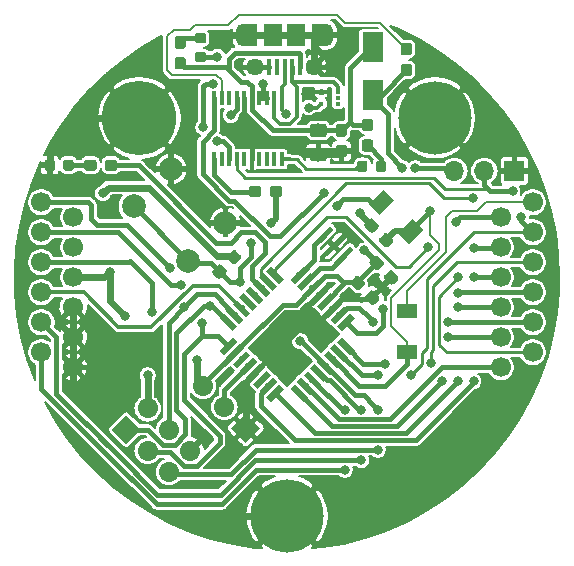
<source format=gtl>
G04 #@! TF.GenerationSoftware,KiCad,Pcbnew,(5.0.0)*
G04 #@! TF.CreationDate,2019-01-09T16:44:38-03:00*
G04 #@! TF.ProjectId,PCB_D,5043425F442E6B696361645F70636200,rev?*
G04 #@! TF.SameCoordinates,Original*
G04 #@! TF.FileFunction,Copper,L1,Top,Signal*
G04 #@! TF.FilePolarity,Positive*
%FSLAX46Y46*%
G04 Gerber Fmt 4.6, Leading zero omitted, Abs format (unit mm)*
G04 Created by KiCad (PCBNEW (5.0.0)) date 01/09/19 16:44:38*
%MOMM*%
%LPD*%
G01*
G04 APERTURE LIST*
G04 #@! TA.AperFunction,Conductor*
%ADD10C,0.100000*%
G04 #@! TD*
G04 #@! TA.AperFunction,SMDPad,CuDef*
%ADD11C,0.950000*%
G04 #@! TD*
G04 #@! TA.AperFunction,SMDPad,CuDef*
%ADD12R,1.700000X1.300000*%
G04 #@! TD*
G04 #@! TA.AperFunction,SMDPad,CuDef*
%ADD13C,1.300000*%
G04 #@! TD*
G04 #@! TA.AperFunction,SMDPad,CuDef*
%ADD14R,0.400000X1.200000*%
G04 #@! TD*
G04 #@! TA.AperFunction,SMDPad,CuDef*
%ADD15R,1.800000X2.500000*%
G04 #@! TD*
G04 #@! TA.AperFunction,SMDPad,CuDef*
%ADD16R,0.450000X0.300000*%
G04 #@! TD*
G04 #@! TA.AperFunction,ComponentPad*
%ADD17C,2.000000*%
G04 #@! TD*
G04 #@! TA.AperFunction,ComponentPad*
%ADD18C,1.700000*%
G04 #@! TD*
G04 #@! TA.AperFunction,Conductor*
%ADD19C,1.700000*%
G04 #@! TD*
G04 #@! TA.AperFunction,SMDPad,CuDef*
%ADD20C,1.150000*%
G04 #@! TD*
G04 #@! TA.AperFunction,SMDPad,CuDef*
%ADD21C,0.875000*%
G04 #@! TD*
G04 #@! TA.AperFunction,SMDPad,CuDef*
%ADD22R,1.200000X1.900000*%
G04 #@! TD*
G04 #@! TA.AperFunction,ComponentPad*
%ADD23O,1.200000X1.900000*%
G04 #@! TD*
G04 #@! TA.AperFunction,SMDPad,CuDef*
%ADD24R,1.500000X1.900000*%
G04 #@! TD*
G04 #@! TA.AperFunction,ComponentPad*
%ADD25C,1.450000*%
G04 #@! TD*
G04 #@! TA.AperFunction,SMDPad,CuDef*
%ADD26R,0.400000X1.350000*%
G04 #@! TD*
G04 #@! TA.AperFunction,SMDPad,CuDef*
%ADD27C,0.550000*%
G04 #@! TD*
G04 #@! TA.AperFunction,SMDPad,CuDef*
%ADD28C,0.400000*%
G04 #@! TD*
G04 #@! TA.AperFunction,ComponentPad*
%ADD29C,6.200000*%
G04 #@! TD*
G04 #@! TA.AperFunction,ComponentPad*
%ADD30C,6.300000*%
G04 #@! TD*
G04 #@! TA.AperFunction,ComponentPad*
%ADD31R,1.700000X1.700000*%
G04 #@! TD*
G04 #@! TA.AperFunction,ComponentPad*
%ADD32O,1.700000X1.700000*%
G04 #@! TD*
G04 #@! TA.AperFunction,ViaPad*
%ADD33C,0.800000*%
G04 #@! TD*
G04 #@! TA.AperFunction,Conductor*
%ADD34C,0.400000*%
G04 #@! TD*
G04 #@! TA.AperFunction,Conductor*
%ADD35C,0.600000*%
G04 #@! TD*
G04 #@! TA.AperFunction,Conductor*
%ADD36C,0.500000*%
G04 #@! TD*
G04 #@! TA.AperFunction,Conductor*
%ADD37C,0.300000*%
G04 #@! TD*
G04 #@! TA.AperFunction,Conductor*
%ADD38C,0.250000*%
G04 #@! TD*
G04 #@! TA.AperFunction,Conductor*
%ADD39C,0.200000*%
G04 #@! TD*
G04 APERTURE END LIST*
D10*
G04 #@! TO.N,VBUS*
G04 #@! TO.C,R3*
G36*
X10369979Y18089256D02*
X10393034Y18085837D01*
X10415643Y18080173D01*
X10437587Y18072321D01*
X10458657Y18062356D01*
X10478648Y18050374D01*
X10497368Y18036490D01*
X10514638Y18020838D01*
X10530290Y18003568D01*
X10544174Y17984848D01*
X10556156Y17964857D01*
X10566121Y17943787D01*
X10573973Y17921843D01*
X10579637Y17899234D01*
X10583056Y17876179D01*
X10584200Y17852900D01*
X10584200Y17277900D01*
X10583056Y17254621D01*
X10579637Y17231566D01*
X10573973Y17208957D01*
X10566121Y17187013D01*
X10556156Y17165943D01*
X10544174Y17145952D01*
X10530290Y17127232D01*
X10514638Y17109962D01*
X10497368Y17094310D01*
X10478648Y17080426D01*
X10458657Y17068444D01*
X10437587Y17058479D01*
X10415643Y17050627D01*
X10393034Y17044963D01*
X10369979Y17041544D01*
X10346700Y17040400D01*
X9871700Y17040400D01*
X9848421Y17041544D01*
X9825366Y17044963D01*
X9802757Y17050627D01*
X9780813Y17058479D01*
X9759743Y17068444D01*
X9739752Y17080426D01*
X9721032Y17094310D01*
X9703762Y17109962D01*
X9688110Y17127232D01*
X9674226Y17145952D01*
X9662244Y17165943D01*
X9652279Y17187013D01*
X9644427Y17208957D01*
X9638763Y17231566D01*
X9635344Y17254621D01*
X9634200Y17277900D01*
X9634200Y17852900D01*
X9635344Y17876179D01*
X9638763Y17899234D01*
X9644427Y17921843D01*
X9652279Y17943787D01*
X9662244Y17964857D01*
X9674226Y17984848D01*
X9688110Y18003568D01*
X9703762Y18020838D01*
X9721032Y18036490D01*
X9739752Y18050374D01*
X9759743Y18062356D01*
X9780813Y18072321D01*
X9802757Y18080173D01*
X9825366Y18085837D01*
X9848421Y18089256D01*
X9871700Y18090400D01*
X10346700Y18090400D01*
X10369979Y18089256D01*
X10369979Y18089256D01*
G37*
D11*
G04 #@! TD*
G04 #@! TO.P,R3,1*
G04 #@! TO.N,VBUS*
X10109200Y17565400D03*
D10*
G04 #@! TO.N,Net-(R3-Pad2)*
G04 #@! TO.C,R3*
G36*
X10369979Y19839256D02*
X10393034Y19835837D01*
X10415643Y19830173D01*
X10437587Y19822321D01*
X10458657Y19812356D01*
X10478648Y19800374D01*
X10497368Y19786490D01*
X10514638Y19770838D01*
X10530290Y19753568D01*
X10544174Y19734848D01*
X10556156Y19714857D01*
X10566121Y19693787D01*
X10573973Y19671843D01*
X10579637Y19649234D01*
X10583056Y19626179D01*
X10584200Y19602900D01*
X10584200Y19027900D01*
X10583056Y19004621D01*
X10579637Y18981566D01*
X10573973Y18958957D01*
X10566121Y18937013D01*
X10556156Y18915943D01*
X10544174Y18895952D01*
X10530290Y18877232D01*
X10514638Y18859962D01*
X10497368Y18844310D01*
X10478648Y18830426D01*
X10458657Y18818444D01*
X10437587Y18808479D01*
X10415643Y18800627D01*
X10393034Y18794963D01*
X10369979Y18791544D01*
X10346700Y18790400D01*
X9871700Y18790400D01*
X9848421Y18791544D01*
X9825366Y18794963D01*
X9802757Y18800627D01*
X9780813Y18808479D01*
X9759743Y18818444D01*
X9739752Y18830426D01*
X9721032Y18844310D01*
X9703762Y18859962D01*
X9688110Y18877232D01*
X9674226Y18895952D01*
X9662244Y18915943D01*
X9652279Y18937013D01*
X9644427Y18958957D01*
X9638763Y18981566D01*
X9635344Y19004621D01*
X9634200Y19027900D01*
X9634200Y19602900D01*
X9635344Y19626179D01*
X9638763Y19649234D01*
X9644427Y19671843D01*
X9652279Y19693787D01*
X9662244Y19714857D01*
X9674226Y19734848D01*
X9688110Y19753568D01*
X9703762Y19770838D01*
X9721032Y19786490D01*
X9739752Y19800374D01*
X9759743Y19812356D01*
X9780813Y19822321D01*
X9802757Y19830173D01*
X9825366Y19835837D01*
X9848421Y19839256D01*
X9871700Y19840400D01*
X10346700Y19840400D01*
X10369979Y19839256D01*
X10369979Y19839256D01*
G37*
D11*
G04 #@! TD*
G04 #@! TO.P,R3,2*
G04 #@! TO.N,Net-(R3-Pad2)*
X10109200Y19315400D03*
D12*
G04 #@! TO.P,D6,2*
G04 #@! TO.N,/TX_ESP32*
X10160000Y-2822000D03*
G04 #@! TO.P,D6,1*
G04 #@! TO.N,/RXD*
X10160000Y-6322000D03*
G04 #@! TD*
D13*
G04 #@! TO.P,D5,1*
G04 #@! TO.N,/RXD*
X10483037Y3893363D03*
D10*
G04 #@! TD*
G04 #@! TO.N,/RXD*
G04 #@! TO.C,D5*
G36*
X11543697Y4034784D02*
X10341616Y2832703D01*
X9422377Y3751942D01*
X10624458Y4954023D01*
X11543697Y4034784D01*
X11543697Y4034784D01*
G37*
D13*
G04 #@! TO.P,D5,2*
G04 #@! TO.N,/TX_USB*
X8008163Y6368237D03*
D10*
G04 #@! TD*
G04 #@! TO.N,/TX_USB*
G04 #@! TO.C,D5*
G36*
X9068823Y6509658D02*
X7866742Y5307577D01*
X6947503Y6226816D01*
X8149584Y7428897D01*
X9068823Y6509658D01*
X9068823Y6509658D01*
G37*
D14*
G04 #@! TO.P,U3,20*
G04 #@! TO.N,/TX_USB*
X-6157500Y15200000D03*
G04 #@! TO.P,U3,19*
G04 #@! TO.N,Net-(R3-Pad2)*
X-5522500Y15200000D03*
G04 #@! TO.P,U3,18*
G04 #@! TO.N,Net-(U3-Pad18)*
X-4887500Y15200000D03*
G04 #@! TO.P,U3,17*
G04 #@! TO.N,/TX_LED*
X-4252500Y15200000D03*
G04 #@! TO.P,U3,16*
G04 #@! TO.N,GND*
X-3617500Y15200000D03*
G04 #@! TO.P,U3,15*
G04 #@! TO.N,Net-(C4-Pad1)*
X-2982500Y15200000D03*
G04 #@! TO.P,U3,14*
G04 #@! TO.N,Net-(U3-Pad13)*
X-2347500Y15200000D03*
G04 #@! TO.P,U3,13*
X-1712500Y15200000D03*
G04 #@! TO.P,U3,12*
G04 #@! TO.N,/D-*
X-1077500Y15200000D03*
G04 #@! TO.P,U3,11*
G04 #@! TO.N,/D+*
X-442500Y15200000D03*
G04 #@! TO.P,U3,10*
G04 #@! TO.N,/RX_LED*
X-442500Y10000000D03*
G04 #@! TO.P,U3,9*
G04 #@! TO.N,Net-(U3-Pad9)*
X-1077500Y10000000D03*
G04 #@! TO.P,U3,8*
G04 #@! TO.N,Net-(U3-Pad8)*
X-1712500Y10000000D03*
G04 #@! TO.P,U3,7*
G04 #@! TO.N,Net-(U3-Pad7)*
X-2347500Y10000000D03*
G04 #@! TO.P,U3,6*
G04 #@! TO.N,GND*
X-2982500Y10000000D03*
G04 #@! TO.P,U3,5*
G04 #@! TO.N,Net-(U3-Pad5)*
X-3617500Y10000000D03*
G04 #@! TO.P,U3,4*
G04 #@! TO.N,/TXD*
X-4252500Y10000000D03*
G04 #@! TO.P,U3,3*
G04 #@! TO.N,Net-(U3-Pad13)*
X-4887500Y10000000D03*
G04 #@! TO.P,U3,2*
G04 #@! TO.N,Net-(U3-Pad2)*
X-5522500Y10000000D03*
G04 #@! TO.P,U3,1*
G04 #@! TO.N,/DTR*
X-6157500Y10000000D03*
G04 #@! TD*
D15*
G04 #@! TO.P,D4,1*
G04 #@! TO.N,VBUS*
X7264400Y15475200D03*
G04 #@! TO.P,D4,2*
G04 #@! TO.N,Net-(C4-Pad1)*
X7264400Y19475200D03*
G04 #@! TD*
D16*
G04 #@! TO.P,U4,4*
G04 #@! TO.N,GND*
X2900000Y15700000D03*
G04 #@! TO.P,U4,2*
G04 #@! TO.N,Net-(U4-Pad2)*
X4300000Y15200000D03*
G04 #@! TO.P,U4,5*
G04 #@! TO.N,/D+*
X2900000Y14700000D03*
G04 #@! TO.P,U4,3*
G04 #@! TO.N,/D-*
X4300000Y15700000D03*
G04 #@! TO.P,U4,1*
G04 #@! TO.N,Net-(U4-Pad1)*
X4300000Y14700000D03*
G04 #@! TD*
D17*
G04 #@! TO.P,SW1,2*
G04 #@! TO.N,GND*
X-5218019Y4581981D03*
G04 #@! TO.P,SW1,1*
G04 #@! TO.N,/RST*
X-8400000Y1400000D03*
G04 #@! TO.P,SW1,2*
G04 #@! TO.N,GND*
X-9814214Y9178175D03*
G04 #@! TO.P,SW1,1*
G04 #@! TO.N,/RST*
X-12996194Y5996194D03*
G04 #@! TD*
D10*
G04 #@! TO.N,+5V*
G04 #@! TO.C,R1*
G36*
X7141606Y4985505D02*
X7164661Y4982086D01*
X7187270Y4976422D01*
X7209214Y4968570D01*
X7230284Y4958605D01*
X7250275Y4946623D01*
X7268995Y4932739D01*
X7286265Y4917087D01*
X7692851Y4510501D01*
X7708503Y4493231D01*
X7722387Y4474511D01*
X7734369Y4454520D01*
X7744334Y4433450D01*
X7752186Y4411506D01*
X7757850Y4388897D01*
X7761269Y4365842D01*
X7762413Y4342563D01*
X7761269Y4319284D01*
X7757850Y4296229D01*
X7752186Y4273620D01*
X7744334Y4251676D01*
X7734369Y4230606D01*
X7722387Y4210615D01*
X7708503Y4191895D01*
X7692851Y4174625D01*
X7356975Y3838749D01*
X7339705Y3823097D01*
X7320985Y3809213D01*
X7300994Y3797231D01*
X7279924Y3787266D01*
X7257980Y3779414D01*
X7235371Y3773750D01*
X7212316Y3770331D01*
X7189037Y3769187D01*
X7165758Y3770331D01*
X7142703Y3773750D01*
X7120094Y3779414D01*
X7098150Y3787266D01*
X7077080Y3797231D01*
X7057089Y3809213D01*
X7038369Y3823097D01*
X7021099Y3838749D01*
X6614513Y4245335D01*
X6598861Y4262605D01*
X6584977Y4281325D01*
X6572995Y4301316D01*
X6563030Y4322386D01*
X6555178Y4344330D01*
X6549514Y4366939D01*
X6546095Y4389994D01*
X6544951Y4413273D01*
X6546095Y4436552D01*
X6549514Y4459607D01*
X6555178Y4482216D01*
X6563030Y4504160D01*
X6572995Y4525230D01*
X6584977Y4545221D01*
X6598861Y4563941D01*
X6614513Y4581211D01*
X6950389Y4917087D01*
X6967659Y4932739D01*
X6986379Y4946623D01*
X7006370Y4958605D01*
X7027440Y4968570D01*
X7049384Y4976422D01*
X7071993Y4982086D01*
X7095048Y4985505D01*
X7118327Y4986649D01*
X7141606Y4985505D01*
X7141606Y4985505D01*
G37*
D11*
G04 #@! TD*
G04 #@! TO.P,R1,2*
G04 #@! TO.N,+5V*
X7153682Y4377918D03*
D10*
G04 #@! TO.N,/RXD*
G04 #@! TO.C,R1*
G36*
X8379042Y3748069D02*
X8402097Y3744650D01*
X8424706Y3738986D01*
X8446650Y3731134D01*
X8467720Y3721169D01*
X8487711Y3709187D01*
X8506431Y3695303D01*
X8523701Y3679651D01*
X8930287Y3273065D01*
X8945939Y3255795D01*
X8959823Y3237075D01*
X8971805Y3217084D01*
X8981770Y3196014D01*
X8989622Y3174070D01*
X8995286Y3151461D01*
X8998705Y3128406D01*
X8999849Y3105127D01*
X8998705Y3081848D01*
X8995286Y3058793D01*
X8989622Y3036184D01*
X8981770Y3014240D01*
X8971805Y2993170D01*
X8959823Y2973179D01*
X8945939Y2954459D01*
X8930287Y2937189D01*
X8594411Y2601313D01*
X8577141Y2585661D01*
X8558421Y2571777D01*
X8538430Y2559795D01*
X8517360Y2549830D01*
X8495416Y2541978D01*
X8472807Y2536314D01*
X8449752Y2532895D01*
X8426473Y2531751D01*
X8403194Y2532895D01*
X8380139Y2536314D01*
X8357530Y2541978D01*
X8335586Y2549830D01*
X8314516Y2559795D01*
X8294525Y2571777D01*
X8275805Y2585661D01*
X8258535Y2601313D01*
X7851949Y3007899D01*
X7836297Y3025169D01*
X7822413Y3043889D01*
X7810431Y3063880D01*
X7800466Y3084950D01*
X7792614Y3106894D01*
X7786950Y3129503D01*
X7783531Y3152558D01*
X7782387Y3175837D01*
X7783531Y3199116D01*
X7786950Y3222171D01*
X7792614Y3244780D01*
X7800466Y3266724D01*
X7810431Y3287794D01*
X7822413Y3307785D01*
X7836297Y3326505D01*
X7851949Y3343775D01*
X8187825Y3679651D01*
X8205095Y3695303D01*
X8223815Y3709187D01*
X8243806Y3721169D01*
X8264876Y3731134D01*
X8286820Y3738986D01*
X8309429Y3744650D01*
X8332484Y3748069D01*
X8355763Y3749213D01*
X8379042Y3748069D01*
X8379042Y3748069D01*
G37*
D11*
G04 #@! TD*
G04 #@! TO.P,R1,1*
G04 #@! TO.N,/RXD*
X8391118Y3140482D03*
D10*
G04 #@! TO.N,+5V*
G04 #@! TO.C,R2*
G36*
X-4422648Y2326305D02*
X-4399593Y2322886D01*
X-4376984Y2317222D01*
X-4355040Y2309370D01*
X-4333970Y2299405D01*
X-4313979Y2287423D01*
X-4295259Y2273539D01*
X-4277989Y2257887D01*
X-3942113Y1922011D01*
X-3926461Y1904741D01*
X-3912577Y1886021D01*
X-3900595Y1866030D01*
X-3890630Y1844960D01*
X-3882778Y1823016D01*
X-3877114Y1800407D01*
X-3873695Y1777352D01*
X-3872551Y1754073D01*
X-3873695Y1730794D01*
X-3877114Y1707739D01*
X-3882778Y1685130D01*
X-3890630Y1663186D01*
X-3900595Y1642116D01*
X-3912577Y1622125D01*
X-3926461Y1603405D01*
X-3942113Y1586135D01*
X-4348699Y1179549D01*
X-4365969Y1163897D01*
X-4384689Y1150013D01*
X-4404680Y1138031D01*
X-4425750Y1128066D01*
X-4447694Y1120214D01*
X-4470303Y1114550D01*
X-4493358Y1111131D01*
X-4516637Y1109987D01*
X-4539916Y1111131D01*
X-4562971Y1114550D01*
X-4585580Y1120214D01*
X-4607524Y1128066D01*
X-4628594Y1138031D01*
X-4648585Y1150013D01*
X-4667305Y1163897D01*
X-4684575Y1179549D01*
X-5020451Y1515425D01*
X-5036103Y1532695D01*
X-5049987Y1551415D01*
X-5061969Y1571406D01*
X-5071934Y1592476D01*
X-5079786Y1614420D01*
X-5085450Y1637029D01*
X-5088869Y1660084D01*
X-5090013Y1683363D01*
X-5088869Y1706642D01*
X-5085450Y1729697D01*
X-5079786Y1752306D01*
X-5071934Y1774250D01*
X-5061969Y1795320D01*
X-5049987Y1815311D01*
X-5036103Y1834031D01*
X-5020451Y1851301D01*
X-4613865Y2257887D01*
X-4596595Y2273539D01*
X-4577875Y2287423D01*
X-4557884Y2299405D01*
X-4536814Y2309370D01*
X-4514870Y2317222D01*
X-4492261Y2322886D01*
X-4469206Y2326305D01*
X-4445927Y2327449D01*
X-4422648Y2326305D01*
X-4422648Y2326305D01*
G37*
D11*
G04 #@! TD*
G04 #@! TO.P,R2,2*
G04 #@! TO.N,+5V*
X-4481282Y1718718D03*
D10*
G04 #@! TO.N,/RST*
G04 #@! TO.C,R2*
G36*
X-5660084Y1088869D02*
X-5637029Y1085450D01*
X-5614420Y1079786D01*
X-5592476Y1071934D01*
X-5571406Y1061969D01*
X-5551415Y1049987D01*
X-5532695Y1036103D01*
X-5515425Y1020451D01*
X-5179549Y684575D01*
X-5163897Y667305D01*
X-5150013Y648585D01*
X-5138031Y628594D01*
X-5128066Y607524D01*
X-5120214Y585580D01*
X-5114550Y562971D01*
X-5111131Y539916D01*
X-5109987Y516637D01*
X-5111131Y493358D01*
X-5114550Y470303D01*
X-5120214Y447694D01*
X-5128066Y425750D01*
X-5138031Y404680D01*
X-5150013Y384689D01*
X-5163897Y365969D01*
X-5179549Y348699D01*
X-5586135Y-57887D01*
X-5603405Y-73539D01*
X-5622125Y-87423D01*
X-5642116Y-99405D01*
X-5663186Y-109370D01*
X-5685130Y-117222D01*
X-5707739Y-122886D01*
X-5730794Y-126305D01*
X-5754073Y-127449D01*
X-5777352Y-126305D01*
X-5800407Y-122886D01*
X-5823016Y-117222D01*
X-5844960Y-109370D01*
X-5866030Y-99405D01*
X-5886021Y-87423D01*
X-5904741Y-73539D01*
X-5922011Y-57887D01*
X-6257887Y277989D01*
X-6273539Y295259D01*
X-6287423Y313979D01*
X-6299405Y333970D01*
X-6309370Y355040D01*
X-6317222Y376984D01*
X-6322886Y399593D01*
X-6326305Y422648D01*
X-6327449Y445927D01*
X-6326305Y469206D01*
X-6322886Y492261D01*
X-6317222Y514870D01*
X-6309370Y536814D01*
X-6299405Y557884D01*
X-6287423Y577875D01*
X-6273539Y596595D01*
X-6257887Y613865D01*
X-5851301Y1020451D01*
X-5834031Y1036103D01*
X-5815311Y1049987D01*
X-5795320Y1061969D01*
X-5774250Y1071934D01*
X-5752306Y1079786D01*
X-5729697Y1085450D01*
X-5706642Y1088869D01*
X-5683363Y1090013D01*
X-5660084Y1088869D01*
X-5660084Y1088869D01*
G37*
D11*
G04 #@! TD*
G04 #@! TO.P,R2,1*
G04 #@! TO.N,/RST*
X-5718718Y481282D03*
D10*
G04 #@! TO.N,/RST*
G04 #@! TO.C,C3*
G36*
X-643022Y7738256D02*
X-619967Y7734837D01*
X-597358Y7729173D01*
X-575414Y7721321D01*
X-554344Y7711356D01*
X-534353Y7699374D01*
X-515633Y7685490D01*
X-498363Y7669838D01*
X-482711Y7652568D01*
X-468827Y7633848D01*
X-456845Y7613857D01*
X-446880Y7592787D01*
X-439028Y7570843D01*
X-433364Y7548234D01*
X-429945Y7525179D01*
X-428801Y7501900D01*
X-428801Y7026900D01*
X-429945Y7003621D01*
X-433364Y6980566D01*
X-439028Y6957957D01*
X-446880Y6936013D01*
X-456845Y6914943D01*
X-468827Y6894952D01*
X-482711Y6876232D01*
X-498363Y6858962D01*
X-515633Y6843310D01*
X-534353Y6829426D01*
X-554344Y6817444D01*
X-575414Y6807479D01*
X-597358Y6799627D01*
X-619967Y6793963D01*
X-643022Y6790544D01*
X-666301Y6789400D01*
X-1241301Y6789400D01*
X-1264580Y6790544D01*
X-1287635Y6793963D01*
X-1310244Y6799627D01*
X-1332188Y6807479D01*
X-1353258Y6817444D01*
X-1373249Y6829426D01*
X-1391969Y6843310D01*
X-1409239Y6858962D01*
X-1424891Y6876232D01*
X-1438775Y6894952D01*
X-1450757Y6914943D01*
X-1460722Y6936013D01*
X-1468574Y6957957D01*
X-1474238Y6980566D01*
X-1477657Y7003621D01*
X-1478801Y7026900D01*
X-1478801Y7501900D01*
X-1477657Y7525179D01*
X-1474238Y7548234D01*
X-1468574Y7570843D01*
X-1460722Y7592787D01*
X-1450757Y7613857D01*
X-1438775Y7633848D01*
X-1424891Y7652568D01*
X-1409239Y7669838D01*
X-1391969Y7685490D01*
X-1373249Y7699374D01*
X-1353258Y7711356D01*
X-1332188Y7721321D01*
X-1310244Y7729173D01*
X-1287635Y7734837D01*
X-1264580Y7738256D01*
X-1241301Y7739400D01*
X-666301Y7739400D01*
X-643022Y7738256D01*
X-643022Y7738256D01*
G37*
D11*
G04 #@! TD*
G04 #@! TO.P,C3,1*
G04 #@! TO.N,/RST*
X-953801Y7264400D03*
D10*
G04 #@! TO.N,/DTR*
G04 #@! TO.C,C3*
G36*
X-2393020Y7738256D02*
X-2369965Y7734837D01*
X-2347356Y7729173D01*
X-2325412Y7721321D01*
X-2304342Y7711356D01*
X-2284351Y7699374D01*
X-2265631Y7685490D01*
X-2248361Y7669838D01*
X-2232709Y7652568D01*
X-2218825Y7633848D01*
X-2206843Y7613857D01*
X-2196878Y7592787D01*
X-2189026Y7570843D01*
X-2183362Y7548234D01*
X-2179943Y7525179D01*
X-2178799Y7501900D01*
X-2178799Y7026900D01*
X-2179943Y7003621D01*
X-2183362Y6980566D01*
X-2189026Y6957957D01*
X-2196878Y6936013D01*
X-2206843Y6914943D01*
X-2218825Y6894952D01*
X-2232709Y6876232D01*
X-2248361Y6858962D01*
X-2265631Y6843310D01*
X-2284351Y6829426D01*
X-2304342Y6817444D01*
X-2325412Y6807479D01*
X-2347356Y6799627D01*
X-2369965Y6793963D01*
X-2393020Y6790544D01*
X-2416299Y6789400D01*
X-2991299Y6789400D01*
X-3014578Y6790544D01*
X-3037633Y6793963D01*
X-3060242Y6799627D01*
X-3082186Y6807479D01*
X-3103256Y6817444D01*
X-3123247Y6829426D01*
X-3141967Y6843310D01*
X-3159237Y6858962D01*
X-3174889Y6876232D01*
X-3188773Y6894952D01*
X-3200755Y6914943D01*
X-3210720Y6936013D01*
X-3218572Y6957957D01*
X-3224236Y6980566D01*
X-3227655Y7003621D01*
X-3228799Y7026900D01*
X-3228799Y7501900D01*
X-3227655Y7525179D01*
X-3224236Y7548234D01*
X-3218572Y7570843D01*
X-3210720Y7592787D01*
X-3200755Y7613857D01*
X-3188773Y7633848D01*
X-3174889Y7652568D01*
X-3159237Y7669838D01*
X-3141967Y7685490D01*
X-3123247Y7699374D01*
X-3103256Y7711356D01*
X-3082186Y7721321D01*
X-3060242Y7729173D01*
X-3037633Y7734837D01*
X-3014578Y7738256D01*
X-2991299Y7739400D01*
X-2416299Y7739400D01*
X-2393020Y7738256D01*
X-2393020Y7738256D01*
G37*
D11*
G04 #@! TD*
G04 #@! TO.P,C3,2*
G04 #@! TO.N,/DTR*
X-2703799Y7264400D03*
D10*
G04 #@! TO.N,Net-(C4-Pad1)*
G04 #@! TO.C,R6*
G36*
X-8781621Y18648056D02*
X-8758566Y18644637D01*
X-8735957Y18638973D01*
X-8714013Y18631121D01*
X-8692943Y18621156D01*
X-8672952Y18609174D01*
X-8654232Y18595290D01*
X-8636962Y18579638D01*
X-8621310Y18562368D01*
X-8607426Y18543648D01*
X-8595444Y18523657D01*
X-8585479Y18502587D01*
X-8577627Y18480643D01*
X-8571963Y18458034D01*
X-8568544Y18434979D01*
X-8567400Y18411700D01*
X-8567400Y17836700D01*
X-8568544Y17813421D01*
X-8571963Y17790366D01*
X-8577627Y17767757D01*
X-8585479Y17745813D01*
X-8595444Y17724743D01*
X-8607426Y17704752D01*
X-8621310Y17686032D01*
X-8636962Y17668762D01*
X-8654232Y17653110D01*
X-8672952Y17639226D01*
X-8692943Y17627244D01*
X-8714013Y17617279D01*
X-8735957Y17609427D01*
X-8758566Y17603763D01*
X-8781621Y17600344D01*
X-8804900Y17599200D01*
X-9279900Y17599200D01*
X-9303179Y17600344D01*
X-9326234Y17603763D01*
X-9348843Y17609427D01*
X-9370787Y17617279D01*
X-9391857Y17627244D01*
X-9411848Y17639226D01*
X-9430568Y17653110D01*
X-9447838Y17668762D01*
X-9463490Y17686032D01*
X-9477374Y17704752D01*
X-9489356Y17724743D01*
X-9499321Y17745813D01*
X-9507173Y17767757D01*
X-9512837Y17790366D01*
X-9516256Y17813421D01*
X-9517400Y17836700D01*
X-9517400Y18411700D01*
X-9516256Y18434979D01*
X-9512837Y18458034D01*
X-9507173Y18480643D01*
X-9499321Y18502587D01*
X-9489356Y18523657D01*
X-9477374Y18543648D01*
X-9463490Y18562368D01*
X-9447838Y18579638D01*
X-9430568Y18595290D01*
X-9411848Y18609174D01*
X-9391857Y18621156D01*
X-9370787Y18631121D01*
X-9348843Y18638973D01*
X-9326234Y18644637D01*
X-9303179Y18648056D01*
X-9279900Y18649200D01*
X-8804900Y18649200D01*
X-8781621Y18648056D01*
X-8781621Y18648056D01*
G37*
D11*
G04 #@! TD*
G04 #@! TO.P,R6,1*
G04 #@! TO.N,Net-(C4-Pad1)*
X-9042400Y18124200D03*
D10*
G04 #@! TO.N,Net-(D3-Pad2)*
G04 #@! TO.C,R6*
G36*
X-8781621Y20398056D02*
X-8758566Y20394637D01*
X-8735957Y20388973D01*
X-8714013Y20381121D01*
X-8692943Y20371156D01*
X-8672952Y20359174D01*
X-8654232Y20345290D01*
X-8636962Y20329638D01*
X-8621310Y20312368D01*
X-8607426Y20293648D01*
X-8595444Y20273657D01*
X-8585479Y20252587D01*
X-8577627Y20230643D01*
X-8571963Y20208034D01*
X-8568544Y20184979D01*
X-8567400Y20161700D01*
X-8567400Y19586700D01*
X-8568544Y19563421D01*
X-8571963Y19540366D01*
X-8577627Y19517757D01*
X-8585479Y19495813D01*
X-8595444Y19474743D01*
X-8607426Y19454752D01*
X-8621310Y19436032D01*
X-8636962Y19418762D01*
X-8654232Y19403110D01*
X-8672952Y19389226D01*
X-8692943Y19377244D01*
X-8714013Y19367279D01*
X-8735957Y19359427D01*
X-8758566Y19353763D01*
X-8781621Y19350344D01*
X-8804900Y19349200D01*
X-9279900Y19349200D01*
X-9303179Y19350344D01*
X-9326234Y19353763D01*
X-9348843Y19359427D01*
X-9370787Y19367279D01*
X-9391857Y19377244D01*
X-9411848Y19389226D01*
X-9430568Y19403110D01*
X-9447838Y19418762D01*
X-9463490Y19436032D01*
X-9477374Y19454752D01*
X-9489356Y19474743D01*
X-9499321Y19495813D01*
X-9507173Y19517757D01*
X-9512837Y19540366D01*
X-9516256Y19563421D01*
X-9517400Y19586700D01*
X-9517400Y20161700D01*
X-9516256Y20184979D01*
X-9512837Y20208034D01*
X-9507173Y20230643D01*
X-9499321Y20252587D01*
X-9489356Y20273657D01*
X-9477374Y20293648D01*
X-9463490Y20312368D01*
X-9447838Y20329638D01*
X-9430568Y20345290D01*
X-9411848Y20359174D01*
X-9391857Y20371156D01*
X-9370787Y20381121D01*
X-9348843Y20388973D01*
X-9326234Y20394637D01*
X-9303179Y20398056D01*
X-9279900Y20399200D01*
X-8804900Y20399200D01*
X-8781621Y20398056D01*
X-8781621Y20398056D01*
G37*
D11*
G04 #@! TD*
G04 #@! TO.P,R6,2*
G04 #@! TO.N,Net-(D3-Pad2)*
X-9042400Y19874200D03*
D10*
G04 #@! TO.N,Net-(D2-Pad2)*
G04 #@! TO.C,R5*
G36*
X7067979Y11688456D02*
X7091034Y11685037D01*
X7113643Y11679373D01*
X7135587Y11671521D01*
X7156657Y11661556D01*
X7176648Y11649574D01*
X7195368Y11635690D01*
X7212638Y11620038D01*
X7228290Y11602768D01*
X7242174Y11584048D01*
X7254156Y11564057D01*
X7264121Y11542987D01*
X7271973Y11521043D01*
X7277637Y11498434D01*
X7281056Y11475379D01*
X7282200Y11452100D01*
X7282200Y10877100D01*
X7281056Y10853821D01*
X7277637Y10830766D01*
X7271973Y10808157D01*
X7264121Y10786213D01*
X7254156Y10765143D01*
X7242174Y10745152D01*
X7228290Y10726432D01*
X7212638Y10709162D01*
X7195368Y10693510D01*
X7176648Y10679626D01*
X7156657Y10667644D01*
X7135587Y10657679D01*
X7113643Y10649827D01*
X7091034Y10644163D01*
X7067979Y10640744D01*
X7044700Y10639600D01*
X6569700Y10639600D01*
X6546421Y10640744D01*
X6523366Y10644163D01*
X6500757Y10649827D01*
X6478813Y10657679D01*
X6457743Y10667644D01*
X6437752Y10679626D01*
X6419032Y10693510D01*
X6401762Y10709162D01*
X6386110Y10726432D01*
X6372226Y10745152D01*
X6360244Y10765143D01*
X6350279Y10786213D01*
X6342427Y10808157D01*
X6336763Y10830766D01*
X6333344Y10853821D01*
X6332200Y10877100D01*
X6332200Y11452100D01*
X6333344Y11475379D01*
X6336763Y11498434D01*
X6342427Y11521043D01*
X6350279Y11542987D01*
X6360244Y11564057D01*
X6372226Y11584048D01*
X6386110Y11602768D01*
X6401762Y11620038D01*
X6419032Y11635690D01*
X6437752Y11649574D01*
X6457743Y11661556D01*
X6478813Y11671521D01*
X6500757Y11679373D01*
X6523366Y11685037D01*
X6546421Y11688456D01*
X6569700Y11689600D01*
X7044700Y11689600D01*
X7067979Y11688456D01*
X7067979Y11688456D01*
G37*
D11*
G04 #@! TD*
G04 #@! TO.P,R5,2*
G04 #@! TO.N,Net-(D2-Pad2)*
X6807200Y11164600D03*
D10*
G04 #@! TO.N,Net-(C4-Pad1)*
G04 #@! TO.C,R5*
G36*
X7067979Y13438456D02*
X7091034Y13435037D01*
X7113643Y13429373D01*
X7135587Y13421521D01*
X7156657Y13411556D01*
X7176648Y13399574D01*
X7195368Y13385690D01*
X7212638Y13370038D01*
X7228290Y13352768D01*
X7242174Y13334048D01*
X7254156Y13314057D01*
X7264121Y13292987D01*
X7271973Y13271043D01*
X7277637Y13248434D01*
X7281056Y13225379D01*
X7282200Y13202100D01*
X7282200Y12627100D01*
X7281056Y12603821D01*
X7277637Y12580766D01*
X7271973Y12558157D01*
X7264121Y12536213D01*
X7254156Y12515143D01*
X7242174Y12495152D01*
X7228290Y12476432D01*
X7212638Y12459162D01*
X7195368Y12443510D01*
X7176648Y12429626D01*
X7156657Y12417644D01*
X7135587Y12407679D01*
X7113643Y12399827D01*
X7091034Y12394163D01*
X7067979Y12390744D01*
X7044700Y12389600D01*
X6569700Y12389600D01*
X6546421Y12390744D01*
X6523366Y12394163D01*
X6500757Y12399827D01*
X6478813Y12407679D01*
X6457743Y12417644D01*
X6437752Y12429626D01*
X6419032Y12443510D01*
X6401762Y12459162D01*
X6386110Y12476432D01*
X6372226Y12495152D01*
X6360244Y12515143D01*
X6350279Y12536213D01*
X6342427Y12558157D01*
X6336763Y12580766D01*
X6333344Y12603821D01*
X6332200Y12627100D01*
X6332200Y13202100D01*
X6333344Y13225379D01*
X6336763Y13248434D01*
X6342427Y13271043D01*
X6350279Y13292987D01*
X6360244Y13314057D01*
X6372226Y13334048D01*
X6386110Y13352768D01*
X6401762Y13370038D01*
X6419032Y13385690D01*
X6437752Y13399574D01*
X6457743Y13411556D01*
X6478813Y13421521D01*
X6500757Y13429373D01*
X6523366Y13435037D01*
X6546421Y13438456D01*
X6569700Y13439600D01*
X7044700Y13439600D01*
X7067979Y13438456D01*
X7067979Y13438456D01*
G37*
D11*
G04 #@! TD*
G04 #@! TO.P,R5,1*
G04 #@! TO.N,Net-(C4-Pad1)*
X6807200Y12914600D03*
D10*
G04 #@! TO.N,/D7*
G04 #@! TO.C,R4*
G36*
X-14589221Y9973856D02*
X-14566166Y9970437D01*
X-14543557Y9964773D01*
X-14521613Y9956921D01*
X-14500543Y9946956D01*
X-14480552Y9934974D01*
X-14461832Y9921090D01*
X-14444562Y9905438D01*
X-14428910Y9888168D01*
X-14415026Y9869448D01*
X-14403044Y9849457D01*
X-14393079Y9828387D01*
X-14385227Y9806443D01*
X-14379563Y9783834D01*
X-14376144Y9760779D01*
X-14375000Y9737500D01*
X-14375000Y9262500D01*
X-14376144Y9239221D01*
X-14379563Y9216166D01*
X-14385227Y9193557D01*
X-14393079Y9171613D01*
X-14403044Y9150543D01*
X-14415026Y9130552D01*
X-14428910Y9111832D01*
X-14444562Y9094562D01*
X-14461832Y9078910D01*
X-14480552Y9065026D01*
X-14500543Y9053044D01*
X-14521613Y9043079D01*
X-14543557Y9035227D01*
X-14566166Y9029563D01*
X-14589221Y9026144D01*
X-14612500Y9025000D01*
X-15187500Y9025000D01*
X-15210779Y9026144D01*
X-15233834Y9029563D01*
X-15256443Y9035227D01*
X-15278387Y9043079D01*
X-15299457Y9053044D01*
X-15319448Y9065026D01*
X-15338168Y9078910D01*
X-15355438Y9094562D01*
X-15371090Y9111832D01*
X-15384974Y9130552D01*
X-15396956Y9150543D01*
X-15406921Y9171613D01*
X-15414773Y9193557D01*
X-15420437Y9216166D01*
X-15423856Y9239221D01*
X-15425000Y9262500D01*
X-15425000Y9737500D01*
X-15423856Y9760779D01*
X-15420437Y9783834D01*
X-15414773Y9806443D01*
X-15406921Y9828387D01*
X-15396956Y9849457D01*
X-15384974Y9869448D01*
X-15371090Y9888168D01*
X-15355438Y9905438D01*
X-15338168Y9921090D01*
X-15319448Y9934974D01*
X-15299457Y9946956D01*
X-15278387Y9956921D01*
X-15256443Y9964773D01*
X-15233834Y9970437D01*
X-15210779Y9973856D01*
X-15187500Y9975000D01*
X-14612500Y9975000D01*
X-14589221Y9973856D01*
X-14589221Y9973856D01*
G37*
D11*
G04 #@! TD*
G04 #@! TO.P,R4,1*
G04 #@! TO.N,/D7*
X-14900000Y9500000D03*
D10*
G04 #@! TO.N,Net-(D1-Pad2)*
G04 #@! TO.C,R4*
G36*
X-16339221Y9973856D02*
X-16316166Y9970437D01*
X-16293557Y9964773D01*
X-16271613Y9956921D01*
X-16250543Y9946956D01*
X-16230552Y9934974D01*
X-16211832Y9921090D01*
X-16194562Y9905438D01*
X-16178910Y9888168D01*
X-16165026Y9869448D01*
X-16153044Y9849457D01*
X-16143079Y9828387D01*
X-16135227Y9806443D01*
X-16129563Y9783834D01*
X-16126144Y9760779D01*
X-16125000Y9737500D01*
X-16125000Y9262500D01*
X-16126144Y9239221D01*
X-16129563Y9216166D01*
X-16135227Y9193557D01*
X-16143079Y9171613D01*
X-16153044Y9150543D01*
X-16165026Y9130552D01*
X-16178910Y9111832D01*
X-16194562Y9094562D01*
X-16211832Y9078910D01*
X-16230552Y9065026D01*
X-16250543Y9053044D01*
X-16271613Y9043079D01*
X-16293557Y9035227D01*
X-16316166Y9029563D01*
X-16339221Y9026144D01*
X-16362500Y9025000D01*
X-16937500Y9025000D01*
X-16960779Y9026144D01*
X-16983834Y9029563D01*
X-17006443Y9035227D01*
X-17028387Y9043079D01*
X-17049457Y9053044D01*
X-17069448Y9065026D01*
X-17088168Y9078910D01*
X-17105438Y9094562D01*
X-17121090Y9111832D01*
X-17134974Y9130552D01*
X-17146956Y9150543D01*
X-17156921Y9171613D01*
X-17164773Y9193557D01*
X-17170437Y9216166D01*
X-17173856Y9239221D01*
X-17175000Y9262500D01*
X-17175000Y9737500D01*
X-17173856Y9760779D01*
X-17170437Y9783834D01*
X-17164773Y9806443D01*
X-17156921Y9828387D01*
X-17146956Y9849457D01*
X-17134974Y9869448D01*
X-17121090Y9888168D01*
X-17105438Y9905438D01*
X-17088168Y9921090D01*
X-17069448Y9934974D01*
X-17049457Y9946956D01*
X-17028387Y9956921D01*
X-17006443Y9964773D01*
X-16983834Y9970437D01*
X-16960779Y9973856D01*
X-16937500Y9975000D01*
X-16362500Y9975000D01*
X-16339221Y9973856D01*
X-16339221Y9973856D01*
G37*
D11*
G04 #@! TD*
G04 #@! TO.P,R4,2*
G04 #@! TO.N,Net-(D1-Pad2)*
X-16650000Y9500000D03*
D10*
G04 #@! TO.N,+5V*
G04 #@! TO.C,C2*
G36*
X7569206Y1835905D02*
X7592261Y1832486D01*
X7614870Y1826822D01*
X7636814Y1818970D01*
X7657884Y1809005D01*
X7677875Y1797023D01*
X7696595Y1783139D01*
X7713865Y1767487D01*
X8120451Y1360901D01*
X8136103Y1343631D01*
X8149987Y1324911D01*
X8161969Y1304920D01*
X8171934Y1283850D01*
X8179786Y1261906D01*
X8185450Y1239297D01*
X8188869Y1216242D01*
X8190013Y1192963D01*
X8188869Y1169684D01*
X8185450Y1146629D01*
X8179786Y1124020D01*
X8171934Y1102076D01*
X8161969Y1081006D01*
X8149987Y1061015D01*
X8136103Y1042295D01*
X8120451Y1025025D01*
X7784575Y689149D01*
X7767305Y673497D01*
X7748585Y659613D01*
X7728594Y647631D01*
X7707524Y637666D01*
X7685580Y629814D01*
X7662971Y624150D01*
X7639916Y620731D01*
X7616637Y619587D01*
X7593358Y620731D01*
X7570303Y624150D01*
X7547694Y629814D01*
X7525750Y637666D01*
X7504680Y647631D01*
X7484689Y659613D01*
X7465969Y673497D01*
X7448699Y689149D01*
X7042113Y1095735D01*
X7026461Y1113005D01*
X7012577Y1131725D01*
X7000595Y1151716D01*
X6990630Y1172786D01*
X6982778Y1194730D01*
X6977114Y1217339D01*
X6973695Y1240394D01*
X6972551Y1263673D01*
X6973695Y1286952D01*
X6977114Y1310007D01*
X6982778Y1332616D01*
X6990630Y1354560D01*
X7000595Y1375630D01*
X7012577Y1395621D01*
X7026461Y1414341D01*
X7042113Y1431611D01*
X7377989Y1767487D01*
X7395259Y1783139D01*
X7413979Y1797023D01*
X7433970Y1809005D01*
X7455040Y1818970D01*
X7476984Y1826822D01*
X7499593Y1832486D01*
X7522648Y1835905D01*
X7545927Y1837049D01*
X7569206Y1835905D01*
X7569206Y1835905D01*
G37*
D11*
G04 #@! TD*
G04 #@! TO.P,C2,2*
G04 #@! TO.N,+5V*
X7581282Y1228318D03*
D10*
G04 #@! TO.N,GND*
G04 #@! TO.C,C2*
G36*
X8806642Y598469D02*
X8829697Y595050D01*
X8852306Y589386D01*
X8874250Y581534D01*
X8895320Y571569D01*
X8915311Y559587D01*
X8934031Y545703D01*
X8951301Y530051D01*
X9357887Y123465D01*
X9373539Y106195D01*
X9387423Y87475D01*
X9399405Y67484D01*
X9409370Y46414D01*
X9417222Y24470D01*
X9422886Y1861D01*
X9426305Y-21194D01*
X9427449Y-44473D01*
X9426305Y-67752D01*
X9422886Y-90807D01*
X9417222Y-113416D01*
X9409370Y-135360D01*
X9399405Y-156430D01*
X9387423Y-176421D01*
X9373539Y-195141D01*
X9357887Y-212411D01*
X9022011Y-548287D01*
X9004741Y-563939D01*
X8986021Y-577823D01*
X8966030Y-589805D01*
X8944960Y-599770D01*
X8923016Y-607622D01*
X8900407Y-613286D01*
X8877352Y-616705D01*
X8854073Y-617849D01*
X8830794Y-616705D01*
X8807739Y-613286D01*
X8785130Y-607622D01*
X8763186Y-599770D01*
X8742116Y-589805D01*
X8722125Y-577823D01*
X8703405Y-563939D01*
X8686135Y-548287D01*
X8279549Y-141701D01*
X8263897Y-124431D01*
X8250013Y-105711D01*
X8238031Y-85720D01*
X8228066Y-64650D01*
X8220214Y-42706D01*
X8214550Y-20097D01*
X8211131Y2958D01*
X8209987Y26237D01*
X8211131Y49516D01*
X8214550Y72571D01*
X8220214Y95180D01*
X8228066Y117124D01*
X8238031Y138194D01*
X8250013Y158185D01*
X8263897Y176905D01*
X8279549Y194175D01*
X8615425Y530051D01*
X8632695Y545703D01*
X8651415Y559587D01*
X8671406Y571569D01*
X8692476Y581534D01*
X8714420Y589386D01*
X8737029Y595050D01*
X8760084Y598469D01*
X8783363Y599613D01*
X8806642Y598469D01*
X8806642Y598469D01*
G37*
D11*
G04 #@! TD*
G04 #@! TO.P,C2,1*
G04 #@! TO.N,GND*
X8818718Y-9118D03*
D10*
G04 #@! TO.N,GND*
G04 #@! TO.C,C1*
G36*
X7206642Y-1111131D02*
X7229697Y-1114550D01*
X7252306Y-1120214D01*
X7274250Y-1128066D01*
X7295320Y-1138031D01*
X7315311Y-1150013D01*
X7334031Y-1163897D01*
X7351301Y-1179549D01*
X7757887Y-1586135D01*
X7773539Y-1603405D01*
X7787423Y-1622125D01*
X7799405Y-1642116D01*
X7809370Y-1663186D01*
X7817222Y-1685130D01*
X7822886Y-1707739D01*
X7826305Y-1730794D01*
X7827449Y-1754073D01*
X7826305Y-1777352D01*
X7822886Y-1800407D01*
X7817222Y-1823016D01*
X7809370Y-1844960D01*
X7799405Y-1866030D01*
X7787423Y-1886021D01*
X7773539Y-1904741D01*
X7757887Y-1922011D01*
X7422011Y-2257887D01*
X7404741Y-2273539D01*
X7386021Y-2287423D01*
X7366030Y-2299405D01*
X7344960Y-2309370D01*
X7323016Y-2317222D01*
X7300407Y-2322886D01*
X7277352Y-2326305D01*
X7254073Y-2327449D01*
X7230794Y-2326305D01*
X7207739Y-2322886D01*
X7185130Y-2317222D01*
X7163186Y-2309370D01*
X7142116Y-2299405D01*
X7122125Y-2287423D01*
X7103405Y-2273539D01*
X7086135Y-2257887D01*
X6679549Y-1851301D01*
X6663897Y-1834031D01*
X6650013Y-1815311D01*
X6638031Y-1795320D01*
X6628066Y-1774250D01*
X6620214Y-1752306D01*
X6614550Y-1729697D01*
X6611131Y-1706642D01*
X6609987Y-1683363D01*
X6611131Y-1660084D01*
X6614550Y-1637029D01*
X6620214Y-1614420D01*
X6628066Y-1592476D01*
X6638031Y-1571406D01*
X6650013Y-1551415D01*
X6663897Y-1532695D01*
X6679549Y-1515425D01*
X7015425Y-1179549D01*
X7032695Y-1163897D01*
X7051415Y-1150013D01*
X7071406Y-1138031D01*
X7092476Y-1128066D01*
X7114420Y-1120214D01*
X7137029Y-1114550D01*
X7160084Y-1111131D01*
X7183363Y-1109987D01*
X7206642Y-1111131D01*
X7206642Y-1111131D01*
G37*
D11*
G04 #@! TD*
G04 #@! TO.P,C1,2*
G04 #@! TO.N,GND*
X7218718Y-1718718D03*
D10*
G04 #@! TO.N,+5V*
G04 #@! TO.C,C1*
G36*
X5969206Y126305D02*
X5992261Y122886D01*
X6014870Y117222D01*
X6036814Y109370D01*
X6057884Y99405D01*
X6077875Y87423D01*
X6096595Y73539D01*
X6113865Y57887D01*
X6520451Y-348699D01*
X6536103Y-365969D01*
X6549987Y-384689D01*
X6561969Y-404680D01*
X6571934Y-425750D01*
X6579786Y-447694D01*
X6585450Y-470303D01*
X6588869Y-493358D01*
X6590013Y-516637D01*
X6588869Y-539916D01*
X6585450Y-562971D01*
X6579786Y-585580D01*
X6571934Y-607524D01*
X6561969Y-628594D01*
X6549987Y-648585D01*
X6536103Y-667305D01*
X6520451Y-684575D01*
X6184575Y-1020451D01*
X6167305Y-1036103D01*
X6148585Y-1049987D01*
X6128594Y-1061969D01*
X6107524Y-1071934D01*
X6085580Y-1079786D01*
X6062971Y-1085450D01*
X6039916Y-1088869D01*
X6016637Y-1090013D01*
X5993358Y-1088869D01*
X5970303Y-1085450D01*
X5947694Y-1079786D01*
X5925750Y-1071934D01*
X5904680Y-1061969D01*
X5884689Y-1049987D01*
X5865969Y-1036103D01*
X5848699Y-1020451D01*
X5442113Y-613865D01*
X5426461Y-596595D01*
X5412577Y-577875D01*
X5400595Y-557884D01*
X5390630Y-536814D01*
X5382778Y-514870D01*
X5377114Y-492261D01*
X5373695Y-469206D01*
X5372551Y-445927D01*
X5373695Y-422648D01*
X5377114Y-399593D01*
X5382778Y-376984D01*
X5390630Y-355040D01*
X5400595Y-333970D01*
X5412577Y-313979D01*
X5426461Y-295259D01*
X5442113Y-277989D01*
X5777989Y57887D01*
X5795259Y73539D01*
X5813979Y87423D01*
X5833970Y99405D01*
X5855040Y109370D01*
X5876984Y117222D01*
X5899593Y122886D01*
X5922648Y126305D01*
X5945927Y127449D01*
X5969206Y126305D01*
X5969206Y126305D01*
G37*
D11*
G04 #@! TD*
G04 #@! TO.P,C1,1*
G04 #@! TO.N,+5V*
X5981282Y-481282D03*
D10*
G04 #@! TO.N,GND*
G04 #@! TO.C,C4*
G36*
X4860779Y11208856D02*
X4883834Y11205437D01*
X4906443Y11199773D01*
X4928387Y11191921D01*
X4949457Y11181956D01*
X4969448Y11169974D01*
X4988168Y11156090D01*
X5005438Y11140438D01*
X5021090Y11123168D01*
X5034974Y11104448D01*
X5046956Y11084457D01*
X5056921Y11063387D01*
X5064773Y11041443D01*
X5070437Y11018834D01*
X5073856Y10995779D01*
X5075000Y10972500D01*
X5075000Y10397500D01*
X5073856Y10374221D01*
X5070437Y10351166D01*
X5064773Y10328557D01*
X5056921Y10306613D01*
X5046956Y10285543D01*
X5034974Y10265552D01*
X5021090Y10246832D01*
X5005438Y10229562D01*
X4988168Y10213910D01*
X4969448Y10200026D01*
X4949457Y10188044D01*
X4928387Y10178079D01*
X4906443Y10170227D01*
X4883834Y10164563D01*
X4860779Y10161144D01*
X4837500Y10160000D01*
X4362500Y10160000D01*
X4339221Y10161144D01*
X4316166Y10164563D01*
X4293557Y10170227D01*
X4271613Y10178079D01*
X4250543Y10188044D01*
X4230552Y10200026D01*
X4211832Y10213910D01*
X4194562Y10229562D01*
X4178910Y10246832D01*
X4165026Y10265552D01*
X4153044Y10285543D01*
X4143079Y10306613D01*
X4135227Y10328557D01*
X4129563Y10351166D01*
X4126144Y10374221D01*
X4125000Y10397500D01*
X4125000Y10972500D01*
X4126144Y10995779D01*
X4129563Y11018834D01*
X4135227Y11041443D01*
X4143079Y11063387D01*
X4153044Y11084457D01*
X4165026Y11104448D01*
X4178910Y11123168D01*
X4194562Y11140438D01*
X4211832Y11156090D01*
X4230552Y11169974D01*
X4250543Y11181956D01*
X4271613Y11191921D01*
X4293557Y11199773D01*
X4316166Y11205437D01*
X4339221Y11208856D01*
X4362500Y11210000D01*
X4837500Y11210000D01*
X4860779Y11208856D01*
X4860779Y11208856D01*
G37*
D11*
G04 #@! TD*
G04 #@! TO.P,C4,2*
G04 #@! TO.N,GND*
X4600000Y10685000D03*
D10*
G04 #@! TO.N,Net-(C4-Pad1)*
G04 #@! TO.C,C4*
G36*
X4860779Y12958856D02*
X4883834Y12955437D01*
X4906443Y12949773D01*
X4928387Y12941921D01*
X4949457Y12931956D01*
X4969448Y12919974D01*
X4988168Y12906090D01*
X5005438Y12890438D01*
X5021090Y12873168D01*
X5034974Y12854448D01*
X5046956Y12834457D01*
X5056921Y12813387D01*
X5064773Y12791443D01*
X5070437Y12768834D01*
X5073856Y12745779D01*
X5075000Y12722500D01*
X5075000Y12147500D01*
X5073856Y12124221D01*
X5070437Y12101166D01*
X5064773Y12078557D01*
X5056921Y12056613D01*
X5046956Y12035543D01*
X5034974Y12015552D01*
X5021090Y11996832D01*
X5005438Y11979562D01*
X4988168Y11963910D01*
X4969448Y11950026D01*
X4949457Y11938044D01*
X4928387Y11928079D01*
X4906443Y11920227D01*
X4883834Y11914563D01*
X4860779Y11911144D01*
X4837500Y11910000D01*
X4362500Y11910000D01*
X4339221Y11911144D01*
X4316166Y11914563D01*
X4293557Y11920227D01*
X4271613Y11928079D01*
X4250543Y11938044D01*
X4230552Y11950026D01*
X4211832Y11963910D01*
X4194562Y11979562D01*
X4178910Y11996832D01*
X4165026Y12015552D01*
X4153044Y12035543D01*
X4143079Y12056613D01*
X4135227Y12078557D01*
X4129563Y12101166D01*
X4126144Y12124221D01*
X4125000Y12147500D01*
X4125000Y12722500D01*
X4126144Y12745779D01*
X4129563Y12768834D01*
X4135227Y12791443D01*
X4143079Y12813387D01*
X4153044Y12834457D01*
X4165026Y12854448D01*
X4178910Y12873168D01*
X4194562Y12890438D01*
X4211832Y12906090D01*
X4230552Y12919974D01*
X4250543Y12931956D01*
X4271613Y12941921D01*
X4293557Y12949773D01*
X4316166Y12955437D01*
X4339221Y12958856D01*
X4362500Y12960000D01*
X4837500Y12960000D01*
X4860779Y12958856D01*
X4860779Y12958856D01*
G37*
D11*
G04 #@! TD*
G04 #@! TO.P,C4,1*
G04 #@! TO.N,Net-(C4-Pad1)*
X4600000Y12435000D03*
D18*
G04 #@! TO.P,J1,3*
G04 #@! TO.N,+5V*
X-7096051Y-9203949D03*
D19*
G04 #@! TD*
G04 #@! TO.N,+5V*
G04 #@! TO.C,J1*
X-7096051Y-9203949D02*
X-7096051Y-9203949D01*
D18*
G04 #@! TO.P,J1,2*
G04 #@! TO.N,Net-(J1-Pad2)*
X-5300000Y-11000000D03*
D19*
G04 #@! TD*
G04 #@! TO.N,Net-(J1-Pad2)*
G04 #@! TO.C,J1*
X-5300000Y-11000000D02*
X-5300000Y-11000000D01*
D18*
G04 #@! TO.P,J1,1*
G04 #@! TO.N,GND*
X-3503949Y-12796051D03*
D10*
G04 #@! TD*
G04 #@! TO.N,GND*
G04 #@! TO.C,J1*
G36*
X-3503949Y-11593969D02*
X-2301867Y-12796051D01*
X-3503949Y-13998133D01*
X-4706031Y-12796051D01*
X-3503949Y-11593969D01*
X-3503949Y-11593969D01*
G37*
G04 #@! TO.N,GND*
G04 #@! TO.C,C5*
G36*
X3124505Y10958796D02*
X3148773Y10955196D01*
X3172572Y10949235D01*
X3195671Y10940970D01*
X3217850Y10930480D01*
X3238893Y10917868D01*
X3258599Y10903253D01*
X3276777Y10886777D01*
X3293253Y10868599D01*
X3307868Y10848893D01*
X3320480Y10827850D01*
X3330970Y10805671D01*
X3339235Y10782572D01*
X3345196Y10758773D01*
X3348796Y10734505D01*
X3350000Y10710001D01*
X3350000Y10059999D01*
X3348796Y10035495D01*
X3345196Y10011227D01*
X3339235Y9987428D01*
X3330970Y9964329D01*
X3320480Y9942150D01*
X3307868Y9921107D01*
X3293253Y9901401D01*
X3276777Y9883223D01*
X3258599Y9866747D01*
X3238893Y9852132D01*
X3217850Y9839520D01*
X3195671Y9829030D01*
X3172572Y9820765D01*
X3148773Y9814804D01*
X3124505Y9811204D01*
X3100001Y9810000D01*
X2199999Y9810000D01*
X2175495Y9811204D01*
X2151227Y9814804D01*
X2127428Y9820765D01*
X2104329Y9829030D01*
X2082150Y9839520D01*
X2061107Y9852132D01*
X2041401Y9866747D01*
X2023223Y9883223D01*
X2006747Y9901401D01*
X1992132Y9921107D01*
X1979520Y9942150D01*
X1969030Y9964329D01*
X1960765Y9987428D01*
X1954804Y10011227D01*
X1951204Y10035495D01*
X1950000Y10059999D01*
X1950000Y10710001D01*
X1951204Y10734505D01*
X1954804Y10758773D01*
X1960765Y10782572D01*
X1969030Y10805671D01*
X1979520Y10827850D01*
X1992132Y10848893D01*
X2006747Y10868599D01*
X2023223Y10886777D01*
X2041401Y10903253D01*
X2061107Y10917868D01*
X2082150Y10930480D01*
X2104329Y10940970D01*
X2127428Y10949235D01*
X2151227Y10955196D01*
X2175495Y10958796D01*
X2199999Y10960000D01*
X3100001Y10960000D01*
X3124505Y10958796D01*
X3124505Y10958796D01*
G37*
D20*
G04 #@! TD*
G04 #@! TO.P,C5,2*
G04 #@! TO.N,GND*
X2650000Y10385000D03*
D10*
G04 #@! TO.N,Net-(C4-Pad1)*
G04 #@! TO.C,C5*
G36*
X3124505Y13008796D02*
X3148773Y13005196D01*
X3172572Y12999235D01*
X3195671Y12990970D01*
X3217850Y12980480D01*
X3238893Y12967868D01*
X3258599Y12953253D01*
X3276777Y12936777D01*
X3293253Y12918599D01*
X3307868Y12898893D01*
X3320480Y12877850D01*
X3330970Y12855671D01*
X3339235Y12832572D01*
X3345196Y12808773D01*
X3348796Y12784505D01*
X3350000Y12760001D01*
X3350000Y12109999D01*
X3348796Y12085495D01*
X3345196Y12061227D01*
X3339235Y12037428D01*
X3330970Y12014329D01*
X3320480Y11992150D01*
X3307868Y11971107D01*
X3293253Y11951401D01*
X3276777Y11933223D01*
X3258599Y11916747D01*
X3238893Y11902132D01*
X3217850Y11889520D01*
X3195671Y11879030D01*
X3172572Y11870765D01*
X3148773Y11864804D01*
X3124505Y11861204D01*
X3100001Y11860000D01*
X2199999Y11860000D01*
X2175495Y11861204D01*
X2151227Y11864804D01*
X2127428Y11870765D01*
X2104329Y11879030D01*
X2082150Y11889520D01*
X2061107Y11902132D01*
X2041401Y11916747D01*
X2023223Y11933223D01*
X2006747Y11951401D01*
X1992132Y11971107D01*
X1979520Y11992150D01*
X1969030Y12014329D01*
X1960765Y12037428D01*
X1954804Y12061227D01*
X1951204Y12085495D01*
X1950000Y12109999D01*
X1950000Y12760001D01*
X1951204Y12784505D01*
X1954804Y12808773D01*
X1960765Y12832572D01*
X1969030Y12855671D01*
X1979520Y12877850D01*
X1992132Y12898893D01*
X2006747Y12918599D01*
X2023223Y12936777D01*
X2041401Y12953253D01*
X2061107Y12967868D01*
X2082150Y12980480D01*
X2104329Y12990970D01*
X2127428Y12999235D01*
X2151227Y13005196D01*
X2175495Y13008796D01*
X2199999Y13010000D01*
X3100001Y13010000D01*
X3124505Y13008796D01*
X3124505Y13008796D01*
G37*
D20*
G04 #@! TD*
G04 #@! TO.P,C5,1*
G04 #@! TO.N,Net-(C4-Pad1)*
X2650000Y12435000D03*
D10*
G04 #@! TO.N,Net-(D1-Pad2)*
G04 #@! TO.C,D1*
G36*
X-18272309Y9973947D02*
X-18251074Y9970797D01*
X-18230250Y9965581D01*
X-18210038Y9958349D01*
X-18190632Y9949170D01*
X-18172219Y9938134D01*
X-18154976Y9925346D01*
X-18139070Y9910930D01*
X-18124654Y9895024D01*
X-18111866Y9877781D01*
X-18100830Y9859368D01*
X-18091651Y9839962D01*
X-18084419Y9819750D01*
X-18079203Y9798926D01*
X-18076053Y9777691D01*
X-18075000Y9756250D01*
X-18075000Y9243750D01*
X-18076053Y9222309D01*
X-18079203Y9201074D01*
X-18084419Y9180250D01*
X-18091651Y9160038D01*
X-18100830Y9140632D01*
X-18111866Y9122219D01*
X-18124654Y9104976D01*
X-18139070Y9089070D01*
X-18154976Y9074654D01*
X-18172219Y9061866D01*
X-18190632Y9050830D01*
X-18210038Y9041651D01*
X-18230250Y9034419D01*
X-18251074Y9029203D01*
X-18272309Y9026053D01*
X-18293750Y9025000D01*
X-18731250Y9025000D01*
X-18752691Y9026053D01*
X-18773926Y9029203D01*
X-18794750Y9034419D01*
X-18814962Y9041651D01*
X-18834368Y9050830D01*
X-18852781Y9061866D01*
X-18870024Y9074654D01*
X-18885930Y9089070D01*
X-18900346Y9104976D01*
X-18913134Y9122219D01*
X-18924170Y9140632D01*
X-18933349Y9160038D01*
X-18940581Y9180250D01*
X-18945797Y9201074D01*
X-18948947Y9222309D01*
X-18950000Y9243750D01*
X-18950000Y9756250D01*
X-18948947Y9777691D01*
X-18945797Y9798926D01*
X-18940581Y9819750D01*
X-18933349Y9839962D01*
X-18924170Y9859368D01*
X-18913134Y9877781D01*
X-18900346Y9895024D01*
X-18885930Y9910930D01*
X-18870024Y9925346D01*
X-18852781Y9938134D01*
X-18834368Y9949170D01*
X-18814962Y9958349D01*
X-18794750Y9965581D01*
X-18773926Y9970797D01*
X-18752691Y9973947D01*
X-18731250Y9975000D01*
X-18293750Y9975000D01*
X-18272309Y9973947D01*
X-18272309Y9973947D01*
G37*
D21*
G04 #@! TD*
G04 #@! TO.P,D1,2*
G04 #@! TO.N,Net-(D1-Pad2)*
X-18512500Y9500000D03*
D10*
G04 #@! TO.N,GND*
G04 #@! TO.C,D1*
G36*
X-19847309Y9973947D02*
X-19826074Y9970797D01*
X-19805250Y9965581D01*
X-19785038Y9958349D01*
X-19765632Y9949170D01*
X-19747219Y9938134D01*
X-19729976Y9925346D01*
X-19714070Y9910930D01*
X-19699654Y9895024D01*
X-19686866Y9877781D01*
X-19675830Y9859368D01*
X-19666651Y9839962D01*
X-19659419Y9819750D01*
X-19654203Y9798926D01*
X-19651053Y9777691D01*
X-19650000Y9756250D01*
X-19650000Y9243750D01*
X-19651053Y9222309D01*
X-19654203Y9201074D01*
X-19659419Y9180250D01*
X-19666651Y9160038D01*
X-19675830Y9140632D01*
X-19686866Y9122219D01*
X-19699654Y9104976D01*
X-19714070Y9089070D01*
X-19729976Y9074654D01*
X-19747219Y9061866D01*
X-19765632Y9050830D01*
X-19785038Y9041651D01*
X-19805250Y9034419D01*
X-19826074Y9029203D01*
X-19847309Y9026053D01*
X-19868750Y9025000D01*
X-20306250Y9025000D01*
X-20327691Y9026053D01*
X-20348926Y9029203D01*
X-20369750Y9034419D01*
X-20389962Y9041651D01*
X-20409368Y9050830D01*
X-20427781Y9061866D01*
X-20445024Y9074654D01*
X-20460930Y9089070D01*
X-20475346Y9104976D01*
X-20488134Y9122219D01*
X-20499170Y9140632D01*
X-20508349Y9160038D01*
X-20515581Y9180250D01*
X-20520797Y9201074D01*
X-20523947Y9222309D01*
X-20525000Y9243750D01*
X-20525000Y9756250D01*
X-20523947Y9777691D01*
X-20520797Y9798926D01*
X-20515581Y9819750D01*
X-20508349Y9839962D01*
X-20499170Y9859368D01*
X-20488134Y9877781D01*
X-20475346Y9895024D01*
X-20460930Y9910930D01*
X-20445024Y9925346D01*
X-20427781Y9938134D01*
X-20409368Y9949170D01*
X-20389962Y9958349D01*
X-20369750Y9965581D01*
X-20348926Y9970797D01*
X-20327691Y9973947D01*
X-20306250Y9975000D01*
X-19868750Y9975000D01*
X-19847309Y9973947D01*
X-19847309Y9973947D01*
G37*
D21*
G04 #@! TD*
G04 #@! TO.P,D1,1*
G04 #@! TO.N,GND*
X-20087500Y9500000D03*
D10*
G04 #@! TO.N,Net-(D2-Pad2)*
G04 #@! TO.C,D2*
G36*
X8190491Y9871947D02*
X8211726Y9868797D01*
X8232550Y9863581D01*
X8252762Y9856349D01*
X8272168Y9847170D01*
X8290581Y9836134D01*
X8307824Y9823346D01*
X8323730Y9808930D01*
X8338146Y9793024D01*
X8350934Y9775781D01*
X8361970Y9757368D01*
X8371149Y9737962D01*
X8378381Y9717750D01*
X8383597Y9696926D01*
X8386747Y9675691D01*
X8387800Y9654250D01*
X8387800Y9141750D01*
X8386747Y9120309D01*
X8383597Y9099074D01*
X8378381Y9078250D01*
X8371149Y9058038D01*
X8361970Y9038632D01*
X8350934Y9020219D01*
X8338146Y9002976D01*
X8323730Y8987070D01*
X8307824Y8972654D01*
X8290581Y8959866D01*
X8272168Y8948830D01*
X8252762Y8939651D01*
X8232550Y8932419D01*
X8211726Y8927203D01*
X8190491Y8924053D01*
X8169050Y8923000D01*
X7731550Y8923000D01*
X7710109Y8924053D01*
X7688874Y8927203D01*
X7668050Y8932419D01*
X7647838Y8939651D01*
X7628432Y8948830D01*
X7610019Y8959866D01*
X7592776Y8972654D01*
X7576870Y8987070D01*
X7562454Y9002976D01*
X7549666Y9020219D01*
X7538630Y9038632D01*
X7529451Y9058038D01*
X7522219Y9078250D01*
X7517003Y9099074D01*
X7513853Y9120309D01*
X7512800Y9141750D01*
X7512800Y9654250D01*
X7513853Y9675691D01*
X7517003Y9696926D01*
X7522219Y9717750D01*
X7529451Y9737962D01*
X7538630Y9757368D01*
X7549666Y9775781D01*
X7562454Y9793024D01*
X7576870Y9808930D01*
X7592776Y9823346D01*
X7610019Y9836134D01*
X7628432Y9847170D01*
X7647838Y9856349D01*
X7668050Y9863581D01*
X7688874Y9868797D01*
X7710109Y9871947D01*
X7731550Y9873000D01*
X8169050Y9873000D01*
X8190491Y9871947D01*
X8190491Y9871947D01*
G37*
D21*
G04 #@! TD*
G04 #@! TO.P,D2,2*
G04 #@! TO.N,Net-(D2-Pad2)*
X7950300Y9398000D03*
D10*
G04 #@! TO.N,/RX_LED*
G04 #@! TO.C,D2*
G36*
X6615491Y9871947D02*
X6636726Y9868797D01*
X6657550Y9863581D01*
X6677762Y9856349D01*
X6697168Y9847170D01*
X6715581Y9836134D01*
X6732824Y9823346D01*
X6748730Y9808930D01*
X6763146Y9793024D01*
X6775934Y9775781D01*
X6786970Y9757368D01*
X6796149Y9737962D01*
X6803381Y9717750D01*
X6808597Y9696926D01*
X6811747Y9675691D01*
X6812800Y9654250D01*
X6812800Y9141750D01*
X6811747Y9120309D01*
X6808597Y9099074D01*
X6803381Y9078250D01*
X6796149Y9058038D01*
X6786970Y9038632D01*
X6775934Y9020219D01*
X6763146Y9002976D01*
X6748730Y8987070D01*
X6732824Y8972654D01*
X6715581Y8959866D01*
X6697168Y8948830D01*
X6677762Y8939651D01*
X6657550Y8932419D01*
X6636726Y8927203D01*
X6615491Y8924053D01*
X6594050Y8923000D01*
X6156550Y8923000D01*
X6135109Y8924053D01*
X6113874Y8927203D01*
X6093050Y8932419D01*
X6072838Y8939651D01*
X6053432Y8948830D01*
X6035019Y8959866D01*
X6017776Y8972654D01*
X6001870Y8987070D01*
X5987454Y9002976D01*
X5974666Y9020219D01*
X5963630Y9038632D01*
X5954451Y9058038D01*
X5947219Y9078250D01*
X5942003Y9099074D01*
X5938853Y9120309D01*
X5937800Y9141750D01*
X5937800Y9654250D01*
X5938853Y9675691D01*
X5942003Y9696926D01*
X5947219Y9717750D01*
X5954451Y9737962D01*
X5963630Y9757368D01*
X5974666Y9775781D01*
X5987454Y9793024D01*
X6001870Y9808930D01*
X6017776Y9823346D01*
X6035019Y9836134D01*
X6053432Y9847170D01*
X6072838Y9856349D01*
X6093050Y9863581D01*
X6113874Y9868797D01*
X6135109Y9871947D01*
X6156550Y9873000D01*
X6594050Y9873000D01*
X6615491Y9871947D01*
X6615491Y9871947D01*
G37*
D21*
G04 #@! TD*
G04 #@! TO.P,D2,1*
G04 #@! TO.N,/RX_LED*
X6375300Y9398000D03*
D10*
G04 #@! TO.N,Net-(D3-Pad2)*
G04 #@! TO.C,D3*
G36*
X-7037509Y20680347D02*
X-7016274Y20677197D01*
X-6995450Y20671981D01*
X-6975238Y20664749D01*
X-6955832Y20655570D01*
X-6937419Y20644534D01*
X-6920176Y20631746D01*
X-6904270Y20617330D01*
X-6889854Y20601424D01*
X-6877066Y20584181D01*
X-6866030Y20565768D01*
X-6856851Y20546362D01*
X-6849619Y20526150D01*
X-6844403Y20505326D01*
X-6841253Y20484091D01*
X-6840200Y20462650D01*
X-6840200Y20025150D01*
X-6841253Y20003709D01*
X-6844403Y19982474D01*
X-6849619Y19961650D01*
X-6856851Y19941438D01*
X-6866030Y19922032D01*
X-6877066Y19903619D01*
X-6889854Y19886376D01*
X-6904270Y19870470D01*
X-6920176Y19856054D01*
X-6937419Y19843266D01*
X-6955832Y19832230D01*
X-6975238Y19823051D01*
X-6995450Y19815819D01*
X-7016274Y19810603D01*
X-7037509Y19807453D01*
X-7058950Y19806400D01*
X-7571450Y19806400D01*
X-7592891Y19807453D01*
X-7614126Y19810603D01*
X-7634950Y19815819D01*
X-7655162Y19823051D01*
X-7674568Y19832230D01*
X-7692981Y19843266D01*
X-7710224Y19856054D01*
X-7726130Y19870470D01*
X-7740546Y19886376D01*
X-7753334Y19903619D01*
X-7764370Y19922032D01*
X-7773549Y19941438D01*
X-7780781Y19961650D01*
X-7785997Y19982474D01*
X-7789147Y20003709D01*
X-7790200Y20025150D01*
X-7790200Y20462650D01*
X-7789147Y20484091D01*
X-7785997Y20505326D01*
X-7780781Y20526150D01*
X-7773549Y20546362D01*
X-7764370Y20565768D01*
X-7753334Y20584181D01*
X-7740546Y20601424D01*
X-7726130Y20617330D01*
X-7710224Y20631746D01*
X-7692981Y20644534D01*
X-7674568Y20655570D01*
X-7655162Y20664749D01*
X-7634950Y20671981D01*
X-7614126Y20677197D01*
X-7592891Y20680347D01*
X-7571450Y20681400D01*
X-7058950Y20681400D01*
X-7037509Y20680347D01*
X-7037509Y20680347D01*
G37*
D21*
G04 #@! TD*
G04 #@! TO.P,D3,2*
G04 #@! TO.N,Net-(D3-Pad2)*
X-7315200Y20243900D03*
D10*
G04 #@! TO.N,/TX_LED*
G04 #@! TO.C,D3*
G36*
X-7037509Y19105347D02*
X-7016274Y19102197D01*
X-6995450Y19096981D01*
X-6975238Y19089749D01*
X-6955832Y19080570D01*
X-6937419Y19069534D01*
X-6920176Y19056746D01*
X-6904270Y19042330D01*
X-6889854Y19026424D01*
X-6877066Y19009181D01*
X-6866030Y18990768D01*
X-6856851Y18971362D01*
X-6849619Y18951150D01*
X-6844403Y18930326D01*
X-6841253Y18909091D01*
X-6840200Y18887650D01*
X-6840200Y18450150D01*
X-6841253Y18428709D01*
X-6844403Y18407474D01*
X-6849619Y18386650D01*
X-6856851Y18366438D01*
X-6866030Y18347032D01*
X-6877066Y18328619D01*
X-6889854Y18311376D01*
X-6904270Y18295470D01*
X-6920176Y18281054D01*
X-6937419Y18268266D01*
X-6955832Y18257230D01*
X-6975238Y18248051D01*
X-6995450Y18240819D01*
X-7016274Y18235603D01*
X-7037509Y18232453D01*
X-7058950Y18231400D01*
X-7571450Y18231400D01*
X-7592891Y18232453D01*
X-7614126Y18235603D01*
X-7634950Y18240819D01*
X-7655162Y18248051D01*
X-7674568Y18257230D01*
X-7692981Y18268266D01*
X-7710224Y18281054D01*
X-7726130Y18295470D01*
X-7740546Y18311376D01*
X-7753334Y18328619D01*
X-7764370Y18347032D01*
X-7773549Y18366438D01*
X-7780781Y18386650D01*
X-7785997Y18407474D01*
X-7789147Y18428709D01*
X-7790200Y18450150D01*
X-7790200Y18887650D01*
X-7789147Y18909091D01*
X-7785997Y18930326D01*
X-7780781Y18951150D01*
X-7773549Y18971362D01*
X-7764370Y18990768D01*
X-7753334Y19009181D01*
X-7740546Y19026424D01*
X-7726130Y19042330D01*
X-7710224Y19056746D01*
X-7692981Y19069534D01*
X-7674568Y19080570D01*
X-7655162Y19089749D01*
X-7634950Y19096981D01*
X-7614126Y19102197D01*
X-7592891Y19105347D01*
X-7571450Y19106400D01*
X-7058950Y19106400D01*
X-7037509Y19105347D01*
X-7037509Y19105347D01*
G37*
D21*
G04 #@! TD*
G04 #@! TO.P,D3,1*
G04 #@! TO.N,/TX_LED*
X-7315200Y18668900D03*
D18*
G04 #@! TO.P,J3,6*
G04 #@! TO.N,GND*
X-8211846Y-14696051D03*
D19*
G04 #@! TD*
G04 #@! TO.N,GND*
G04 #@! TO.C,J3*
X-8211846Y-14696051D02*
X-8211846Y-14696051D01*
D18*
G04 #@! TO.P,J3,5*
G04 #@! TO.N,/RST*
X-10007898Y-16492102D03*
D19*
G04 #@! TD*
G04 #@! TO.N,/RST*
G04 #@! TO.C,J3*
X-10007898Y-16492102D02*
X-10007898Y-16492102D01*
D18*
G04 #@! TO.P,J3,4*
G04 #@! TO.N,/MOSI*
X-10007898Y-12900000D03*
D19*
G04 #@! TD*
G04 #@! TO.N,/MOSI*
G04 #@! TO.C,J3*
X-10007898Y-12900000D02*
X-10007898Y-12900000D01*
D18*
G04 #@! TO.P,J3,3*
G04 #@! TO.N,/SCK*
X-11803949Y-14696051D03*
D19*
G04 #@! TD*
G04 #@! TO.N,/SCK*
G04 #@! TO.C,J3*
X-11803949Y-14696051D02*
X-11803949Y-14696051D01*
D18*
G04 #@! TO.P,J3,2*
G04 #@! TO.N,+5V*
X-11803949Y-11103949D03*
D19*
G04 #@! TD*
G04 #@! TO.N,+5V*
G04 #@! TO.C,J3*
X-11803949Y-11103949D02*
X-11803949Y-11103949D01*
D18*
G04 #@! TO.P,J3,1*
G04 #@! TO.N,/MISO*
X-13600000Y-12900000D03*
D10*
G04 #@! TD*
G04 #@! TO.N,/MISO*
G04 #@! TO.C,J3*
G36*
X-13600000Y-14102082D02*
X-14802082Y-12900000D01*
X-13600000Y-11697918D01*
X-12397918Y-12900000D01*
X-13600000Y-14102082D01*
X-13600000Y-14102082D01*
G37*
D22*
G04 #@! TO.P,J4,6*
G04 #@! TO.N,GND*
X2700000Y20537500D03*
X-3100000Y20537500D03*
D23*
X-3700000Y20537500D03*
X3300000Y20537500D03*
D24*
X800000Y20537500D03*
D25*
X-2700000Y17837500D03*
D26*
G04 #@! TO.P,J4,3*
G04 #@! TO.N,/D+*
X-200000Y17837500D03*
G04 #@! TO.P,J4,4*
G04 #@! TO.N,Net-(J4-Pad4)*
X-850000Y17837500D03*
G04 #@! TO.P,J4,5*
G04 #@! TO.N,GND*
X-1500000Y17837500D03*
G04 #@! TO.P,J4,1*
G04 #@! TO.N,Net-(C4-Pad1)*
X1100000Y17837500D03*
G04 #@! TO.P,J4,2*
G04 #@! TO.N,/D-*
X450000Y17837500D03*
D25*
G04 #@! TO.P,J4,6*
G04 #@! TO.N,GND*
X2300000Y17837500D03*
D24*
X-1200000Y20537500D03*
G04 #@! TD*
D27*
G04 #@! TO.P,U1,32*
G04 #@! TO.N,/D2*
X4985103Y-5825305D03*
D10*
G04 #@! TD*
G04 #@! TO.N,/D2*
G04 #@! TO.C,U1*
G36*
X4224963Y-5454074D02*
X4613872Y-5065165D01*
X5745243Y-6196536D01*
X5356334Y-6585445D01*
X4224963Y-5454074D01*
X4224963Y-5454074D01*
G37*
D27*
G04 #@! TO.P,U1,31*
G04 #@! TO.N,/TXD*
X4419417Y-6390990D03*
D10*
G04 #@! TD*
G04 #@! TO.N,/TXD*
G04 #@! TO.C,U1*
G36*
X3659277Y-6019759D02*
X4048186Y-5630850D01*
X5179557Y-6762221D01*
X4790648Y-7151130D01*
X3659277Y-6019759D01*
X3659277Y-6019759D01*
G37*
D27*
G04 #@! TO.P,U1,30*
G04 #@! TO.N,/RXD*
X3853732Y-6956676D03*
D10*
G04 #@! TD*
G04 #@! TO.N,/RXD*
G04 #@! TO.C,U1*
G36*
X3093592Y-6585445D02*
X3482501Y-6196536D01*
X4613872Y-7327907D01*
X4224963Y-7716816D01*
X3093592Y-6585445D01*
X3093592Y-6585445D01*
G37*
D27*
G04 #@! TO.P,U1,29*
G04 #@! TO.N,/RST*
X3288047Y-7522361D03*
D10*
G04 #@! TD*
G04 #@! TO.N,/RST*
G04 #@! TO.C,U1*
G36*
X2527907Y-7151130D02*
X2916816Y-6762221D01*
X4048187Y-7893592D01*
X3659278Y-8282501D01*
X2527907Y-7151130D01*
X2527907Y-7151130D01*
G37*
D27*
G04 #@! TO.P,U1,28*
G04 #@! TO.N,/SCL*
X2722361Y-8088047D03*
D10*
G04 #@! TD*
G04 #@! TO.N,/SCL*
G04 #@! TO.C,U1*
G36*
X1962221Y-7716816D02*
X2351130Y-7327907D01*
X3482501Y-8459278D01*
X3093592Y-8848187D01*
X1962221Y-7716816D01*
X1962221Y-7716816D01*
G37*
D27*
G04 #@! TO.P,U1,27*
G04 #@! TO.N,/SDA*
X2156676Y-8653732D03*
D10*
G04 #@! TD*
G04 #@! TO.N,/SDA*
G04 #@! TO.C,U1*
G36*
X1396536Y-8282501D02*
X1785445Y-7893592D01*
X2916816Y-9024963D01*
X2527907Y-9413872D01*
X1396536Y-8282501D01*
X1396536Y-8282501D01*
G37*
D27*
G04 #@! TO.P,U1,26*
G04 #@! TO.N,/A3*
X1590990Y-9219417D03*
D10*
G04 #@! TD*
G04 #@! TO.N,/A3*
G04 #@! TO.C,U1*
G36*
X830850Y-8848186D02*
X1219759Y-8459277D01*
X2351130Y-9590648D01*
X1962221Y-9979557D01*
X830850Y-8848186D01*
X830850Y-8848186D01*
G37*
D27*
G04 #@! TO.P,U1,25*
G04 #@! TO.N,/A2*
X1025305Y-9785103D03*
D10*
G04 #@! TD*
G04 #@! TO.N,/A2*
G04 #@! TO.C,U1*
G36*
X265165Y-9413872D02*
X654074Y-9024963D01*
X1785445Y-10156334D01*
X1396536Y-10545243D01*
X265165Y-9413872D01*
X265165Y-9413872D01*
G37*
D27*
G04 #@! TO.P,U1,24*
G04 #@! TO.N,/A1*
X-1025305Y-9785103D03*
D10*
G04 #@! TD*
G04 #@! TO.N,/A1*
G04 #@! TO.C,U1*
G36*
X-654074Y-9024963D02*
X-265165Y-9413872D01*
X-1396536Y-10545243D01*
X-1785445Y-10156334D01*
X-654074Y-9024963D01*
X-654074Y-9024963D01*
G37*
D27*
G04 #@! TO.P,U1,23*
G04 #@! TO.N,/A0*
X-1590990Y-9219417D03*
D10*
G04 #@! TD*
G04 #@! TO.N,/A0*
G04 #@! TO.C,U1*
G36*
X-1219759Y-8459277D02*
X-830850Y-8848186D01*
X-1962221Y-9979557D01*
X-2351130Y-9590648D01*
X-1219759Y-8459277D01*
X-1219759Y-8459277D01*
G37*
D27*
G04 #@! TO.P,U1,22*
G04 #@! TO.N,Net-(U1-Pad22)*
X-2156676Y-8653732D03*
D10*
G04 #@! TD*
G04 #@! TO.N,Net-(U1-Pad22)*
G04 #@! TO.C,U1*
G36*
X-1785445Y-7893592D02*
X-1396536Y-8282501D01*
X-2527907Y-9413872D01*
X-2916816Y-9024963D01*
X-1785445Y-7893592D01*
X-1785445Y-7893592D01*
G37*
D27*
G04 #@! TO.P,U1,21*
G04 #@! TO.N,GND*
X-2722361Y-8088047D03*
D10*
G04 #@! TD*
G04 #@! TO.N,GND*
G04 #@! TO.C,U1*
G36*
X-2351130Y-7327907D02*
X-1962221Y-7716816D01*
X-3093592Y-8848187D01*
X-3482501Y-8459278D01*
X-2351130Y-7327907D01*
X-2351130Y-7327907D01*
G37*
D27*
G04 #@! TO.P,U1,20*
G04 #@! TO.N,Net-(J1-Pad2)*
X-3288047Y-7522361D03*
D10*
G04 #@! TD*
G04 #@! TO.N,Net-(J1-Pad2)*
G04 #@! TO.C,U1*
G36*
X-2916816Y-6762221D02*
X-2527907Y-7151130D01*
X-3659278Y-8282501D01*
X-4048187Y-7893592D01*
X-2916816Y-6762221D01*
X-2916816Y-6762221D01*
G37*
D27*
G04 #@! TO.P,U1,19*
G04 #@! TO.N,Net-(U1-Pad19)*
X-3853732Y-6956676D03*
D10*
G04 #@! TD*
G04 #@! TO.N,Net-(U1-Pad19)*
G04 #@! TO.C,U1*
G36*
X-3482501Y-6196536D02*
X-3093592Y-6585445D01*
X-4224963Y-7716816D01*
X-4613872Y-7327907D01*
X-3482501Y-6196536D01*
X-3482501Y-6196536D01*
G37*
D27*
G04 #@! TO.P,U1,18*
G04 #@! TO.N,+5V*
X-4419417Y-6390990D03*
D10*
G04 #@! TD*
G04 #@! TO.N,+5V*
G04 #@! TO.C,U1*
G36*
X-4048186Y-5630850D02*
X-3659277Y-6019759D01*
X-4790648Y-7151130D01*
X-5179557Y-6762221D01*
X-4048186Y-5630850D01*
X-4048186Y-5630850D01*
G37*
D27*
G04 #@! TO.P,U1,17*
G04 #@! TO.N,/SCK*
X-4985103Y-5825305D03*
D10*
G04 #@! TD*
G04 #@! TO.N,/SCK*
G04 #@! TO.C,U1*
G36*
X-4613872Y-5065165D02*
X-4224963Y-5454074D01*
X-5356334Y-6585445D01*
X-5745243Y-6196536D01*
X-4613872Y-5065165D01*
X-4613872Y-5065165D01*
G37*
D27*
G04 #@! TO.P,U1,16*
G04 #@! TO.N,/MISO*
X-4985103Y-3774695D03*
D10*
G04 #@! TD*
G04 #@! TO.N,/MISO*
G04 #@! TO.C,U1*
G36*
X-5745243Y-3403464D02*
X-5356334Y-3014555D01*
X-4224963Y-4145926D01*
X-4613872Y-4534835D01*
X-5745243Y-3403464D01*
X-5745243Y-3403464D01*
G37*
D27*
G04 #@! TO.P,U1,15*
G04 #@! TO.N,/MOSI*
X-4419417Y-3209010D03*
D10*
G04 #@! TD*
G04 #@! TO.N,/MOSI*
G04 #@! TO.C,U1*
G36*
X-5179557Y-2837779D02*
X-4790648Y-2448870D01*
X-3659277Y-3580241D01*
X-4048186Y-3969150D01*
X-5179557Y-2837779D01*
X-5179557Y-2837779D01*
G37*
D27*
G04 #@! TO.P,U1,14*
G04 #@! TO.N,/SS*
X-3853732Y-2643324D03*
D10*
G04 #@! TD*
G04 #@! TO.N,/SS*
G04 #@! TO.C,U1*
G36*
X-4613872Y-2272093D02*
X-4224963Y-1883184D01*
X-3093592Y-3014555D01*
X-3482501Y-3403464D01*
X-4613872Y-2272093D01*
X-4613872Y-2272093D01*
G37*
D27*
G04 #@! TO.P,U1,13*
G04 #@! TO.N,/D9*
X-3288047Y-2077639D03*
D10*
G04 #@! TD*
G04 #@! TO.N,/D9*
G04 #@! TO.C,U1*
G36*
X-4048187Y-1706408D02*
X-3659278Y-1317499D01*
X-2527907Y-2448870D01*
X-2916816Y-2837779D01*
X-4048187Y-1706408D01*
X-4048187Y-1706408D01*
G37*
D27*
G04 #@! TO.P,U1,12*
G04 #@! TO.N,/D8*
X-2722361Y-1511953D03*
D10*
G04 #@! TD*
G04 #@! TO.N,/D8*
G04 #@! TO.C,U1*
G36*
X-3482501Y-1140722D02*
X-3093592Y-751813D01*
X-1962221Y-1883184D01*
X-2351130Y-2272093D01*
X-3482501Y-1140722D01*
X-3482501Y-1140722D01*
G37*
D27*
G04 #@! TO.P,U1,11*
G04 #@! TO.N,/D7*
X-2156676Y-946268D03*
D10*
G04 #@! TD*
G04 #@! TO.N,/D7*
G04 #@! TO.C,U1*
G36*
X-2916816Y-575037D02*
X-2527907Y-186128D01*
X-1396536Y-1317499D01*
X-1785445Y-1706408D01*
X-2916816Y-575037D01*
X-2916816Y-575037D01*
G37*
D27*
G04 #@! TO.P,U1,10*
G04 #@! TO.N,/D6*
X-1590990Y-380583D03*
D10*
G04 #@! TD*
G04 #@! TO.N,/D6*
G04 #@! TO.C,U1*
G36*
X-2351130Y-9352D02*
X-1962221Y379557D01*
X-830850Y-751814D01*
X-1219759Y-1140723D01*
X-2351130Y-9352D01*
X-2351130Y-9352D01*
G37*
D27*
G04 #@! TO.P,U1,9*
G04 #@! TO.N,/D5*
X-1025305Y185103D03*
D10*
G04 #@! TD*
G04 #@! TO.N,/D5*
G04 #@! TO.C,U1*
G36*
X-1785445Y556334D02*
X-1396536Y945243D01*
X-265165Y-186128D01*
X-654074Y-575037D01*
X-1785445Y556334D01*
X-1785445Y556334D01*
G37*
D27*
G04 #@! TO.P,U1,8*
G04 #@! TO.N,Net-(U1-Pad8)*
X1025305Y185103D03*
D10*
G04 #@! TD*
G04 #@! TO.N,Net-(U1-Pad8)*
G04 #@! TO.C,U1*
G36*
X1396536Y945243D02*
X1785445Y556334D01*
X654074Y-575037D01*
X265165Y-186128D01*
X1396536Y945243D01*
X1396536Y945243D01*
G37*
D27*
G04 #@! TO.P,U1,7*
G04 #@! TO.N,Net-(U1-Pad7)*
X1590990Y-380583D03*
D10*
G04 #@! TD*
G04 #@! TO.N,Net-(U1-Pad7)*
G04 #@! TO.C,U1*
G36*
X1962221Y379557D02*
X2351130Y-9352D01*
X1219759Y-1140723D01*
X830850Y-751814D01*
X1962221Y379557D01*
X1962221Y379557D01*
G37*
D27*
G04 #@! TO.P,U1,6*
G04 #@! TO.N,+5V*
X2156676Y-946268D03*
D10*
G04 #@! TD*
G04 #@! TO.N,+5V*
G04 #@! TO.C,U1*
G36*
X2527907Y-186128D02*
X2916816Y-575037D01*
X1785445Y-1706408D01*
X1396536Y-1317499D01*
X2527907Y-186128D01*
X2527907Y-186128D01*
G37*
D27*
G04 #@! TO.P,U1,5*
G04 #@! TO.N,GND*
X2722361Y-1511953D03*
D10*
G04 #@! TD*
G04 #@! TO.N,GND*
G04 #@! TO.C,U1*
G36*
X3093592Y-751813D02*
X3482501Y-1140722D01*
X2351130Y-2272093D01*
X1962221Y-1883184D01*
X3093592Y-751813D01*
X3093592Y-751813D01*
G37*
D27*
G04 #@! TO.P,U1,4*
G04 #@! TO.N,+5V*
X3288047Y-2077639D03*
D10*
G04 #@! TD*
G04 #@! TO.N,+5V*
G04 #@! TO.C,U1*
G36*
X3659278Y-1317499D02*
X4048187Y-1706408D01*
X2916816Y-2837779D01*
X2527907Y-2448870D01*
X3659278Y-1317499D01*
X3659278Y-1317499D01*
G37*
D27*
G04 #@! TO.P,U1,3*
G04 #@! TO.N,GND*
X3853732Y-2643324D03*
D10*
G04 #@! TD*
G04 #@! TO.N,GND*
G04 #@! TO.C,U1*
G36*
X4224963Y-1883184D02*
X4613872Y-2272093D01*
X3482501Y-3403464D01*
X3093592Y-3014555D01*
X4224963Y-1883184D01*
X4224963Y-1883184D01*
G37*
D27*
G04 #@! TO.P,U1,2*
G04 #@! TO.N,/D4*
X4419417Y-3209010D03*
D10*
G04 #@! TD*
G04 #@! TO.N,/D4*
G04 #@! TO.C,U1*
G36*
X4790648Y-2448870D02*
X5179557Y-2837779D01*
X4048186Y-3969150D01*
X3659277Y-3580241D01*
X4790648Y-2448870D01*
X4790648Y-2448870D01*
G37*
D27*
G04 #@! TO.P,U1,1*
G04 #@! TO.N,/D3*
X4985103Y-3774695D03*
D10*
G04 #@! TD*
G04 #@! TO.N,/D3*
G04 #@! TO.C,U1*
G36*
X5356334Y-3014555D02*
X5745243Y-3403464D01*
X4613872Y-4534835D01*
X4224963Y-4145926D01*
X5356334Y-3014555D01*
X5356334Y-3014555D01*
G37*
D28*
G04 #@! TO.P,U2,3*
G04 #@! TO.N,Net-(U1-Pad7)*
X4797057Y1802943D03*
D10*
G04 #@! TD*
G04 #@! TO.N,Net-(U1-Pad7)*
G04 #@! TO.C,U2*
G36*
X3983884Y1272613D02*
X5327387Y2616116D01*
X5610230Y2333273D01*
X4266727Y989770D01*
X3983884Y1272613D01*
X3983884Y1272613D01*
G37*
D28*
G04 #@! TO.P,U2,2*
G04 #@! TO.N,GND*
X3948528Y2651471D03*
D10*
G04 #@! TD*
G04 #@! TO.N,GND*
G04 #@! TO.C,U2*
G36*
X3135355Y2121141D02*
X4478858Y3464644D01*
X4761701Y3181801D01*
X3418198Y1838298D01*
X3135355Y2121141D01*
X3135355Y2121141D01*
G37*
D28*
G04 #@! TO.P,U2,1*
G04 #@! TO.N,Net-(U1-Pad8)*
X3100000Y3500000D03*
D10*
G04 #@! TD*
G04 #@! TO.N,Net-(U1-Pad8)*
G04 #@! TO.C,U2*
G36*
X2286827Y2969670D02*
X3630330Y4313173D01*
X3913173Y4030330D01*
X2569670Y2686827D01*
X2286827Y2969670D01*
X2286827Y2969670D01*
G37*
D18*
G04 #@! TO.P,J2,12*
G04 #@! TO.N,/A3*
X18100000Y-7620000D03*
G04 #@! TO.P,J2,11*
G04 #@! TO.N,/A2*
X18100000Y-5080000D03*
G04 #@! TO.P,J2,10*
G04 #@! TO.N,/A1*
X18100000Y-2540000D03*
G04 #@! TO.P,J2,9*
G04 #@! TO.N,/A0*
X18100000Y0D03*
G04 #@! TO.P,J2,8*
G04 #@! TO.N,/D6*
X18100000Y2540000D03*
G04 #@! TO.P,J2,7*
G04 #@! TO.N,VBUS*
X18100000Y5080000D03*
G04 #@! TO.P,J2,6*
G04 #@! TO.N,/D5*
X20800000Y-6350000D03*
G04 #@! TO.P,J2,5*
G04 #@! TO.N,/D4*
X20800000Y-3810000D03*
G04 #@! TO.P,J2,4*
G04 #@! TO.N,/D3*
X20800000Y-1270000D03*
G04 #@! TO.P,J2,3*
G04 #@! TO.N,/D2*
X20800000Y1270000D03*
G04 #@! TO.P,J2,2*
G04 #@! TO.N,/TXD*
X20800000Y3810000D03*
G04 #@! TO.P,J2,1*
G04 #@! TO.N,/TX_ESP32*
X20800000Y6350000D03*
G04 #@! TO.P,J2,18*
G04 #@! TO.N,GND*
X-18100000Y-7620000D03*
G04 #@! TO.P,J2,17*
X-18100000Y-5080000D03*
G04 #@! TO.P,J2,16*
X-18100000Y-2540000D03*
G04 #@! TO.P,J2,15*
G04 #@! TO.N,+5V*
X-18100000Y0D03*
G04 #@! TO.P,J2,14*
G04 #@! TO.N,+3V3*
X-18100000Y2540000D03*
G04 #@! TO.P,J2,13*
G04 #@! TO.N,+BATT*
X-18100000Y5080000D03*
G04 #@! TO.P,J2,24*
G04 #@! TO.N,/SDA*
X-20800000Y-6350000D03*
G04 #@! TO.P,J2,23*
G04 #@! TO.N,/SCL*
X-20800000Y-3810000D03*
G04 #@! TO.P,J2,22*
G04 #@! TO.N,/SS*
X-20800000Y-1270000D03*
G04 #@! TO.P,J2,21*
G04 #@! TO.N,/SCK*
X-20800000Y1270000D03*
G04 #@! TO.P,J2,20*
G04 #@! TO.N,/MISO*
X-20800000Y3810000D03*
G04 #@! TO.P,J2,19*
G04 #@! TO.N,/MOSI*
X-20800000Y6350000D03*
G04 #@! TD*
D29*
G04 #@! TO.P,MH1,3*
G04 #@! TO.N,GND*
X0Y-20200000D03*
D30*
G04 #@! TO.P,MH1,1*
X-12500000Y13500000D03*
D29*
G04 #@! TO.P,MH1,2*
X12500000Y13500000D03*
G04 #@! TD*
D31*
G04 #@! TO.P,J5,1*
G04 #@! TO.N,GND*
X19250000Y9000000D03*
D32*
G04 #@! TO.P,J5,2*
G04 #@! TO.N,/TXD*
X16710000Y9000000D03*
G04 #@! TO.P,J5,3*
G04 #@! TO.N,/RXD*
X14170000Y9000000D03*
G04 #@! TD*
D33*
G04 #@! TO.N,+5V*
X-11800000Y-8300000D03*
X-7600000Y-7000000D03*
X-15000000Y470000D03*
X-13700000Y-3300000D03*
X-15600000Y7100000D03*
X6553200Y2286000D03*
X6146800Y5435600D03*
G04 #@! TO.N,GND*
X5100000Y3800000D03*
X-16700000Y-10600000D03*
X-4100000Y-20200000D03*
X1665686Y-3700000D03*
X-1420000Y-6785686D03*
X-16020000Y-7700000D03*
X-5462500Y20537500D03*
X4890000Y20540000D03*
X3550000Y17800000D03*
X-4050000Y17850000D03*
X-3200000Y12480000D03*
X640000Y11310000D03*
X1625600Y15494000D03*
X8015036Y-812800D03*
G04 #@! TO.N,/RST*
X1100000Y-5400000D03*
X-4000000Y-400000D03*
X7700000Y-14600000D03*
X7700000Y-11199955D03*
X-3048000Y2895600D03*
X-1371600Y4572004D03*
G04 #@! TO.N,/TX_LED*
X-4770000Y13740000D03*
X-5892800Y18694400D03*
G04 #@! TO.N,/MOSI*
X-8702404Y-2540000D03*
X-9906000Y812800D03*
G04 #@! TO.N,/MISO*
X-8991600Y-609600D03*
X-6502400Y-2387600D03*
G04 #@! TO.N,/SCK*
X-7199989Y-3900000D03*
X-11430000Y-2895600D03*
G04 #@! TO.N,/SCL*
X6300000Y-11200000D03*
X6300000Y-15500006D03*
G04 #@! TO.N,/SDA*
X4900000Y-11200000D03*
X4900000Y-16300000D03*
G04 #@! TO.N,/TXD*
X10500000Y-8299999D03*
X7700000Y-8300000D03*
X19100000Y7300000D03*
X19800000Y5100000D03*
G04 #@! TO.N,/RXD*
X12090400Y5638800D03*
X10871200Y9245604D03*
G04 #@! TO.N,Net-(U3-Pad13)*
X-5900000Y11500000D03*
X-7100000Y12700000D03*
X-2000000Y16400000D03*
X-6299200Y16408400D03*
G04 #@! TO.N,/D+*
X-64086Y13818086D03*
X1828800Y14376400D03*
G04 #@! TO.N,VBUS*
X14274800Y4673600D03*
X9753598Y9245600D03*
G04 #@! TO.N,/A2*
X13100001Y-8800000D03*
X13665200Y-5079998D03*
G04 #@! TO.N,/A1*
X14500000Y-2500000D03*
X14450000Y-8800000D03*
G04 #@! TO.N,/A0*
X15800000Y0D03*
X15800000Y-8800000D03*
G04 #@! TO.N,/D6*
X15800000Y2500000D03*
X15750000Y6750008D03*
G04 #@! TO.N,/D5*
X14500000Y0D03*
X11931107Y2546893D03*
G04 #@! TO.N,/D4*
X7300002Y-3800000D03*
X13665200Y-3759200D03*
G04 #@! TO.N,/D3*
X14500000Y-1300000D03*
X8128000Y-2641600D03*
G04 #@! TO.N,/D2*
X8300000Y-7300000D03*
X12192000Y-7264400D03*
G04 #@! TO.N,/TX_USB*
X3098800Y7162800D03*
X4216400Y6045200D03*
G04 #@! TD*
D34*
G04 #@! TO.N,+5V*
X-4419417Y-6390990D02*
X-5400000Y-7371573D01*
X2156676Y-946268D02*
X3205024Y102080D01*
X4263606Y102080D02*
X4865686Y-500000D01*
X3205024Y102080D02*
X4263606Y102080D01*
X3288047Y-2077639D02*
X4865686Y-500000D01*
X-11800000Y-8400000D02*
X-11800000Y-8300000D01*
X-7100000Y-9300000D02*
X-7100000Y-9071573D01*
X-6328427Y-8271573D02*
X-6328427Y-8300000D01*
X-7100000Y-9071573D02*
X-6328427Y-8300000D01*
X-6328427Y-8300000D02*
X-4419417Y-6390990D01*
D35*
X-18100000Y0D02*
X-15470000Y0D01*
X-15470000Y0D02*
X-15000000Y470000D01*
X-15000000Y470000D02*
X-15000000Y-2000000D01*
X-15000000Y-2000000D02*
X-13700000Y-3300000D01*
X-11800000Y-11100000D02*
X-11803949Y-11103949D01*
X-11800000Y-8300000D02*
X-11800000Y-11100000D01*
X-7600000Y-8700000D02*
X-7096051Y-9203949D01*
X-7600000Y-7000000D02*
X-7600000Y-8700000D01*
D34*
X-3783022Y-5754595D02*
X-4419417Y-6390990D01*
X-358427Y-2330000D02*
X-3783022Y-5754595D01*
X772944Y-2330000D02*
X-358427Y-2330000D01*
X2156676Y-946268D02*
X772944Y-2330000D01*
D35*
X-15100000Y7600000D02*
X-15600000Y7100000D01*
X-11714800Y7600000D02*
X-15100000Y7600000D01*
X-5892800Y1778000D02*
X-11714800Y7600000D01*
X-4381282Y1618718D02*
X-4540564Y1778000D01*
X-4540564Y1778000D02*
X-5892800Y1778000D01*
D34*
X5923984Y-375216D02*
X7721600Y1422400D01*
X4865686Y-500000D02*
X4990470Y-375216D01*
X4990470Y-375216D02*
X5923984Y-375216D01*
D36*
X7581282Y1228318D02*
X7581282Y1257918D01*
X7581282Y1257918D02*
X6553200Y2286000D01*
X6146800Y5384800D02*
X6146800Y5435600D01*
X7153682Y4377918D02*
X6146800Y5384800D01*
D34*
G04 #@! TO.N,GND*
X-2700000Y17837500D02*
X-1500000Y17837500D01*
X-1500000Y20237500D02*
X-1200000Y20537500D01*
X2300000Y19537500D02*
X3300000Y20537500D01*
X-2722361Y-8088047D02*
X-3316826Y-8682512D01*
X3217337Y-3279719D02*
X3217337Y-3282663D01*
X3853732Y-2643324D02*
X3217337Y-3279719D01*
X3217337Y-3282663D02*
X2800000Y-3700000D01*
X2800000Y-3700000D02*
X1665686Y-3700000D01*
X2085966Y-2148348D02*
X2051652Y-2148348D01*
X2722361Y-1511953D02*
X2085966Y-2148348D01*
X2051652Y-2148348D02*
X1665686Y-2534314D01*
X3948528Y2651471D02*
X3951471Y2651471D01*
X4672272Y-1824784D02*
X7324784Y-1824784D01*
X3853732Y-2643324D02*
X4672272Y-1824784D01*
X4700000Y3400000D02*
X5100000Y3800000D01*
X3951471Y2651471D02*
X4700000Y3400000D01*
X-2982500Y11700000D02*
X-2982500Y11700000D01*
D35*
X-18100000Y-2540000D02*
X-18100000Y-9200000D01*
X-18100000Y-9200000D02*
X-16700000Y-10600000D01*
X-8211846Y-14696051D02*
X-8196051Y-14696051D01*
X-3503949Y-12796051D02*
X-3503949Y-13503949D01*
X-3503949Y-12796051D02*
X-3503949Y-8869635D01*
X-3503949Y-8869635D02*
X-2722361Y-8088047D01*
X0Y-20200000D02*
X-4100000Y-20200000D01*
X-2500000Y20537500D02*
X-3700000Y20537500D01*
X-3100000Y20537500D02*
X-5462500Y20537500D01*
X-12500000Y13500000D02*
X-16954772Y13500000D01*
X2300000Y20137500D02*
X2700000Y20537500D01*
X2300000Y17837500D02*
X2300000Y20137500D01*
X-3100000Y20537500D02*
X3300000Y20537500D01*
D34*
X1665686Y-2534314D02*
X1665686Y-3700000D01*
X-2722361Y-8088047D02*
X-1420000Y-6785686D01*
X1665686Y-3700000D02*
X-1420000Y-6785686D01*
X-18100000Y-7620000D02*
X-16100000Y-7620000D01*
X-16100000Y-7620000D02*
X-16020000Y-7700000D01*
D35*
X12600000Y13500000D02*
X12500000Y13500000D01*
D34*
X2700000Y20537500D02*
X4887500Y20537500D01*
X4887500Y20537500D02*
X4890000Y20540000D01*
D35*
X-20087500Y10367272D02*
X-20087500Y10075000D01*
X-16954772Y13500000D02*
X-20087500Y10367272D01*
X-20087500Y10075000D02*
X-20087500Y9500000D01*
D34*
X2300000Y17837500D02*
X3512500Y17837500D01*
X3512500Y17837500D02*
X3550000Y17800000D01*
X-4037500Y17837500D02*
X-4050000Y17850000D01*
X-2700000Y17837500D02*
X-4037500Y17837500D01*
X-3617500Y12897500D02*
X-3599999Y12879999D01*
X-3617500Y15200000D02*
X-3617500Y12897500D01*
X-2982500Y12262500D02*
X-3200000Y12480000D01*
X-2982500Y10000000D02*
X-2982500Y12262500D01*
X-3599999Y12879999D02*
X-3200000Y12480000D01*
X4300000Y10385000D02*
X4600000Y10685000D01*
X2650000Y10385000D02*
X4300000Y10385000D01*
X2650000Y10385000D02*
X1565000Y10385000D01*
X1565000Y10385000D02*
X640000Y11310000D01*
D37*
X2900000Y15700000D02*
X1831600Y15700000D01*
X1831600Y15700000D02*
X1625600Y15494000D01*
D35*
X1265000Y10685000D02*
X640000Y11310000D01*
X4600000Y10685000D02*
X1265000Y10685000D01*
D34*
X7218718Y-1609118D02*
X8015036Y-812800D01*
X7218718Y-1718718D02*
X7218718Y-1609118D01*
X8839200Y11364D02*
X8818718Y-9118D01*
X8015036Y-812800D02*
X8818718Y-9118D01*
G04 #@! TO.N,/DTR*
X-6157500Y10000000D02*
X-6157500Y8849900D01*
X-6157500Y8697500D02*
X-4724400Y7264400D01*
X-6157500Y10000000D02*
X-6157500Y8697500D01*
X-4724400Y7264400D02*
X-2703799Y7264400D01*
G04 #@! TO.N,/RST*
X3288047Y-7522361D02*
X1165686Y-5400000D01*
X1165686Y-5400000D02*
X1100000Y-5400000D01*
X-10007898Y-16492102D02*
X-9900001Y-16599999D01*
X3288047Y-7522361D02*
X5765686Y-10000000D01*
X7300001Y-10799956D02*
X7700000Y-11199955D01*
X6500045Y-10000000D02*
X7300001Y-10799956D01*
X5765686Y-10000000D02*
X6500045Y-10000000D01*
X5915999Y-14599998D02*
X7134313Y-14599998D01*
X5915997Y-14600000D02*
X5915999Y-14599998D01*
X-2648542Y-14600000D02*
X5915997Y-14600000D01*
X-4710942Y-16662400D02*
X-2648542Y-14600000D01*
X-10007898Y-16492102D02*
X-9837600Y-16662400D01*
X-9837600Y-16662400D02*
X-4710942Y-16662400D01*
X7134315Y-14600000D02*
X7700000Y-14600000D01*
X7134313Y-14599998D02*
X7134315Y-14600000D01*
X-4837436Y-400000D02*
X-5618718Y381282D01*
X-4000000Y-400000D02*
X-4837436Y-400000D01*
X-6437436Y1200000D02*
X-8300000Y1200000D01*
X-5618718Y381282D02*
X-6437436Y1200000D01*
X-8400000Y1400000D02*
X-12996194Y5996194D01*
X-4000000Y800000D02*
X-3048000Y1752000D01*
X-3048000Y2329915D02*
X-3048000Y2895600D01*
X-4000000Y-400000D02*
X-4000000Y800000D01*
X-3048000Y1752000D02*
X-3048000Y2329915D01*
D36*
X-953801Y7264400D02*
X-953801Y4989803D01*
X-953801Y4989803D02*
X-971601Y4972003D01*
X-971601Y4972003D02*
X-1371600Y4572004D01*
D34*
G04 #@! TO.N,Net-(D1-Pad2)*
X-16800000Y9500000D02*
X-18512500Y9500000D01*
D37*
G04 #@! TO.N,/RX_LED*
X-442500Y10000000D02*
X261600Y10000000D01*
D38*
X261600Y10000000D02*
X820400Y10000000D01*
X820400Y10000000D02*
X1625600Y9194800D01*
X5765700Y9194800D02*
X6375300Y9804400D01*
X1625600Y9194800D02*
X5765700Y9194800D01*
D34*
G04 #@! TO.N,Net-(D2-Pad2)*
X7950300Y10032900D02*
X7950300Y9398000D01*
X6807200Y11164600D02*
X6818600Y11164600D01*
X6818600Y11164600D02*
X7950300Y10032900D01*
G04 #@! TO.N,Net-(D3-Pad2)*
X-7340500Y20269200D02*
X-7315200Y20243900D01*
X-9296400Y20269200D02*
X-7340500Y20269200D01*
G04 #@! TO.N,/TX_LED*
X-4252500Y15200000D02*
X-4252500Y14257500D01*
X-4252500Y14257500D02*
X-4770000Y13740000D01*
X-5918300Y18668900D02*
X-5892800Y18694400D01*
X-7315200Y18668900D02*
X-5918300Y18668900D01*
G04 #@! TO.N,Net-(J1-Pad2)*
X-5300000Y-9534314D02*
X-5300000Y-11000000D01*
X-3288047Y-7522361D02*
X-5300000Y-9534314D01*
G04 #@! TO.N,+3V3*
X-18100000Y2540000D02*
X-18100000Y2500000D01*
G04 #@! TO.N,/MOSI*
X-5628427Y-2000000D02*
X-4419417Y-3209010D01*
X-5055812Y-2572615D02*
X-4419417Y-3209010D01*
X-5055812Y-2497784D02*
X-5055812Y-2572615D01*
X-6131196Y-1422400D02*
X-5055812Y-2497784D01*
X-7584804Y-1422400D02*
X-6131196Y-1422400D01*
X-10007898Y-12900000D02*
X-10007898Y-3845494D01*
X-10007898Y-3845494D02*
X-8702404Y-2540000D01*
X-8702404Y-2540000D02*
X-7584804Y-1422400D01*
X-9906000Y812800D02*
X-13563600Y4470400D01*
X-13563600Y4470400D02*
X-16052800Y4470400D01*
X-16052800Y4470400D02*
X-16560800Y4978400D01*
X-16560800Y4978400D02*
X-16560800Y6096000D01*
X-16814800Y6350000D02*
X-20800000Y6350000D01*
X-16560800Y6096000D02*
X-16814800Y6350000D01*
G04 #@! TO.N,/MISO*
X-4985103Y-3774695D02*
X-6372198Y-2387600D01*
X-6372198Y-2387600D02*
X-6502400Y-2387600D01*
X-11800000Y-12900000D02*
X-10500001Y-14199999D01*
X-8600000Y-12000000D02*
X-9407888Y-11192112D01*
X-9500000Y-14200000D02*
X-8600000Y-13300000D01*
X-10500001Y-14199999D02*
X-9500000Y-14200000D01*
X-9407888Y-4727403D02*
X-7068085Y-2387600D01*
X-8600000Y-13300000D02*
X-8600000Y-12000000D01*
X-9407888Y-11192112D02*
X-9407888Y-4727403D01*
X-7068085Y-2387600D02*
X-6502400Y-2387600D01*
X-13600000Y-12900000D02*
X-11800000Y-12900000D01*
X-19597919Y3810000D02*
X-20800000Y3810000D01*
X-14274800Y3810000D02*
X-19597919Y3810000D01*
X-8991600Y-609600D02*
X-9855200Y-609600D01*
X-9855200Y-609600D02*
X-14274800Y3810000D01*
G04 #@! TO.N,/SCK*
X-4985103Y-5825305D02*
X-5810408Y-5000000D01*
X-5810408Y-5000000D02*
X-7200000Y-5000000D01*
X-7199989Y-4999989D02*
X-7199989Y-4465685D01*
X-7199989Y-4465685D02*
X-7199989Y-3900000D01*
X-7200000Y-5000000D02*
X-7199989Y-4999989D01*
X-8700000Y-6500000D02*
X-7200000Y-5000000D01*
X-11699990Y-14800010D02*
X-9903939Y-14800010D01*
X-11803949Y-14696051D02*
X-11699990Y-14800010D01*
X-9903939Y-14800010D02*
X-8757897Y-15946052D01*
X-5700000Y-13400000D02*
X-8700000Y-10400000D01*
X-8757897Y-15946052D02*
X-7611845Y-15946052D01*
X-8700000Y-10400000D02*
X-8700000Y-6500000D01*
X-7611845Y-15946052D02*
X-5700000Y-14034207D01*
X-5700000Y-14034207D02*
X-5700000Y-13400000D01*
X-13430000Y1270000D02*
X-13300000Y1400000D01*
X-20800000Y1270000D02*
X-13430000Y1270000D01*
X-11408736Y-2612815D02*
X-11408736Y-2874336D01*
X-11430000Y-2329915D02*
X-11430000Y-2895600D01*
X-11430000Y-470000D02*
X-11430000Y-2329915D01*
X-13300000Y1400000D02*
X-11430000Y-470000D01*
X-11408736Y-2874336D02*
X-11430000Y-2895600D01*
G04 #@! TO.N,/SS*
X-3853732Y-2546268D02*
X-3853732Y-2643324D01*
D37*
X-17221200Y-1270000D02*
X-14274800Y-4216400D01*
X-20800000Y-1270000D02*
X-17221200Y-1270000D01*
X-14274800Y-4216400D02*
X-11480800Y-4216400D01*
X-11480800Y-4216400D02*
X-7975600Y-711200D01*
X-4490127Y-2006929D02*
X-3853732Y-2643324D01*
X-7975600Y-711200D02*
X-5785856Y-711200D01*
X-5785856Y-711200D02*
X-4490127Y-2006929D01*
D34*
G04 #@! TO.N,/SCL*
X-6600000Y-18400000D02*
X-5600000Y-18400000D01*
X-6600000Y-18400000D02*
X-5900000Y-18400000D01*
X-8400000Y-18400000D02*
X-6600000Y-18400000D01*
X-11000000Y-18400000D02*
X-8400000Y-18400000D01*
X6117144Y-11200000D02*
X6300000Y-11200000D01*
X3641586Y-8724442D02*
X6117144Y-11200000D01*
X2722361Y-8088047D02*
X3358756Y-8724442D01*
X3358756Y-8724442D02*
X3641586Y-8724442D01*
X-8400000Y-18400000D02*
X-5600000Y-18400000D01*
X5734303Y-15499994D02*
X5734315Y-15500006D01*
X5734315Y-15500006D02*
X6300000Y-15500006D01*
X-2699994Y-15499994D02*
X5734303Y-15499994D01*
X-5600000Y-18400000D02*
X-2699994Y-15499994D01*
X-19950001Y-4659999D02*
X-20800000Y-3810000D01*
X-19549999Y-5060001D02*
X-19950001Y-4659999D01*
X-19549999Y-9850001D02*
X-19549999Y-5060001D01*
X-14500000Y-14900000D02*
X-19549999Y-9850001D01*
X-14500000Y-14900000D02*
X-11000000Y-18400000D01*
X-15800000Y-13600000D02*
X-14500000Y-14900000D01*
G04 #@! TO.N,/SDA*
X4702944Y-11200000D02*
X4900000Y-11200000D01*
X2156676Y-8653732D02*
X4702944Y-11200000D01*
X-11048542Y-19200000D02*
X-5500000Y-19200000D01*
X-5500000Y-19200000D02*
X-2600000Y-16300000D01*
X-2600000Y-16300000D02*
X4334315Y-16300000D01*
X4334315Y-16300000D02*
X4900000Y-16300000D01*
X-20800000Y-9448542D02*
X-15400000Y-14848542D01*
X-20800000Y-6350000D02*
X-20800000Y-9448542D01*
X-18100000Y-12148542D02*
X-15400000Y-14848542D01*
X-15400000Y-14848542D02*
X-11048542Y-19200000D01*
G04 #@! TO.N,/TXD*
X6328427Y-8300000D02*
X4419417Y-6390990D01*
X7700000Y-8300000D02*
X6328427Y-8300000D01*
X19800000Y4810000D02*
X20800000Y3810000D01*
X19800000Y5100000D02*
X19800000Y4810000D01*
X19100000Y7300000D02*
X17700000Y7300000D01*
X16710000Y7797919D02*
X16710000Y9000000D01*
X19100000Y7300000D02*
X17207919Y7300000D01*
D38*
X15798800Y3810000D02*
X20800000Y3810000D01*
X11887200Y-101600D02*
X15798800Y3810000D01*
X11887200Y-5943600D02*
X11887200Y-101600D01*
X11430000Y-6400800D02*
X11887200Y-5943600D01*
X10500000Y-8299999D02*
X11430000Y-7369999D01*
X11430000Y-7369999D02*
X11430000Y-6400800D01*
X16633681Y7721600D02*
X16662081Y7750000D01*
D34*
X17207919Y7300000D02*
X17040319Y7467600D01*
X17040319Y7467600D02*
X16710000Y7797919D01*
D38*
X17032910Y7475009D02*
X17040319Y7467600D01*
X13352991Y7475009D02*
X17032910Y7475009D01*
X12402389Y8425611D02*
X13352991Y7475009D01*
X-3528111Y8425611D02*
X12402389Y8425611D01*
X-4252500Y10000000D02*
X-4252500Y9150000D01*
X-4252500Y9150000D02*
X-3528111Y8425611D01*
D34*
G04 #@! TO.N,/RXD*
X10160000Y-7372000D02*
X10160000Y-6322000D01*
X8332000Y-9200000D02*
X10160000Y-7372000D01*
X6097056Y-9200000D02*
X8332000Y-9200000D01*
X3853732Y-6956676D02*
X6097056Y-9200000D01*
X14165604Y9245604D02*
X11436885Y9245604D01*
X11436885Y9245604D02*
X10871200Y9245604D01*
X14170000Y9250000D02*
X14165604Y9245604D01*
D39*
X12090400Y3606800D02*
X12090400Y5638800D01*
X10160000Y-5472000D02*
X8828001Y-4140001D01*
X10160000Y-6322000D02*
X10160000Y-5472000D01*
X8828001Y-4140001D02*
X8828001Y-1738399D01*
X8828001Y-1738399D02*
X12852400Y2286000D01*
X12852400Y2286000D02*
X12852400Y2844800D01*
X12852400Y2844800D02*
X12090400Y3606800D01*
D34*
X10076637Y3625037D02*
X12090400Y5638800D01*
X10076637Y3385363D02*
X10076637Y3625037D01*
D36*
X9143999Y3893363D02*
X8391118Y3140482D01*
X10483037Y3893363D02*
X9143999Y3893363D01*
D34*
G04 #@! TO.N,Net-(U1-Pad7)*
X1590990Y-380583D02*
X2771573Y800000D01*
X3794114Y800000D02*
X4797057Y1802943D01*
X2771573Y800000D02*
X3794114Y800000D01*
G04 #@! TO.N,Net-(U1-Pad8)*
X1661700Y821498D02*
X1661700Y861700D01*
X1025305Y185103D02*
X1661700Y821498D01*
X1661700Y861700D02*
X2300000Y1500000D01*
X2300000Y2700000D02*
X3100000Y3500000D01*
X2300000Y1500000D02*
X2300000Y2700000D01*
G04 #@! TO.N,Net-(U3-Pad13)*
X-5387500Y11500000D02*
X-5900000Y11500000D01*
X-4887500Y10000000D02*
X-4887500Y11000000D01*
X-4887500Y11000000D02*
X-5387500Y11500000D01*
X-2000000Y15834315D02*
X-2000000Y15200000D01*
X-2000000Y16400000D02*
X-2000000Y15834315D01*
X-2347500Y15200000D02*
X-2000000Y15200000D01*
X-2000000Y15200000D02*
X-1712500Y15200000D01*
X-6864885Y16408400D02*
X-6299200Y16408400D01*
X-7100000Y16173285D02*
X-6864885Y16408400D01*
X-7100000Y12700000D02*
X-7100000Y16173285D01*
D37*
G04 #@! TO.N,/D+*
X-200000Y16342500D02*
X-200000Y17837500D01*
X-442500Y15200000D02*
X-442500Y16100000D01*
X-442500Y16100000D02*
X-200000Y16342500D01*
X-442500Y15200000D02*
X-442500Y14196500D01*
X-442500Y14196500D02*
X-64086Y13818086D01*
X2576400Y14376400D02*
X2900000Y14700000D01*
X1828800Y14376400D02*
X2576400Y14376400D01*
D34*
G04 #@! TO.N,/D-*
X450000Y17837500D02*
X450000Y17301752D01*
X450000Y17301752D02*
X450008Y17301744D01*
D37*
X3940000Y16510000D02*
X450000Y16510000D01*
X4300000Y16150000D02*
X3940000Y16510000D01*
X4300000Y15700000D02*
X4300000Y16150000D01*
X450000Y17837500D02*
X450000Y16510000D01*
X-1077500Y13523500D02*
X-1077500Y15200000D01*
X-558800Y13004800D02*
X-1077500Y13523500D01*
X254000Y13004800D02*
X-558800Y13004800D01*
X812800Y13563600D02*
X254000Y13004800D01*
X450000Y16510000D02*
X812800Y16147200D01*
X812800Y16147200D02*
X812800Y13563600D01*
D34*
G04 #@! TO.N,VBUS*
X14674799Y5073599D02*
X14274800Y4673600D01*
X18100000Y5080000D02*
X14681200Y5080000D01*
X14681200Y5080000D02*
X14674799Y5073599D01*
X7264400Y15983200D02*
X7264400Y15633200D01*
X9753600Y9245602D02*
X9753598Y9245600D01*
X9753600Y9296400D02*
X9753600Y9245602D01*
X8564400Y10485600D02*
X9753600Y9296400D01*
X8564400Y13825200D02*
X8564400Y10485600D01*
X7264400Y15475200D02*
X7264400Y15125200D01*
X7264400Y15125200D02*
X8564400Y13825200D01*
X8019000Y15475200D02*
X10109200Y17565400D01*
X7264400Y15475200D02*
X8019000Y15475200D01*
G04 #@! TO.N,Net-(C4-Pad1)*
X1850000Y12435000D02*
X2650000Y12435000D01*
X-1217500Y12435000D02*
X1850000Y12435000D01*
X-2982500Y14200000D02*
X-1217500Y12435000D01*
X-2982500Y15200000D02*
X-2982500Y14200000D01*
X-2982500Y16190500D02*
X-2982500Y15800010D01*
X4600000Y12435000D02*
X2650000Y12435000D01*
X-2982500Y16190500D02*
X-2982500Y15200000D01*
X-4927600Y17592404D02*
X-3895996Y16560800D01*
X-3352800Y16560800D02*
X-2982500Y16190500D01*
X-4927600Y18491200D02*
X-4927600Y17592404D01*
X1100000Y18912500D02*
X1013300Y18999200D01*
X1100000Y17837500D02*
X1100000Y18912500D01*
X1013300Y18999200D02*
X-4419600Y18999200D01*
X-3895996Y16560800D02*
X-3352800Y16560800D01*
X-4419600Y18999200D02*
X-4927600Y18491200D01*
X-5080000Y17780000D02*
X-4978400Y17678400D01*
X-9093200Y18135600D02*
X-8737600Y17780000D01*
X-8737600Y17780000D02*
X-5080000Y17780000D01*
X5334000Y13169000D02*
X4600000Y12435000D01*
X5334000Y17702800D02*
X5334000Y13169000D01*
X7264400Y19983200D02*
X7264400Y19633200D01*
X7264400Y19633200D02*
X5334000Y17702800D01*
X5588400Y12914600D02*
X5334000Y13169000D01*
X6807200Y12914600D02*
X5588400Y12914600D01*
G04 #@! TO.N,/A3*
X16897919Y-7620000D02*
X18100000Y-7620000D01*
X4371573Y-12000000D02*
X6570367Y-12000000D01*
X1590990Y-9219417D02*
X4371573Y-12000000D01*
X6570367Y-12000000D02*
X6570402Y-11999965D01*
X6570402Y-11999965D02*
X8726435Y-11999965D01*
X8726435Y-11999965D02*
X13106400Y-7620000D01*
X13106400Y-7620000D02*
X16897919Y-7620000D01*
G04 #@! TO.N,/A2*
X6818899Y-12600011D02*
X6818934Y-12599976D01*
X1025305Y-9785103D02*
X3840213Y-12600011D01*
X9300026Y-12599976D02*
X13100001Y-8800001D01*
X6818934Y-12599976D02*
X9300026Y-12599976D01*
X3840213Y-12600011D02*
X6818899Y-12600011D01*
X18100000Y-5080000D02*
X13665202Y-5080000D01*
X13665202Y-5080000D02*
X13665200Y-5079998D01*
G04 #@! TO.N,/A1*
X18100000Y-2540000D02*
X14540000Y-2540000D01*
X14540000Y-2540000D02*
X14500000Y-2500000D01*
X-1025305Y-9785103D02*
X2389614Y-13200022D01*
X2389614Y-13200022D02*
X7067431Y-13200022D01*
X7067466Y-13199987D02*
X10100013Y-13199987D01*
X10100013Y-13199987D02*
X14500000Y-8800000D01*
X7067431Y-13200022D02*
X7067466Y-13199987D01*
G04 #@! TO.N,/A0*
X18100000Y0D02*
X15800000Y0D01*
X7315998Y-13799998D02*
X10900002Y-13799998D01*
X699198Y-13800033D02*
X7315963Y-13800033D01*
X-2227385Y-9855812D02*
X-2227385Y-10873450D01*
X10900002Y-13799998D02*
X15800000Y-8900000D01*
X-1590990Y-9219417D02*
X-2227385Y-9855812D01*
X-2227385Y-10873450D02*
X699198Y-13800033D01*
X7315963Y-13800033D02*
X7315998Y-13799998D01*
G04 #@! TO.N,/D6*
X18060000Y2500000D02*
X18100000Y2540000D01*
X15800000Y2500000D02*
X18060000Y2500000D01*
D38*
X-2227385Y255812D02*
X-2227385Y719015D01*
X-1590990Y-380583D02*
X-2227385Y255812D01*
X13265192Y6750008D02*
X15750000Y6750008D01*
X12039600Y7975600D02*
X13265192Y6750008D01*
X5029200Y7975600D02*
X12039600Y7975600D01*
X-2227385Y719015D02*
X5029200Y7975600D01*
G04 #@! TO.N,/D5*
X20800000Y-6350000D02*
X13512800Y-6350000D01*
X13512800Y-6350000D02*
X12852400Y-5689600D01*
X12852400Y-1647600D02*
X14500000Y0D01*
X12852400Y-5689600D02*
X12852400Y-1647600D01*
X10298614Y914400D02*
X11931107Y2546893D01*
X9194800Y914400D02*
X10298614Y914400D01*
X5029200Y5080000D02*
X9194800Y914400D01*
X3352800Y5080000D02*
X5029200Y5080000D01*
X-1025305Y185103D02*
X-1025305Y701895D01*
X-1025305Y701895D02*
X3352800Y5080000D01*
D34*
G04 #@! TO.N,/D4*
X6072617Y-2572615D02*
X6900003Y-3400001D01*
X6900003Y-3400001D02*
X7300002Y-3800000D01*
X4419417Y-3209010D02*
X5055812Y-2572615D01*
X5055812Y-2572615D02*
X6072617Y-2572615D01*
X13716000Y-3810000D02*
X13665200Y-3759200D01*
X20800000Y-3810000D02*
X13716000Y-3810000D01*
G04 #@! TO.N,/D3*
X20800000Y-1270000D02*
X14530000Y-1270000D01*
X14530000Y-1270000D02*
X14500000Y-1300000D01*
X7565686Y-4699999D02*
X8128000Y-4137685D01*
X8128000Y-3207285D02*
X8128000Y-2641600D01*
X4985103Y-3774695D02*
X5910407Y-4699999D01*
X5910407Y-4699999D02*
X7565686Y-4699999D01*
X8128000Y-4137685D02*
X8128000Y-3207285D01*
G04 #@! TO.N,/D2*
X6459798Y-7300000D02*
X4985103Y-5825305D01*
X8300000Y-7300000D02*
X6459798Y-7300000D01*
D38*
X12192000Y-6350000D02*
X12192000Y-7264400D01*
X12395200Y-6146800D02*
X12192000Y-6350000D01*
X12395200Y-711200D02*
X12395200Y-6146800D01*
X20800000Y1270000D02*
X14376400Y1270000D01*
X14376400Y1270000D02*
X12395200Y-711200D01*
D34*
G04 #@! TO.N,/D7*
X-3000010Y951448D02*
X-1900000Y2051458D01*
X-2156676Y-946268D02*
X-3000010Y-102934D01*
X-3000010Y-102934D02*
X-3000010Y951448D01*
X-1900000Y3010000D02*
X-2700000Y3810000D01*
X-1900000Y2051458D02*
X-1900000Y3010000D01*
X-4781598Y2946400D02*
X-5994400Y2946400D01*
X-3917998Y3810000D02*
X-4781598Y2946400D01*
X-2700000Y3810000D02*
X-3917998Y3810000D01*
X-12548000Y9500000D02*
X-14900000Y9500000D01*
X-5994400Y2946400D02*
X-12548000Y9500000D01*
G04 #@! TO.N,/TX_USB*
X-1473200Y3505200D02*
X-558800Y3505200D01*
X-558800Y3505200D02*
X3098800Y7162800D01*
X-6157500Y12442500D02*
X-7130999Y11469001D01*
X-6157500Y15200000D02*
X-6157500Y12442500D01*
X-7130999Y11469001D02*
X-7130999Y8705799D01*
X-7130999Y8705799D02*
X-4927600Y6502400D01*
X-4927600Y6502400D02*
X-4470400Y6502400D01*
X-4470400Y6502400D02*
X-1473200Y3505200D01*
X3098800Y7162800D02*
X3098800Y7162800D01*
X6858000Y6604000D02*
X7601763Y5860237D01*
X4216400Y6045200D02*
X4775200Y6604000D01*
X4775200Y6604000D02*
X6858000Y6604000D01*
D39*
G04 #@! TO.N,/TX_ESP32*
X16814800Y6350000D02*
X16103600Y5638800D01*
X20800000Y6350000D02*
X16814800Y6350000D01*
X16103600Y5638800D02*
X13970000Y5638800D01*
X13970000Y5638800D02*
X13462000Y5130800D01*
X13462000Y5130800D02*
X13462000Y2137680D01*
X10160000Y-1164320D02*
X10160000Y-2822000D01*
X13462000Y2137680D02*
X10160000Y-1164320D01*
G04 #@! TO.N,Net-(R3-Pad2)*
X-8177790Y20981410D02*
X-7823200Y21336000D01*
X-5522500Y16667702D02*
X-5974398Y17119600D01*
X-5522500Y15200000D02*
X-5522500Y16667702D01*
X-5974398Y17119600D02*
X-9702800Y17119600D01*
X-9600190Y20981410D02*
X-8177790Y20981410D01*
X-10160000Y17576800D02*
X-10160000Y20421600D01*
X-9702800Y17119600D02*
X-10160000Y17576800D01*
X-10160000Y20421600D02*
X-9600190Y20981410D01*
X-7823200Y21336000D02*
X-4978400Y21336000D01*
X-4978400Y21336000D02*
X-4064000Y22250400D01*
X4215602Y22250400D02*
X4926802Y21539200D01*
X-4064000Y22250400D02*
X4215602Y22250400D01*
X7885400Y21539200D02*
X10109200Y19315400D01*
X4926802Y21539200D02*
X7885400Y21539200D01*
G04 #@! TD*
G04 #@! TO.N,GND*
G36*
X9448726Y21024369D02*
X11139659Y20179457D01*
X12755675Y19198835D01*
X14285907Y18089095D01*
X15720062Y16857703D01*
X17048497Y15512938D01*
X18262276Y14063846D01*
X19353238Y12520171D01*
X20314045Y10892295D01*
X21138235Y9191166D01*
X21820265Y7428224D01*
X22355550Y5615326D01*
X22740488Y3764663D01*
X22972492Y1888683D01*
X23050000Y0D01*
X23022481Y-1125987D01*
X22852804Y-3008629D01*
X22529436Y-4871037D01*
X22054553Y-6700686D01*
X21431348Y-8485271D01*
X20664012Y-10212791D01*
X19757706Y-11871628D01*
X18718525Y-13450625D01*
X17553458Y-14939164D01*
X16270340Y-16327233D01*
X14877800Y-17605498D01*
X13385203Y-18765363D01*
X11802588Y-19799026D01*
X10140598Y-20699536D01*
X8410410Y-21460837D01*
X6623660Y-22077809D01*
X4792364Y-22546302D01*
X2928839Y-22863167D01*
X2118805Y-22933324D01*
X2307743Y-22719875D01*
X0Y-20412132D01*
X-2307743Y-22719875D01*
X-2116870Y-22935509D01*
X-2729211Y-22887855D01*
X-4595431Y-22587264D01*
X-6430745Y-22134769D01*
X-8222811Y-21533413D01*
X-9959577Y-20787240D01*
X-11043845Y-20211937D01*
X-3516915Y-20211937D01*
X-3447010Y-20897824D01*
X-3244638Y-21556893D01*
X-2930840Y-22143969D01*
X-2519875Y-22507743D01*
X-212132Y-20200000D01*
X212132Y-20200000D01*
X2519875Y-22507743D01*
X2930840Y-22143969D01*
X3253774Y-21534837D01*
X3451667Y-20874409D01*
X3516915Y-20188063D01*
X3447010Y-19502176D01*
X3244638Y-18843107D01*
X2930840Y-18256031D01*
X2519875Y-17892257D01*
X212132Y-20200000D01*
X-212132Y-20200000D01*
X-2519875Y-17892257D01*
X-2930840Y-18256031D01*
X-3253774Y-18865163D01*
X-3451667Y-19525591D01*
X-3516915Y-20211937D01*
X-11043845Y-20211937D01*
X-11629362Y-19901267D01*
X-13220937Y-18881455D01*
X-14723598Y-17734660D01*
X-16127240Y-16468595D01*
X-17422422Y-15091776D01*
X-18600435Y-13613461D01*
X-19653356Y-12043592D01*
X-20499031Y-10527328D01*
X-15769805Y-15256555D01*
X-15769799Y-15256560D01*
X-11456550Y-19569810D01*
X-11439332Y-19590790D01*
X-11418352Y-19608008D01*
X-11418347Y-19608013D01*
X-11355584Y-19659521D01*
X-11260036Y-19710592D01*
X-11156361Y-19742042D01*
X-11075560Y-19750000D01*
X-11075550Y-19750000D01*
X-11048542Y-19752660D01*
X-11021534Y-19750000D01*
X-5527008Y-19750000D01*
X-5500000Y-19752660D01*
X-5472992Y-19750000D01*
X-5472982Y-19750000D01*
X-5392181Y-19742042D01*
X-5288506Y-19710592D01*
X-5192958Y-19659521D01*
X-5109210Y-19590790D01*
X-5091987Y-19569804D01*
X-2372182Y-16850000D01*
X-1013758Y-16850000D01*
X-1356893Y-16955362D01*
X-1943969Y-17269160D01*
X-2307743Y-17680125D01*
X0Y-19987868D01*
X2307743Y-17680125D01*
X1943969Y-17269160D01*
X1334837Y-16946226D01*
X1013702Y-16850000D01*
X4389340Y-16850000D01*
X4421903Y-16882563D01*
X4544742Y-16964641D01*
X4681233Y-17021178D01*
X4826131Y-17050000D01*
X4973869Y-17050000D01*
X5118767Y-17021178D01*
X5255258Y-16964641D01*
X5378097Y-16882563D01*
X5482563Y-16778097D01*
X5564641Y-16655258D01*
X5621178Y-16518767D01*
X5650000Y-16373869D01*
X5650000Y-16226131D01*
X5621178Y-16081233D01*
X5608238Y-16049994D01*
X5707175Y-16049994D01*
X5707297Y-16050006D01*
X5707307Y-16050006D01*
X5734315Y-16052666D01*
X5761323Y-16050006D01*
X5789340Y-16050006D01*
X5821903Y-16082569D01*
X5944742Y-16164647D01*
X6081233Y-16221184D01*
X6226131Y-16250006D01*
X6373869Y-16250006D01*
X6518767Y-16221184D01*
X6655258Y-16164647D01*
X6778097Y-16082569D01*
X6882563Y-15978103D01*
X6964641Y-15855264D01*
X7021178Y-15718773D01*
X7050000Y-15573875D01*
X7050000Y-15426137D01*
X7021178Y-15281239D01*
X6966816Y-15149998D01*
X7107277Y-15149998D01*
X7107297Y-15150000D01*
X7107305Y-15150000D01*
X7134315Y-15152660D01*
X7161326Y-15150000D01*
X7189340Y-15150000D01*
X7221903Y-15182563D01*
X7344742Y-15264641D01*
X7481233Y-15321178D01*
X7626131Y-15350000D01*
X7773869Y-15350000D01*
X7918767Y-15321178D01*
X8055258Y-15264641D01*
X8178097Y-15182563D01*
X8282563Y-15078097D01*
X8364641Y-14955258D01*
X8421178Y-14818767D01*
X8450000Y-14673869D01*
X8450000Y-14526131D01*
X8421178Y-14381233D01*
X8408240Y-14349998D01*
X10872994Y-14349998D01*
X10900002Y-14352658D01*
X10927010Y-14349998D01*
X10927020Y-14349998D01*
X11007821Y-14342040D01*
X11111496Y-14310590D01*
X11207044Y-14259519D01*
X11290792Y-14190788D01*
X11308015Y-14169802D01*
X15941212Y-9536605D01*
X16018767Y-9521178D01*
X16155258Y-9464641D01*
X16278097Y-9382563D01*
X16382563Y-9278097D01*
X16464641Y-9155258D01*
X16521178Y-9018767D01*
X16550000Y-8873869D01*
X16550000Y-8726131D01*
X16521178Y-8581233D01*
X16464641Y-8444742D01*
X16382563Y-8321903D01*
X16278097Y-8217437D01*
X16207102Y-8170000D01*
X17028947Y-8170000D01*
X17036574Y-8188413D01*
X17167899Y-8384955D01*
X17335045Y-8552101D01*
X17531587Y-8683426D01*
X17749973Y-8773884D01*
X17981810Y-8820000D01*
X18218190Y-8820000D01*
X18450027Y-8773884D01*
X18668413Y-8683426D01*
X18864955Y-8552101D01*
X19032101Y-8384955D01*
X19163426Y-8188413D01*
X19253884Y-7970027D01*
X19300000Y-7738190D01*
X19300000Y-7501810D01*
X19253884Y-7269973D01*
X19163426Y-7051587D01*
X19032101Y-6855045D01*
X19002056Y-6825000D01*
X19697881Y-6825000D01*
X19736574Y-6918413D01*
X19867899Y-7114955D01*
X20035045Y-7282101D01*
X20231587Y-7413426D01*
X20449973Y-7503884D01*
X20681810Y-7550000D01*
X20918190Y-7550000D01*
X21150027Y-7503884D01*
X21368413Y-7413426D01*
X21564955Y-7282101D01*
X21732101Y-7114955D01*
X21863426Y-6918413D01*
X21953884Y-6700027D01*
X22000000Y-6468190D01*
X22000000Y-6231810D01*
X21953884Y-5999973D01*
X21863426Y-5781587D01*
X21732101Y-5585045D01*
X21564955Y-5417899D01*
X21368413Y-5286574D01*
X21150027Y-5196116D01*
X20918190Y-5150000D01*
X20681810Y-5150000D01*
X20449973Y-5196116D01*
X20231587Y-5286574D01*
X20035045Y-5417899D01*
X19867899Y-5585045D01*
X19736574Y-5781587D01*
X19697881Y-5875000D01*
X19002056Y-5875000D01*
X19032101Y-5844955D01*
X19163426Y-5648413D01*
X19253884Y-5430027D01*
X19300000Y-5198190D01*
X19300000Y-4961810D01*
X19253884Y-4729973D01*
X19163426Y-4511587D01*
X19062139Y-4360000D01*
X19728947Y-4360000D01*
X19736574Y-4378413D01*
X19867899Y-4574955D01*
X20035045Y-4742101D01*
X20231587Y-4873426D01*
X20449973Y-4963884D01*
X20681810Y-5010000D01*
X20918190Y-5010000D01*
X21150027Y-4963884D01*
X21368413Y-4873426D01*
X21564955Y-4742101D01*
X21732101Y-4574955D01*
X21863426Y-4378413D01*
X21953884Y-4160027D01*
X22000000Y-3928190D01*
X22000000Y-3691810D01*
X21953884Y-3459973D01*
X21863426Y-3241587D01*
X21732101Y-3045045D01*
X21564955Y-2877899D01*
X21368413Y-2746574D01*
X21150027Y-2656116D01*
X20918190Y-2610000D01*
X20681810Y-2610000D01*
X20449973Y-2656116D01*
X20231587Y-2746574D01*
X20035045Y-2877899D01*
X19867899Y-3045045D01*
X19736574Y-3241587D01*
X19728947Y-3260000D01*
X19062139Y-3260000D01*
X19163426Y-3108413D01*
X19253884Y-2890027D01*
X19300000Y-2658190D01*
X19300000Y-2421810D01*
X19253884Y-2189973D01*
X19163426Y-1971587D01*
X19062139Y-1820000D01*
X19728947Y-1820000D01*
X19736574Y-1838413D01*
X19867899Y-2034955D01*
X20035045Y-2202101D01*
X20231587Y-2333426D01*
X20449973Y-2423884D01*
X20681810Y-2470000D01*
X20918190Y-2470000D01*
X21150027Y-2423884D01*
X21368413Y-2333426D01*
X21564955Y-2202101D01*
X21732101Y-2034955D01*
X21863426Y-1838413D01*
X21953884Y-1620027D01*
X22000000Y-1388190D01*
X22000000Y-1151810D01*
X21953884Y-919973D01*
X21863426Y-701587D01*
X21732101Y-505045D01*
X21564955Y-337899D01*
X21368413Y-206574D01*
X21150027Y-116116D01*
X20918190Y-70000D01*
X20681810Y-70000D01*
X20449973Y-116116D01*
X20231587Y-206574D01*
X20035045Y-337899D01*
X19867899Y-505045D01*
X19736574Y-701587D01*
X19728947Y-720000D01*
X19062139Y-720000D01*
X19163426Y-568413D01*
X19253884Y-350027D01*
X19300000Y-118190D01*
X19300000Y118190D01*
X19253884Y350027D01*
X19163426Y568413D01*
X19032101Y764955D01*
X19002056Y795000D01*
X19697881Y795000D01*
X19736574Y701587D01*
X19867899Y505045D01*
X20035045Y337899D01*
X20231587Y206574D01*
X20449973Y116116D01*
X20681810Y70000D01*
X20918190Y70000D01*
X21150027Y116116D01*
X21368413Y206574D01*
X21564955Y337899D01*
X21732101Y505045D01*
X21863426Y701587D01*
X21953884Y919973D01*
X22000000Y1151810D01*
X22000000Y1388190D01*
X21953884Y1620027D01*
X21863426Y1838413D01*
X21732101Y2034955D01*
X21564955Y2202101D01*
X21368413Y2333426D01*
X21150027Y2423884D01*
X20918190Y2470000D01*
X20681810Y2470000D01*
X20449973Y2423884D01*
X20231587Y2333426D01*
X20035045Y2202101D01*
X19867899Y2034955D01*
X19736574Y1838413D01*
X19697881Y1745000D01*
X19002056Y1745000D01*
X19032101Y1775045D01*
X19163426Y1971587D01*
X19253884Y2189973D01*
X19300000Y2421810D01*
X19300000Y2658190D01*
X19253884Y2890027D01*
X19163426Y3108413D01*
X19032101Y3304955D01*
X19002056Y3335000D01*
X19697881Y3335000D01*
X19736574Y3241587D01*
X19867899Y3045045D01*
X20035045Y2877899D01*
X20231587Y2746574D01*
X20449973Y2656116D01*
X20681810Y2610000D01*
X20918190Y2610000D01*
X21150027Y2656116D01*
X21368413Y2746574D01*
X21564955Y2877899D01*
X21732101Y3045045D01*
X21863426Y3241587D01*
X21953884Y3459973D01*
X22000000Y3691810D01*
X22000000Y3928190D01*
X21953884Y4160027D01*
X21863426Y4378413D01*
X21732101Y4574955D01*
X21564955Y4742101D01*
X21368413Y4873426D01*
X21150027Y4963884D01*
X20918190Y5010000D01*
X20681810Y5010000D01*
X20541229Y4982036D01*
X20550000Y5026131D01*
X20550000Y5173869D01*
X20549513Y5176316D01*
X20681810Y5150000D01*
X20918190Y5150000D01*
X21150027Y5196116D01*
X21368413Y5286574D01*
X21564955Y5417899D01*
X21732101Y5585045D01*
X21863426Y5781587D01*
X21953884Y5999973D01*
X22000000Y6231810D01*
X22000000Y6468190D01*
X21953884Y6700027D01*
X21863426Y6918413D01*
X21732101Y7114955D01*
X21564955Y7282101D01*
X21368413Y7413426D01*
X21150027Y7503884D01*
X20918190Y7550000D01*
X20681810Y7550000D01*
X20449973Y7503884D01*
X20231587Y7413426D01*
X20035045Y7282101D01*
X19867899Y7114955D01*
X19781725Y6985987D01*
X19821178Y7081233D01*
X19850000Y7226131D01*
X19850000Y7373869D01*
X19821178Y7518767D01*
X19764641Y7655258D01*
X19701337Y7750000D01*
X20139396Y7750000D01*
X20216675Y7765372D01*
X20289471Y7795524D01*
X20354985Y7839299D01*
X20410700Y7895014D01*
X20454475Y7960529D01*
X20484628Y8033324D01*
X20500000Y8110603D01*
X20500000Y8750000D01*
X20400000Y8850000D01*
X19400000Y8850000D01*
X19400000Y8830000D01*
X19100000Y8830000D01*
X19100000Y8850000D01*
X18100000Y8850000D01*
X18000000Y8750000D01*
X18000000Y8110603D01*
X18015372Y8033324D01*
X18045525Y7960529D01*
X18089300Y7895014D01*
X18134314Y7850000D01*
X17435736Y7850000D01*
X17410123Y7875613D01*
X17410118Y7875617D01*
X17320227Y7965508D01*
X17379910Y7997409D01*
X17562634Y8147366D01*
X17712591Y8330090D01*
X17824019Y8538558D01*
X17892637Y8764759D01*
X17915806Y9000000D01*
X17892637Y9235241D01*
X17824019Y9461442D01*
X17712591Y9669910D01*
X17562634Y9852634D01*
X17517838Y9889397D01*
X18000000Y9889397D01*
X18000000Y9250000D01*
X18100000Y9150000D01*
X19100000Y9150000D01*
X19100000Y10150000D01*
X19400000Y10150000D01*
X19400000Y9150000D01*
X20400000Y9150000D01*
X20500000Y9250000D01*
X20500000Y9889397D01*
X20484628Y9966676D01*
X20454475Y10039471D01*
X20410700Y10104986D01*
X20354985Y10160701D01*
X20289471Y10204476D01*
X20216675Y10234628D01*
X20139396Y10250000D01*
X19500000Y10250000D01*
X19400000Y10150000D01*
X19100000Y10150000D01*
X19000000Y10250000D01*
X18360604Y10250000D01*
X18283325Y10234628D01*
X18210529Y10204476D01*
X18145015Y10160701D01*
X18089300Y10104986D01*
X18045525Y10039471D01*
X18015372Y9966676D01*
X18000000Y9889397D01*
X17517838Y9889397D01*
X17379910Y10002591D01*
X17171442Y10114019D01*
X16945241Y10182637D01*
X16768950Y10200000D01*
X16651050Y10200000D01*
X16474759Y10182637D01*
X16248558Y10114019D01*
X16040090Y10002591D01*
X15857366Y9852634D01*
X15707409Y9669910D01*
X15595981Y9461442D01*
X15527363Y9235241D01*
X15504194Y9000000D01*
X15527363Y8764759D01*
X15595981Y8538558D01*
X15707409Y8330090D01*
X15857366Y8147366D01*
X16040090Y7997409D01*
X16128770Y7950009D01*
X14751230Y7950009D01*
X14839910Y7997409D01*
X15022634Y8147366D01*
X15172591Y8330090D01*
X15284019Y8538558D01*
X15352637Y8764759D01*
X15375806Y9000000D01*
X15352637Y9235241D01*
X15284019Y9461442D01*
X15172591Y9669910D01*
X15022634Y9852634D01*
X14839910Y10002591D01*
X14631442Y10114019D01*
X14405241Y10182637D01*
X14228950Y10200000D01*
X14111050Y10200000D01*
X13934759Y10182637D01*
X13708558Y10114019D01*
X13500090Y10002591D01*
X13317366Y9852634D01*
X13270563Y9795604D01*
X11381860Y9795604D01*
X11349297Y9828167D01*
X11226458Y9910245D01*
X11089967Y9966782D01*
X10945069Y9995604D01*
X10797331Y9995604D01*
X10652433Y9966782D01*
X10515942Y9910245D01*
X10393103Y9828167D01*
X10312397Y9747461D01*
X10231695Y9828163D01*
X10108856Y9910241D01*
X9972365Y9966778D01*
X9833396Y9994421D01*
X9114400Y10713417D01*
X9114400Y10980125D01*
X10192257Y10980125D01*
X10556031Y10569160D01*
X11165163Y10246226D01*
X11825591Y10048333D01*
X12511937Y9983085D01*
X13197824Y10052990D01*
X13856893Y10255362D01*
X14443969Y10569160D01*
X14807743Y10980125D01*
X12500000Y13287868D01*
X10192257Y10980125D01*
X9114400Y10980125D01*
X9114400Y12602181D01*
X9255362Y12143107D01*
X9569160Y11556031D01*
X9980125Y11192257D01*
X12287868Y13500000D01*
X12712132Y13500000D01*
X15019875Y11192257D01*
X15430840Y11556031D01*
X15753774Y12165163D01*
X15951667Y12825591D01*
X16016915Y13511937D01*
X15947010Y14197824D01*
X15744638Y14856893D01*
X15430840Y15443969D01*
X15019875Y15807743D01*
X12712132Y13500000D01*
X12287868Y13500000D01*
X9980125Y15807743D01*
X9569160Y15443969D01*
X9246226Y14834837D01*
X9048333Y14174409D01*
X9041243Y14099834D01*
X9023921Y14132242D01*
X8955190Y14215990D01*
X8934204Y14233213D01*
X8516093Y14651324D01*
X8516093Y15194476D01*
X9341492Y16019875D01*
X10192257Y16019875D01*
X12500000Y13712132D01*
X14807743Y16019875D01*
X14443969Y16430840D01*
X13834837Y16753774D01*
X13174409Y16951667D01*
X12488063Y17016915D01*
X11802176Y16947010D01*
X11143107Y16744638D01*
X10556031Y16430840D01*
X10192257Y16019875D01*
X9341492Y16019875D01*
X10010325Y16688707D01*
X10346700Y16688707D01*
X10461646Y16700028D01*
X10572174Y16733557D01*
X10674038Y16788004D01*
X10763322Y16861278D01*
X10836596Y16950562D01*
X10891043Y17052426D01*
X10924572Y17162954D01*
X10935893Y17277900D01*
X10935893Y17852900D01*
X10924572Y17967846D01*
X10891043Y18078374D01*
X10836596Y18180238D01*
X10763322Y18269522D01*
X10674038Y18342796D01*
X10572174Y18397243D01*
X10461646Y18430772D01*
X10363890Y18440400D01*
X10461646Y18450028D01*
X10572174Y18483557D01*
X10674038Y18538004D01*
X10763322Y18611278D01*
X10836596Y18700562D01*
X10891043Y18802426D01*
X10924572Y18912954D01*
X10935893Y19027900D01*
X10935893Y19602900D01*
X10924572Y19717846D01*
X10891043Y19828374D01*
X10836596Y19930238D01*
X10763322Y20019522D01*
X10674038Y20092796D01*
X10572174Y20147243D01*
X10461646Y20180772D01*
X10346700Y20192093D01*
X9871700Y20192093D01*
X9869154Y20191842D01*
X8760765Y21300230D01*
X9448726Y21024369D01*
X9448726Y21024369D01*
G37*
X9448726Y21024369D02*
X11139659Y20179457D01*
X12755675Y19198835D01*
X14285907Y18089095D01*
X15720062Y16857703D01*
X17048497Y15512938D01*
X18262276Y14063846D01*
X19353238Y12520171D01*
X20314045Y10892295D01*
X21138235Y9191166D01*
X21820265Y7428224D01*
X22355550Y5615326D01*
X22740488Y3764663D01*
X22972492Y1888683D01*
X23050000Y0D01*
X23022481Y-1125987D01*
X22852804Y-3008629D01*
X22529436Y-4871037D01*
X22054553Y-6700686D01*
X21431348Y-8485271D01*
X20664012Y-10212791D01*
X19757706Y-11871628D01*
X18718525Y-13450625D01*
X17553458Y-14939164D01*
X16270340Y-16327233D01*
X14877800Y-17605498D01*
X13385203Y-18765363D01*
X11802588Y-19799026D01*
X10140598Y-20699536D01*
X8410410Y-21460837D01*
X6623660Y-22077809D01*
X4792364Y-22546302D01*
X2928839Y-22863167D01*
X2118805Y-22933324D01*
X2307743Y-22719875D01*
X0Y-20412132D01*
X-2307743Y-22719875D01*
X-2116870Y-22935509D01*
X-2729211Y-22887855D01*
X-4595431Y-22587264D01*
X-6430745Y-22134769D01*
X-8222811Y-21533413D01*
X-9959577Y-20787240D01*
X-11043845Y-20211937D01*
X-3516915Y-20211937D01*
X-3447010Y-20897824D01*
X-3244638Y-21556893D01*
X-2930840Y-22143969D01*
X-2519875Y-22507743D01*
X-212132Y-20200000D01*
X212132Y-20200000D01*
X2519875Y-22507743D01*
X2930840Y-22143969D01*
X3253774Y-21534837D01*
X3451667Y-20874409D01*
X3516915Y-20188063D01*
X3447010Y-19502176D01*
X3244638Y-18843107D01*
X2930840Y-18256031D01*
X2519875Y-17892257D01*
X212132Y-20200000D01*
X-212132Y-20200000D01*
X-2519875Y-17892257D01*
X-2930840Y-18256031D01*
X-3253774Y-18865163D01*
X-3451667Y-19525591D01*
X-3516915Y-20211937D01*
X-11043845Y-20211937D01*
X-11629362Y-19901267D01*
X-13220937Y-18881455D01*
X-14723598Y-17734660D01*
X-16127240Y-16468595D01*
X-17422422Y-15091776D01*
X-18600435Y-13613461D01*
X-19653356Y-12043592D01*
X-20499031Y-10527328D01*
X-15769805Y-15256555D01*
X-15769799Y-15256560D01*
X-11456550Y-19569810D01*
X-11439332Y-19590790D01*
X-11418352Y-19608008D01*
X-11418347Y-19608013D01*
X-11355584Y-19659521D01*
X-11260036Y-19710592D01*
X-11156361Y-19742042D01*
X-11075560Y-19750000D01*
X-11075550Y-19750000D01*
X-11048542Y-19752660D01*
X-11021534Y-19750000D01*
X-5527008Y-19750000D01*
X-5500000Y-19752660D01*
X-5472992Y-19750000D01*
X-5472982Y-19750000D01*
X-5392181Y-19742042D01*
X-5288506Y-19710592D01*
X-5192958Y-19659521D01*
X-5109210Y-19590790D01*
X-5091987Y-19569804D01*
X-2372182Y-16850000D01*
X-1013758Y-16850000D01*
X-1356893Y-16955362D01*
X-1943969Y-17269160D01*
X-2307743Y-17680125D01*
X0Y-19987868D01*
X2307743Y-17680125D01*
X1943969Y-17269160D01*
X1334837Y-16946226D01*
X1013702Y-16850000D01*
X4389340Y-16850000D01*
X4421903Y-16882563D01*
X4544742Y-16964641D01*
X4681233Y-17021178D01*
X4826131Y-17050000D01*
X4973869Y-17050000D01*
X5118767Y-17021178D01*
X5255258Y-16964641D01*
X5378097Y-16882563D01*
X5482563Y-16778097D01*
X5564641Y-16655258D01*
X5621178Y-16518767D01*
X5650000Y-16373869D01*
X5650000Y-16226131D01*
X5621178Y-16081233D01*
X5608238Y-16049994D01*
X5707175Y-16049994D01*
X5707297Y-16050006D01*
X5707307Y-16050006D01*
X5734315Y-16052666D01*
X5761323Y-16050006D01*
X5789340Y-16050006D01*
X5821903Y-16082569D01*
X5944742Y-16164647D01*
X6081233Y-16221184D01*
X6226131Y-16250006D01*
X6373869Y-16250006D01*
X6518767Y-16221184D01*
X6655258Y-16164647D01*
X6778097Y-16082569D01*
X6882563Y-15978103D01*
X6964641Y-15855264D01*
X7021178Y-15718773D01*
X7050000Y-15573875D01*
X7050000Y-15426137D01*
X7021178Y-15281239D01*
X6966816Y-15149998D01*
X7107277Y-15149998D01*
X7107297Y-15150000D01*
X7107305Y-15150000D01*
X7134315Y-15152660D01*
X7161326Y-15150000D01*
X7189340Y-15150000D01*
X7221903Y-15182563D01*
X7344742Y-15264641D01*
X7481233Y-15321178D01*
X7626131Y-15350000D01*
X7773869Y-15350000D01*
X7918767Y-15321178D01*
X8055258Y-15264641D01*
X8178097Y-15182563D01*
X8282563Y-15078097D01*
X8364641Y-14955258D01*
X8421178Y-14818767D01*
X8450000Y-14673869D01*
X8450000Y-14526131D01*
X8421178Y-14381233D01*
X8408240Y-14349998D01*
X10872994Y-14349998D01*
X10900002Y-14352658D01*
X10927010Y-14349998D01*
X10927020Y-14349998D01*
X11007821Y-14342040D01*
X11111496Y-14310590D01*
X11207044Y-14259519D01*
X11290792Y-14190788D01*
X11308015Y-14169802D01*
X15941212Y-9536605D01*
X16018767Y-9521178D01*
X16155258Y-9464641D01*
X16278097Y-9382563D01*
X16382563Y-9278097D01*
X16464641Y-9155258D01*
X16521178Y-9018767D01*
X16550000Y-8873869D01*
X16550000Y-8726131D01*
X16521178Y-8581233D01*
X16464641Y-8444742D01*
X16382563Y-8321903D01*
X16278097Y-8217437D01*
X16207102Y-8170000D01*
X17028947Y-8170000D01*
X17036574Y-8188413D01*
X17167899Y-8384955D01*
X17335045Y-8552101D01*
X17531587Y-8683426D01*
X17749973Y-8773884D01*
X17981810Y-8820000D01*
X18218190Y-8820000D01*
X18450027Y-8773884D01*
X18668413Y-8683426D01*
X18864955Y-8552101D01*
X19032101Y-8384955D01*
X19163426Y-8188413D01*
X19253884Y-7970027D01*
X19300000Y-7738190D01*
X19300000Y-7501810D01*
X19253884Y-7269973D01*
X19163426Y-7051587D01*
X19032101Y-6855045D01*
X19002056Y-6825000D01*
X19697881Y-6825000D01*
X19736574Y-6918413D01*
X19867899Y-7114955D01*
X20035045Y-7282101D01*
X20231587Y-7413426D01*
X20449973Y-7503884D01*
X20681810Y-7550000D01*
X20918190Y-7550000D01*
X21150027Y-7503884D01*
X21368413Y-7413426D01*
X21564955Y-7282101D01*
X21732101Y-7114955D01*
X21863426Y-6918413D01*
X21953884Y-6700027D01*
X22000000Y-6468190D01*
X22000000Y-6231810D01*
X21953884Y-5999973D01*
X21863426Y-5781587D01*
X21732101Y-5585045D01*
X21564955Y-5417899D01*
X21368413Y-5286574D01*
X21150027Y-5196116D01*
X20918190Y-5150000D01*
X20681810Y-5150000D01*
X20449973Y-5196116D01*
X20231587Y-5286574D01*
X20035045Y-5417899D01*
X19867899Y-5585045D01*
X19736574Y-5781587D01*
X19697881Y-5875000D01*
X19002056Y-5875000D01*
X19032101Y-5844955D01*
X19163426Y-5648413D01*
X19253884Y-5430027D01*
X19300000Y-5198190D01*
X19300000Y-4961810D01*
X19253884Y-4729973D01*
X19163426Y-4511587D01*
X19062139Y-4360000D01*
X19728947Y-4360000D01*
X19736574Y-4378413D01*
X19867899Y-4574955D01*
X20035045Y-4742101D01*
X20231587Y-4873426D01*
X20449973Y-4963884D01*
X20681810Y-5010000D01*
X20918190Y-5010000D01*
X21150027Y-4963884D01*
X21368413Y-4873426D01*
X21564955Y-4742101D01*
X21732101Y-4574955D01*
X21863426Y-4378413D01*
X21953884Y-4160027D01*
X22000000Y-3928190D01*
X22000000Y-3691810D01*
X21953884Y-3459973D01*
X21863426Y-3241587D01*
X21732101Y-3045045D01*
X21564955Y-2877899D01*
X21368413Y-2746574D01*
X21150027Y-2656116D01*
X20918190Y-2610000D01*
X20681810Y-2610000D01*
X20449973Y-2656116D01*
X20231587Y-2746574D01*
X20035045Y-2877899D01*
X19867899Y-3045045D01*
X19736574Y-3241587D01*
X19728947Y-3260000D01*
X19062139Y-3260000D01*
X19163426Y-3108413D01*
X19253884Y-2890027D01*
X19300000Y-2658190D01*
X19300000Y-2421810D01*
X19253884Y-2189973D01*
X19163426Y-1971587D01*
X19062139Y-1820000D01*
X19728947Y-1820000D01*
X19736574Y-1838413D01*
X19867899Y-2034955D01*
X20035045Y-2202101D01*
X20231587Y-2333426D01*
X20449973Y-2423884D01*
X20681810Y-2470000D01*
X20918190Y-2470000D01*
X21150027Y-2423884D01*
X21368413Y-2333426D01*
X21564955Y-2202101D01*
X21732101Y-2034955D01*
X21863426Y-1838413D01*
X21953884Y-1620027D01*
X22000000Y-1388190D01*
X22000000Y-1151810D01*
X21953884Y-919973D01*
X21863426Y-701587D01*
X21732101Y-505045D01*
X21564955Y-337899D01*
X21368413Y-206574D01*
X21150027Y-116116D01*
X20918190Y-70000D01*
X20681810Y-70000D01*
X20449973Y-116116D01*
X20231587Y-206574D01*
X20035045Y-337899D01*
X19867899Y-505045D01*
X19736574Y-701587D01*
X19728947Y-720000D01*
X19062139Y-720000D01*
X19163426Y-568413D01*
X19253884Y-350027D01*
X19300000Y-118190D01*
X19300000Y118190D01*
X19253884Y350027D01*
X19163426Y568413D01*
X19032101Y764955D01*
X19002056Y795000D01*
X19697881Y795000D01*
X19736574Y701587D01*
X19867899Y505045D01*
X20035045Y337899D01*
X20231587Y206574D01*
X20449973Y116116D01*
X20681810Y70000D01*
X20918190Y70000D01*
X21150027Y116116D01*
X21368413Y206574D01*
X21564955Y337899D01*
X21732101Y505045D01*
X21863426Y701587D01*
X21953884Y919973D01*
X22000000Y1151810D01*
X22000000Y1388190D01*
X21953884Y1620027D01*
X21863426Y1838413D01*
X21732101Y2034955D01*
X21564955Y2202101D01*
X21368413Y2333426D01*
X21150027Y2423884D01*
X20918190Y2470000D01*
X20681810Y2470000D01*
X20449973Y2423884D01*
X20231587Y2333426D01*
X20035045Y2202101D01*
X19867899Y2034955D01*
X19736574Y1838413D01*
X19697881Y1745000D01*
X19002056Y1745000D01*
X19032101Y1775045D01*
X19163426Y1971587D01*
X19253884Y2189973D01*
X19300000Y2421810D01*
X19300000Y2658190D01*
X19253884Y2890027D01*
X19163426Y3108413D01*
X19032101Y3304955D01*
X19002056Y3335000D01*
X19697881Y3335000D01*
X19736574Y3241587D01*
X19867899Y3045045D01*
X20035045Y2877899D01*
X20231587Y2746574D01*
X20449973Y2656116D01*
X20681810Y2610000D01*
X20918190Y2610000D01*
X21150027Y2656116D01*
X21368413Y2746574D01*
X21564955Y2877899D01*
X21732101Y3045045D01*
X21863426Y3241587D01*
X21953884Y3459973D01*
X22000000Y3691810D01*
X22000000Y3928190D01*
X21953884Y4160027D01*
X21863426Y4378413D01*
X21732101Y4574955D01*
X21564955Y4742101D01*
X21368413Y4873426D01*
X21150027Y4963884D01*
X20918190Y5010000D01*
X20681810Y5010000D01*
X20541229Y4982036D01*
X20550000Y5026131D01*
X20550000Y5173869D01*
X20549513Y5176316D01*
X20681810Y5150000D01*
X20918190Y5150000D01*
X21150027Y5196116D01*
X21368413Y5286574D01*
X21564955Y5417899D01*
X21732101Y5585045D01*
X21863426Y5781587D01*
X21953884Y5999973D01*
X22000000Y6231810D01*
X22000000Y6468190D01*
X21953884Y6700027D01*
X21863426Y6918413D01*
X21732101Y7114955D01*
X21564955Y7282101D01*
X21368413Y7413426D01*
X21150027Y7503884D01*
X20918190Y7550000D01*
X20681810Y7550000D01*
X20449973Y7503884D01*
X20231587Y7413426D01*
X20035045Y7282101D01*
X19867899Y7114955D01*
X19781725Y6985987D01*
X19821178Y7081233D01*
X19850000Y7226131D01*
X19850000Y7373869D01*
X19821178Y7518767D01*
X19764641Y7655258D01*
X19701337Y7750000D01*
X20139396Y7750000D01*
X20216675Y7765372D01*
X20289471Y7795524D01*
X20354985Y7839299D01*
X20410700Y7895014D01*
X20454475Y7960529D01*
X20484628Y8033324D01*
X20500000Y8110603D01*
X20500000Y8750000D01*
X20400000Y8850000D01*
X19400000Y8850000D01*
X19400000Y8830000D01*
X19100000Y8830000D01*
X19100000Y8850000D01*
X18100000Y8850000D01*
X18000000Y8750000D01*
X18000000Y8110603D01*
X18015372Y8033324D01*
X18045525Y7960529D01*
X18089300Y7895014D01*
X18134314Y7850000D01*
X17435736Y7850000D01*
X17410123Y7875613D01*
X17410118Y7875617D01*
X17320227Y7965508D01*
X17379910Y7997409D01*
X17562634Y8147366D01*
X17712591Y8330090D01*
X17824019Y8538558D01*
X17892637Y8764759D01*
X17915806Y9000000D01*
X17892637Y9235241D01*
X17824019Y9461442D01*
X17712591Y9669910D01*
X17562634Y9852634D01*
X17517838Y9889397D01*
X18000000Y9889397D01*
X18000000Y9250000D01*
X18100000Y9150000D01*
X19100000Y9150000D01*
X19100000Y10150000D01*
X19400000Y10150000D01*
X19400000Y9150000D01*
X20400000Y9150000D01*
X20500000Y9250000D01*
X20500000Y9889397D01*
X20484628Y9966676D01*
X20454475Y10039471D01*
X20410700Y10104986D01*
X20354985Y10160701D01*
X20289471Y10204476D01*
X20216675Y10234628D01*
X20139396Y10250000D01*
X19500000Y10250000D01*
X19400000Y10150000D01*
X19100000Y10150000D01*
X19000000Y10250000D01*
X18360604Y10250000D01*
X18283325Y10234628D01*
X18210529Y10204476D01*
X18145015Y10160701D01*
X18089300Y10104986D01*
X18045525Y10039471D01*
X18015372Y9966676D01*
X18000000Y9889397D01*
X17517838Y9889397D01*
X17379910Y10002591D01*
X17171442Y10114019D01*
X16945241Y10182637D01*
X16768950Y10200000D01*
X16651050Y10200000D01*
X16474759Y10182637D01*
X16248558Y10114019D01*
X16040090Y10002591D01*
X15857366Y9852634D01*
X15707409Y9669910D01*
X15595981Y9461442D01*
X15527363Y9235241D01*
X15504194Y9000000D01*
X15527363Y8764759D01*
X15595981Y8538558D01*
X15707409Y8330090D01*
X15857366Y8147366D01*
X16040090Y7997409D01*
X16128770Y7950009D01*
X14751230Y7950009D01*
X14839910Y7997409D01*
X15022634Y8147366D01*
X15172591Y8330090D01*
X15284019Y8538558D01*
X15352637Y8764759D01*
X15375806Y9000000D01*
X15352637Y9235241D01*
X15284019Y9461442D01*
X15172591Y9669910D01*
X15022634Y9852634D01*
X14839910Y10002591D01*
X14631442Y10114019D01*
X14405241Y10182637D01*
X14228950Y10200000D01*
X14111050Y10200000D01*
X13934759Y10182637D01*
X13708558Y10114019D01*
X13500090Y10002591D01*
X13317366Y9852634D01*
X13270563Y9795604D01*
X11381860Y9795604D01*
X11349297Y9828167D01*
X11226458Y9910245D01*
X11089967Y9966782D01*
X10945069Y9995604D01*
X10797331Y9995604D01*
X10652433Y9966782D01*
X10515942Y9910245D01*
X10393103Y9828167D01*
X10312397Y9747461D01*
X10231695Y9828163D01*
X10108856Y9910241D01*
X9972365Y9966778D01*
X9833396Y9994421D01*
X9114400Y10713417D01*
X9114400Y10980125D01*
X10192257Y10980125D01*
X10556031Y10569160D01*
X11165163Y10246226D01*
X11825591Y10048333D01*
X12511937Y9983085D01*
X13197824Y10052990D01*
X13856893Y10255362D01*
X14443969Y10569160D01*
X14807743Y10980125D01*
X12500000Y13287868D01*
X10192257Y10980125D01*
X9114400Y10980125D01*
X9114400Y12602181D01*
X9255362Y12143107D01*
X9569160Y11556031D01*
X9980125Y11192257D01*
X12287868Y13500000D01*
X12712132Y13500000D01*
X15019875Y11192257D01*
X15430840Y11556031D01*
X15753774Y12165163D01*
X15951667Y12825591D01*
X16016915Y13511937D01*
X15947010Y14197824D01*
X15744638Y14856893D01*
X15430840Y15443969D01*
X15019875Y15807743D01*
X12712132Y13500000D01*
X12287868Y13500000D01*
X9980125Y15807743D01*
X9569160Y15443969D01*
X9246226Y14834837D01*
X9048333Y14174409D01*
X9041243Y14099834D01*
X9023921Y14132242D01*
X8955190Y14215990D01*
X8934204Y14233213D01*
X8516093Y14651324D01*
X8516093Y15194476D01*
X9341492Y16019875D01*
X10192257Y16019875D01*
X12500000Y13712132D01*
X14807743Y16019875D01*
X14443969Y16430840D01*
X13834837Y16753774D01*
X13174409Y16951667D01*
X12488063Y17016915D01*
X11802176Y16947010D01*
X11143107Y16744638D01*
X10556031Y16430840D01*
X10192257Y16019875D01*
X9341492Y16019875D01*
X10010325Y16688707D01*
X10346700Y16688707D01*
X10461646Y16700028D01*
X10572174Y16733557D01*
X10674038Y16788004D01*
X10763322Y16861278D01*
X10836596Y16950562D01*
X10891043Y17052426D01*
X10924572Y17162954D01*
X10935893Y17277900D01*
X10935893Y17852900D01*
X10924572Y17967846D01*
X10891043Y18078374D01*
X10836596Y18180238D01*
X10763322Y18269522D01*
X10674038Y18342796D01*
X10572174Y18397243D01*
X10461646Y18430772D01*
X10363890Y18440400D01*
X10461646Y18450028D01*
X10572174Y18483557D01*
X10674038Y18538004D01*
X10763322Y18611278D01*
X10836596Y18700562D01*
X10891043Y18802426D01*
X10924572Y18912954D01*
X10935893Y19027900D01*
X10935893Y19602900D01*
X10924572Y19717846D01*
X10891043Y19828374D01*
X10836596Y19930238D01*
X10763322Y20019522D01*
X10674038Y20092796D01*
X10572174Y20147243D01*
X10461646Y20180772D01*
X10346700Y20192093D01*
X9871700Y20192093D01*
X9869154Y20191842D01*
X8760765Y21300230D01*
X9448726Y21024369D01*
G36*
X-10612176Y20421600D02*
X-10609999Y20399496D01*
X-10610000Y17598895D01*
X-10612176Y17576800D01*
X-10610000Y17554706D01*
X-10610000Y17554696D01*
X-10603489Y17488586D01*
X-10590786Y17446710D01*
X-10577757Y17403760D01*
X-10535971Y17325584D01*
X-10515197Y17300271D01*
X-10479737Y17257063D01*
X-10462567Y17242972D01*
X-10036624Y16817028D01*
X-10022537Y16799863D01*
X-10005372Y16785776D01*
X-10005368Y16785772D01*
X-9954017Y16743629D01*
X-9935173Y16733557D01*
X-9875841Y16701843D01*
X-9791015Y16676111D01*
X-9724905Y16669600D01*
X-9724893Y16669600D01*
X-9702801Y16667424D01*
X-9680709Y16669600D01*
X-7381502Y16669600D01*
X-7469808Y16581294D01*
X-7490789Y16564075D01*
X-7508007Y16543095D01*
X-7508013Y16543089D01*
X-7559521Y16480327D01*
X-7601390Y16401993D01*
X-7610591Y16384779D01*
X-7642041Y16281104D01*
X-7648304Y16217517D01*
X-7652660Y16173285D01*
X-7649999Y16146267D01*
X-7650000Y13210660D01*
X-7682563Y13178097D01*
X-7764641Y13055258D01*
X-7821178Y12918767D01*
X-7850000Y12773869D01*
X-7850000Y12626131D01*
X-7821178Y12481233D01*
X-7764641Y12344742D01*
X-7682563Y12221903D01*
X-7578097Y12117437D01*
X-7455258Y12035359D01*
X-7375497Y12002320D01*
X-7500803Y11877014D01*
X-7521789Y11859791D01*
X-7539012Y11838805D01*
X-7587734Y11779438D01*
X-7590520Y11776043D01*
X-7641591Y11680494D01*
X-7673041Y11576819D01*
X-7680999Y11496018D01*
X-7680999Y11496009D01*
X-7683659Y11469001D01*
X-7680999Y11441993D01*
X-7680998Y8732817D01*
X-7683659Y8705799D01*
X-7680998Y8678781D01*
X-7673040Y8597980D01*
X-7655014Y8538558D01*
X-7641590Y8494305D01*
X-7590520Y8398757D01*
X-7539012Y8335995D01*
X-7539006Y8335989D01*
X-7521788Y8315009D01*
X-7500808Y8297791D01*
X-5335613Y6132596D01*
X-5318390Y6111610D01*
X-5297404Y6094387D01*
X-5234642Y6042879D01*
X-5139095Y5991808D01*
X-5035419Y5960358D01*
X-4954618Y5952400D01*
X-4954611Y5952400D01*
X-4927600Y5949740D01*
X-4900589Y5952400D01*
X-4698217Y5952400D01*
X-4572493Y5826676D01*
X-4768639Y5915050D01*
X-4851052Y5940049D01*
X-5068019Y5880117D01*
X-5068019Y4944116D01*
X-5203878Y4808257D01*
X-4991743Y4596122D01*
X-4855884Y4731981D01*
X-3919883Y4731981D01*
X-3859951Y4948948D01*
X-3957638Y5206843D01*
X-3965926Y5220109D01*
X-3105818Y4360000D01*
X-3890987Y4360000D01*
X-3900252Y4360912D01*
X-3919883Y4431981D01*
X-4855884Y4431981D01*
X-4991743Y4567840D01*
X-5203878Y4355705D01*
X-5068019Y4219846D01*
X-5068019Y3496400D01*
X-5368019Y3496400D01*
X-5368019Y4219846D01*
X-5232160Y4355705D01*
X-5444295Y4567840D01*
X-5580154Y4431981D01*
X-6516155Y4431981D01*
X-6556415Y4286232D01*
X-7219130Y4948948D01*
X-6576087Y4948948D01*
X-6516155Y4731981D01*
X-5368019Y4731981D01*
X-5368019Y5880117D01*
X-5584986Y5940049D01*
X-5842881Y5842362D01*
X-6076763Y5696240D01*
X-6277644Y5507297D01*
X-6437804Y5282795D01*
X-6551088Y5031361D01*
X-6576087Y4948948D01*
X-7219130Y4948948D01*
X-10109962Y7839780D01*
X-9964214Y7880039D01*
X-9964214Y8816040D01*
X-9828355Y8951899D01*
X-9904631Y9028175D01*
X-9664214Y9028175D01*
X-9664214Y7880039D01*
X-9447247Y7820107D01*
X-9189352Y7917794D01*
X-8955470Y8063916D01*
X-8754589Y8252859D01*
X-8594429Y8477361D01*
X-8481145Y8728795D01*
X-8456146Y8811208D01*
X-8516078Y9028175D01*
X-9664214Y9028175D01*
X-9904631Y9028175D01*
X-10040490Y9164034D01*
X-10176349Y9028175D01*
X-11112350Y9028175D01*
X-11152610Y8882427D01*
X-11815325Y9545142D01*
X-11172282Y9545142D01*
X-11112350Y9328175D01*
X-9964214Y9328175D01*
X-9964214Y10476311D01*
X-9664214Y10476311D01*
X-9664214Y9328175D01*
X-8516078Y9328175D01*
X-8456146Y9545142D01*
X-8553833Y9803037D01*
X-8699955Y10036919D01*
X-8888898Y10237800D01*
X-9113400Y10397960D01*
X-9364834Y10511244D01*
X-9447247Y10536243D01*
X-9664214Y10476311D01*
X-9964214Y10476311D01*
X-10181181Y10536243D01*
X-10439076Y10438556D01*
X-10672958Y10292434D01*
X-10873839Y10103491D01*
X-11033999Y9878989D01*
X-11147283Y9627555D01*
X-11172282Y9545142D01*
X-11815325Y9545142D01*
X-12139987Y9869804D01*
X-12157210Y9890790D01*
X-12239386Y9958231D01*
X-11794312Y10003322D01*
X-11125703Y10208182D01*
X-10526473Y10528478D01*
X-10156697Y10944565D01*
X-12500000Y13287868D01*
X-14843303Y10944565D01*
X-14473527Y10528478D01*
X-13855891Y10200559D01*
X-13354531Y10050000D01*
X-14114673Y10050000D01*
X-14122604Y10064838D01*
X-14195878Y10154122D01*
X-14285162Y10227396D01*
X-14387026Y10281843D01*
X-14497554Y10315372D01*
X-14612500Y10326693D01*
X-15187500Y10326693D01*
X-15302446Y10315372D01*
X-15412974Y10281843D01*
X-15514838Y10227396D01*
X-15604122Y10154122D01*
X-15677396Y10064838D01*
X-15731843Y9962974D01*
X-15765372Y9852446D01*
X-15775000Y9754690D01*
X-15784628Y9852446D01*
X-15818157Y9962974D01*
X-15872604Y10064838D01*
X-15945878Y10154122D01*
X-16035162Y10227396D01*
X-16137026Y10281843D01*
X-16247554Y10315372D01*
X-16362500Y10326693D01*
X-16937500Y10326693D01*
X-17052446Y10315372D01*
X-17162974Y10281843D01*
X-17264838Y10227396D01*
X-17354122Y10154122D01*
X-17427396Y10064838D01*
X-17435327Y10050000D01*
X-17807059Y10050000D01*
X-17819444Y10073171D01*
X-17890386Y10159614D01*
X-17976829Y10230556D01*
X-18075451Y10283271D01*
X-18182462Y10315732D01*
X-18293750Y10326693D01*
X-18731250Y10326693D01*
X-18842538Y10315732D01*
X-18949549Y10283271D01*
X-19048171Y10230556D01*
X-19134614Y10159614D01*
X-19205556Y10073171D01*
X-19250000Y9990023D01*
X-19250000Y10014396D01*
X-19265372Y10091675D01*
X-19295524Y10164471D01*
X-19339299Y10229985D01*
X-19395014Y10285700D01*
X-19460529Y10329475D01*
X-19533324Y10359628D01*
X-19610603Y10375000D01*
X-19837500Y10375000D01*
X-19937500Y10275000D01*
X-19937500Y9650000D01*
X-19917500Y9650000D01*
X-19917500Y9350000D01*
X-19937500Y9350000D01*
X-19937500Y8725000D01*
X-19837500Y8625000D01*
X-19610603Y8625000D01*
X-19533324Y8640372D01*
X-19460529Y8670525D01*
X-19395014Y8714300D01*
X-19339299Y8770015D01*
X-19295524Y8835529D01*
X-19265372Y8908325D01*
X-19250000Y8985604D01*
X-19250000Y9009977D01*
X-19205556Y8926829D01*
X-19134614Y8840386D01*
X-19048171Y8769444D01*
X-18949549Y8716729D01*
X-18842538Y8684268D01*
X-18731250Y8673307D01*
X-18293750Y8673307D01*
X-18182462Y8684268D01*
X-18075451Y8716729D01*
X-17976829Y8769444D01*
X-17890386Y8840386D01*
X-17819444Y8926829D01*
X-17807059Y8950000D01*
X-17435327Y8950000D01*
X-17427396Y8935162D01*
X-17354122Y8845878D01*
X-17264838Y8772604D01*
X-17162974Y8718157D01*
X-17052446Y8684628D01*
X-16937500Y8673307D01*
X-16362500Y8673307D01*
X-16247554Y8684628D01*
X-16137026Y8718157D01*
X-16035162Y8772604D01*
X-15945878Y8845878D01*
X-15872604Y8935162D01*
X-15818157Y9037026D01*
X-15784628Y9147554D01*
X-15775000Y9245310D01*
X-15765372Y9147554D01*
X-15731843Y9037026D01*
X-15677396Y8935162D01*
X-15604122Y8845878D01*
X-15514838Y8772604D01*
X-15412974Y8718157D01*
X-15302446Y8684628D01*
X-15187500Y8673307D01*
X-14612500Y8673307D01*
X-14497554Y8684628D01*
X-14387026Y8718157D01*
X-14285162Y8772604D01*
X-14195878Y8845878D01*
X-14122604Y8935162D01*
X-14114673Y8950000D01*
X-12775817Y8950000D01*
X-12075817Y8250000D01*
X-15068076Y8250000D01*
X-15100000Y8253144D01*
X-15131924Y8250000D01*
X-15131932Y8250000D01*
X-15227422Y8240595D01*
X-15349948Y8203427D01*
X-15462868Y8143070D01*
X-15561843Y8061843D01*
X-15582200Y8037038D01*
X-15792918Y7826320D01*
X-15818767Y7821178D01*
X-15955258Y7764641D01*
X-16078097Y7682563D01*
X-16182563Y7578097D01*
X-16264641Y7455258D01*
X-16321178Y7318767D01*
X-16350000Y7173869D01*
X-16350000Y7026131D01*
X-16321178Y6881233D01*
X-16264641Y6744742D01*
X-16182563Y6621903D01*
X-16078097Y6517437D01*
X-15955258Y6435359D01*
X-15818767Y6378822D01*
X-15673869Y6350000D01*
X-15526131Y6350000D01*
X-15381233Y6378822D01*
X-15244742Y6435359D01*
X-15121903Y6517437D01*
X-15017437Y6621903D01*
X-14935359Y6744742D01*
X-14878822Y6881233D01*
X-14873680Y6907082D01*
X-14830762Y6950000D01*
X-13951576Y6950000D01*
X-14044807Y6856769D01*
X-14192548Y6635659D01*
X-14294314Y6389974D01*
X-14346194Y6129157D01*
X-14346194Y5863231D01*
X-14294314Y5602414D01*
X-14192548Y5356729D01*
X-14044807Y5135619D01*
X-13929588Y5020400D01*
X-15824983Y5020400D01*
X-16010800Y5206217D01*
X-16010800Y6068993D01*
X-16008140Y6096001D01*
X-16010800Y6123009D01*
X-16010800Y6123018D01*
X-16018758Y6203819D01*
X-16050208Y6307494D01*
X-16101279Y6403042D01*
X-16170010Y6486790D01*
X-16190996Y6504013D01*
X-16406787Y6719804D01*
X-16424010Y6740790D01*
X-16507758Y6809521D01*
X-16603306Y6860592D01*
X-16706981Y6892042D01*
X-16787782Y6900000D01*
X-16787792Y6900000D01*
X-16814800Y6902660D01*
X-16841808Y6900000D01*
X-19728947Y6900000D01*
X-19736574Y6918413D01*
X-19867899Y7114955D01*
X-20035045Y7282101D01*
X-20231587Y7413426D01*
X-20449973Y7503884D01*
X-20681810Y7550000D01*
X-20918190Y7550000D01*
X-21150027Y7503884D01*
X-21368413Y7413426D01*
X-21564955Y7282101D01*
X-21732101Y7114955D01*
X-21863426Y6918413D01*
X-21953884Y6700027D01*
X-22000000Y6468190D01*
X-22000000Y6231810D01*
X-21953884Y5999973D01*
X-21863426Y5781587D01*
X-21732101Y5585045D01*
X-21564955Y5417899D01*
X-21368413Y5286574D01*
X-21150027Y5196116D01*
X-20918190Y5150000D01*
X-20681810Y5150000D01*
X-20449973Y5196116D01*
X-20231587Y5286574D01*
X-20035045Y5417899D01*
X-19867899Y5585045D01*
X-19736574Y5781587D01*
X-19728947Y5800000D01*
X-19062139Y5800000D01*
X-19163426Y5648413D01*
X-19253884Y5430027D01*
X-19300000Y5198190D01*
X-19300000Y4961810D01*
X-19253884Y4729973D01*
X-19163426Y4511587D01*
X-19062139Y4360000D01*
X-19728947Y4360000D01*
X-19736574Y4378413D01*
X-19867899Y4574955D01*
X-20035045Y4742101D01*
X-20231587Y4873426D01*
X-20449973Y4963884D01*
X-20681810Y5010000D01*
X-20918190Y5010000D01*
X-21150027Y4963884D01*
X-21368413Y4873426D01*
X-21564955Y4742101D01*
X-21732101Y4574955D01*
X-21863426Y4378413D01*
X-21953884Y4160027D01*
X-22000000Y3928190D01*
X-22000000Y3691810D01*
X-21953884Y3459973D01*
X-21863426Y3241587D01*
X-21732101Y3045045D01*
X-21564955Y2877899D01*
X-21368413Y2746574D01*
X-21150027Y2656116D01*
X-20918190Y2610000D01*
X-20681810Y2610000D01*
X-20449973Y2656116D01*
X-20231587Y2746574D01*
X-20035045Y2877899D01*
X-19867899Y3045045D01*
X-19736574Y3241587D01*
X-19728947Y3260000D01*
X-19062139Y3260000D01*
X-19163426Y3108413D01*
X-19253884Y2890027D01*
X-19300000Y2658190D01*
X-19300000Y2421810D01*
X-19253884Y2189973D01*
X-19163426Y1971587D01*
X-19062139Y1820000D01*
X-19728947Y1820000D01*
X-19736574Y1838413D01*
X-19867899Y2034955D01*
X-20035045Y2202101D01*
X-20231587Y2333426D01*
X-20449973Y2423884D01*
X-20681810Y2470000D01*
X-20918190Y2470000D01*
X-21150027Y2423884D01*
X-21368413Y2333426D01*
X-21564955Y2202101D01*
X-21732101Y2034955D01*
X-21863426Y1838413D01*
X-21953884Y1620027D01*
X-22000000Y1388190D01*
X-22000000Y1151810D01*
X-21953884Y919973D01*
X-21863426Y701587D01*
X-21732101Y505045D01*
X-21564955Y337899D01*
X-21368413Y206574D01*
X-21150027Y116116D01*
X-20918190Y70000D01*
X-20681810Y70000D01*
X-20449973Y116116D01*
X-20231587Y206574D01*
X-20035045Y337899D01*
X-19867899Y505045D01*
X-19736574Y701587D01*
X-19728947Y720000D01*
X-19062139Y720000D01*
X-19163426Y568413D01*
X-19253884Y350027D01*
X-19300000Y118190D01*
X-19300000Y-118190D01*
X-19253884Y-350027D01*
X-19163426Y-568413D01*
X-19032101Y-764955D01*
X-19027056Y-770000D01*
X-19708237Y-770000D01*
X-19736574Y-701587D01*
X-19867899Y-505045D01*
X-20035045Y-337899D01*
X-20231587Y-206574D01*
X-20449973Y-116116D01*
X-20681810Y-70000D01*
X-20918190Y-70000D01*
X-21150027Y-116116D01*
X-21368413Y-206574D01*
X-21564955Y-337899D01*
X-21732101Y-505045D01*
X-21863426Y-701587D01*
X-21953884Y-919973D01*
X-22000000Y-1151810D01*
X-22000000Y-1388190D01*
X-21953884Y-1620027D01*
X-21863426Y-1838413D01*
X-21732101Y-2034955D01*
X-21564955Y-2202101D01*
X-21368413Y-2333426D01*
X-21150027Y-2423884D01*
X-20918190Y-2470000D01*
X-20681810Y-2470000D01*
X-20449973Y-2423884D01*
X-20231587Y-2333426D01*
X-20035045Y-2202101D01*
X-19867899Y-2034955D01*
X-19736574Y-1838413D01*
X-19708237Y-1770000D01*
X-19082135Y-1770000D01*
X-19016607Y-1835528D01*
X-19197059Y-1928350D01*
X-19295307Y-2154128D01*
X-19347618Y-2394736D01*
X-19351986Y-2640925D01*
X-19308240Y-2883236D01*
X-19218062Y-3112356D01*
X-19197059Y-3151650D01*
X-19016605Y-3244473D01*
X-18312132Y-2540000D01*
X-18326275Y-2525858D01*
X-18114143Y-2313726D01*
X-18100000Y-2327868D01*
X-18085858Y-2313726D01*
X-17873726Y-2525858D01*
X-17887868Y-2540000D01*
X-17183395Y-3244473D01*
X-17002941Y-3151650D01*
X-16904693Y-2925872D01*
X-16852382Y-2685264D01*
X-16848014Y-2439075D01*
X-16867574Y-2330732D01*
X-14645720Y-4552587D01*
X-14630064Y-4571664D01*
X-14553929Y-4634146D01*
X-14467067Y-4680575D01*
X-14401761Y-4700385D01*
X-14372817Y-4709165D01*
X-14274800Y-4718819D01*
X-14250240Y-4716400D01*
X-11505360Y-4716400D01*
X-11480800Y-4718819D01*
X-11456240Y-4716400D01*
X-11382783Y-4709165D01*
X-11288533Y-4680575D01*
X-11201671Y-4634146D01*
X-11125536Y-4571664D01*
X-11109871Y-4552576D01*
X-10557897Y-4000602D01*
X-10557898Y-11833316D01*
X-10677808Y-11897409D01*
X-10860532Y-12047366D01*
X-11010489Y-12230090D01*
X-11121917Y-12438558D01*
X-11190535Y-12664759D01*
X-11196532Y-12725651D01*
X-11391987Y-12530196D01*
X-11409210Y-12509210D01*
X-11492958Y-12440479D01*
X-11588506Y-12389408D01*
X-11692181Y-12357958D01*
X-11772982Y-12350000D01*
X-11772992Y-12350000D01*
X-11800000Y-12347340D01*
X-11827008Y-12350000D01*
X-12450548Y-12350000D01*
X-13351315Y-11449233D01*
X-13404610Y-11405496D01*
X-13465413Y-11372996D01*
X-13531388Y-11352983D01*
X-13600000Y-11346225D01*
X-13668612Y-11352983D01*
X-13734587Y-11372996D01*
X-13795390Y-11405496D01*
X-13848685Y-11449233D01*
X-15050767Y-12651315D01*
X-15094504Y-12704610D01*
X-15127004Y-12765413D01*
X-15147017Y-12831388D01*
X-15153775Y-12900000D01*
X-15147017Y-12968612D01*
X-15127004Y-13034587D01*
X-15094504Y-13095390D01*
X-15050767Y-13148685D01*
X-13848685Y-14350767D01*
X-13795390Y-14394504D01*
X-13734587Y-14427004D01*
X-13668612Y-14447017D01*
X-13600000Y-14453775D01*
X-13531388Y-14447017D01*
X-13465413Y-14427004D01*
X-13404610Y-14394504D01*
X-13351315Y-14350767D01*
X-12450548Y-13450000D01*
X-12027817Y-13450000D01*
X-11971109Y-13506709D01*
X-12039190Y-13513414D01*
X-12265391Y-13582032D01*
X-12473859Y-13693460D01*
X-12656583Y-13843417D01*
X-12806540Y-14026141D01*
X-12917968Y-14234609D01*
X-12986586Y-14460810D01*
X-13009755Y-14696051D01*
X-12986586Y-14931292D01*
X-12917968Y-15157493D01*
X-12806540Y-15365961D01*
X-12656583Y-15548685D01*
X-12473859Y-15698642D01*
X-12265391Y-15810070D01*
X-12039190Y-15878688D01*
X-11862899Y-15896051D01*
X-11744999Y-15896051D01*
X-11568708Y-15878688D01*
X-11342507Y-15810070D01*
X-11134039Y-15698642D01*
X-10951315Y-15548685D01*
X-10801358Y-15365961D01*
X-10792832Y-15350010D01*
X-10376797Y-15350010D01*
X-10469340Y-15378083D01*
X-10677808Y-15489511D01*
X-10860532Y-15639468D01*
X-11010489Y-15822192D01*
X-11121917Y-16030660D01*
X-11190535Y-16256861D01*
X-11213704Y-16492102D01*
X-11190535Y-16727343D01*
X-11121917Y-16953544D01*
X-11010489Y-17162012D01*
X-10860532Y-17344736D01*
X-10677808Y-17494693D01*
X-10469340Y-17606121D01*
X-10243139Y-17674739D01*
X-10066848Y-17692102D01*
X-9948948Y-17692102D01*
X-9772657Y-17674739D01*
X-9546456Y-17606121D01*
X-9337988Y-17494693D01*
X-9155264Y-17344736D01*
X-9046659Y-17212400D01*
X-5190217Y-17212400D01*
X-5827817Y-17850000D01*
X-10772182Y-17850000D01*
X-14091982Y-14530201D01*
X-14091987Y-14530195D01*
X-17518233Y-11103949D01*
X-13009755Y-11103949D01*
X-12986586Y-11339190D01*
X-12917968Y-11565391D01*
X-12806540Y-11773859D01*
X-12656583Y-11956583D01*
X-12473859Y-12106540D01*
X-12265391Y-12217968D01*
X-12039190Y-12286586D01*
X-11862899Y-12303949D01*
X-11744999Y-12303949D01*
X-11568708Y-12286586D01*
X-11342507Y-12217968D01*
X-11134039Y-12106540D01*
X-10951315Y-11956583D01*
X-10801358Y-11773859D01*
X-10689930Y-11565391D01*
X-10621312Y-11339190D01*
X-10598143Y-11103949D01*
X-10621312Y-10868708D01*
X-10689930Y-10642507D01*
X-10801358Y-10434039D01*
X-10951315Y-10251315D01*
X-11134039Y-10101358D01*
X-11150000Y-10092827D01*
X-11150000Y-8677170D01*
X-11135359Y-8655258D01*
X-11078822Y-8518767D01*
X-11050000Y-8373869D01*
X-11050000Y-8226131D01*
X-11078822Y-8081233D01*
X-11135359Y-7944742D01*
X-11217437Y-7821903D01*
X-11321903Y-7717437D01*
X-11444742Y-7635359D01*
X-11581233Y-7578822D01*
X-11726131Y-7550000D01*
X-11873869Y-7550000D01*
X-12018767Y-7578822D01*
X-12155258Y-7635359D01*
X-12278097Y-7717437D01*
X-12382563Y-7821903D01*
X-12464641Y-7944742D01*
X-12521178Y-8081233D01*
X-12550000Y-8226131D01*
X-12550000Y-8373869D01*
X-12521178Y-8518767D01*
X-12464641Y-8655258D01*
X-12450000Y-8677170D01*
X-12449999Y-10088605D01*
X-12473859Y-10101358D01*
X-12656583Y-10251315D01*
X-12806540Y-10434039D01*
X-12917968Y-10642507D01*
X-12986586Y-10868708D01*
X-13009755Y-11103949D01*
X-17518233Y-11103949D01*
X-18999999Y-9622184D01*
X-18999999Y-8536605D01*
X-18804473Y-8536605D01*
X-18711650Y-8717059D01*
X-18485872Y-8815307D01*
X-18245264Y-8867618D01*
X-17999075Y-8871986D01*
X-17756764Y-8828240D01*
X-17527644Y-8738062D01*
X-17488350Y-8717059D01*
X-17395527Y-8536605D01*
X-18100000Y-7832132D01*
X-18804473Y-8536605D01*
X-18999999Y-8536605D01*
X-18999999Y-8307867D01*
X-18312132Y-7620000D01*
X-17887868Y-7620000D01*
X-17183395Y-8324473D01*
X-17002941Y-8231650D01*
X-16904693Y-8005872D01*
X-16852382Y-7765264D01*
X-16848014Y-7519075D01*
X-16891760Y-7276764D01*
X-16981938Y-7047644D01*
X-17002941Y-7008350D01*
X-17183395Y-6915527D01*
X-17887868Y-7620000D01*
X-18312132Y-7620000D01*
X-18999999Y-6932133D01*
X-18999999Y-6703395D01*
X-18804473Y-6703395D01*
X-18100000Y-7407868D01*
X-17395527Y-6703395D01*
X-17488350Y-6522941D01*
X-17714128Y-6424693D01*
X-17954736Y-6372382D01*
X-18200925Y-6368014D01*
X-18443236Y-6411760D01*
X-18672356Y-6501938D01*
X-18711650Y-6522941D01*
X-18804473Y-6703395D01*
X-18999999Y-6703395D01*
X-18999999Y-5996605D01*
X-18804473Y-5996605D01*
X-18711650Y-6177059D01*
X-18485872Y-6275307D01*
X-18245264Y-6327618D01*
X-17999075Y-6331986D01*
X-17756764Y-6288240D01*
X-17527644Y-6198062D01*
X-17488350Y-6177059D01*
X-17395527Y-5996605D01*
X-18100000Y-5292132D01*
X-18804473Y-5996605D01*
X-18999999Y-5996605D01*
X-18999999Y-5767867D01*
X-18312132Y-5080000D01*
X-17887868Y-5080000D01*
X-17183395Y-5784473D01*
X-17002941Y-5691650D01*
X-16904693Y-5465872D01*
X-16852382Y-5225264D01*
X-16848014Y-4979075D01*
X-16891760Y-4736764D01*
X-16981938Y-4507644D01*
X-17002941Y-4468350D01*
X-17183395Y-4375527D01*
X-17887868Y-5080000D01*
X-18312132Y-5080000D01*
X-19016605Y-4375527D01*
X-19197059Y-4468350D01*
X-19247626Y-4584556D01*
X-19541984Y-4290199D01*
X-19541988Y-4290194D01*
X-19653743Y-4178439D01*
X-19647512Y-4163395D01*
X-18804473Y-4163395D01*
X-18100000Y-4867868D01*
X-17395527Y-4163395D01*
X-17488350Y-3982941D01*
X-17714128Y-3884693D01*
X-17954736Y-3832382D01*
X-18200925Y-3828014D01*
X-18443236Y-3871760D01*
X-18672356Y-3961938D01*
X-18711650Y-3982941D01*
X-18804473Y-4163395D01*
X-19647512Y-4163395D01*
X-19646116Y-4160027D01*
X-19600000Y-3928190D01*
X-19600000Y-3691810D01*
X-19646116Y-3459973D01*
X-19647511Y-3456605D01*
X-18804473Y-3456605D01*
X-18711650Y-3637059D01*
X-18485872Y-3735307D01*
X-18245264Y-3787618D01*
X-17999075Y-3791986D01*
X-17756764Y-3748240D01*
X-17527644Y-3658062D01*
X-17488350Y-3637059D01*
X-17395527Y-3456605D01*
X-18100000Y-2752132D01*
X-18804473Y-3456605D01*
X-19647511Y-3456605D01*
X-19736574Y-3241587D01*
X-19867899Y-3045045D01*
X-20035045Y-2877899D01*
X-20231587Y-2746574D01*
X-20449973Y-2656116D01*
X-20681810Y-2610000D01*
X-20918190Y-2610000D01*
X-21150027Y-2656116D01*
X-21368413Y-2746574D01*
X-21564955Y-2877899D01*
X-21732101Y-3045045D01*
X-21863426Y-3241587D01*
X-21953884Y-3459973D01*
X-22000000Y-3691810D01*
X-22000000Y-3928190D01*
X-21953884Y-4160027D01*
X-21863426Y-4378413D01*
X-21732101Y-4574955D01*
X-21564955Y-4742101D01*
X-21368413Y-4873426D01*
X-21150027Y-4963884D01*
X-20918190Y-5010000D01*
X-20681810Y-5010000D01*
X-20449973Y-4963884D01*
X-20431561Y-4956257D01*
X-20319806Y-5068012D01*
X-20319801Y-5068016D01*
X-20099998Y-5287820D01*
X-20099998Y-5374499D01*
X-20231587Y-5286574D01*
X-20449973Y-5196116D01*
X-20681810Y-5150000D01*
X-20918190Y-5150000D01*
X-21150027Y-5196116D01*
X-21368413Y-5286574D01*
X-21564955Y-5417899D01*
X-21732101Y-5585045D01*
X-21863426Y-5781587D01*
X-21953884Y-5999973D01*
X-22000000Y-6231810D01*
X-22000000Y-6468190D01*
X-21953884Y-6700027D01*
X-21863426Y-6918413D01*
X-21732101Y-7114955D01*
X-21564955Y-7282101D01*
X-21368413Y-7413426D01*
X-21350000Y-7421053D01*
X-21349999Y-8686234D01*
X-21356485Y-8671969D01*
X-21995240Y-6892890D01*
X-22486071Y-5067455D01*
X-22825679Y-3207940D01*
X-23011779Y-1326851D01*
X-23043119Y563162D01*
X-22919490Y2449387D01*
X-22641721Y4319139D01*
X-22211682Y6159845D01*
X-21632264Y7959123D01*
X-21096246Y9250000D01*
X-20925000Y9250000D01*
X-20925000Y8985604D01*
X-20909628Y8908325D01*
X-20879476Y8835529D01*
X-20835701Y8770015D01*
X-20779986Y8714300D01*
X-20714471Y8670525D01*
X-20641676Y8640372D01*
X-20564397Y8625000D01*
X-20337500Y8625000D01*
X-20237500Y8725000D01*
X-20237500Y9350000D01*
X-20825000Y9350000D01*
X-20925000Y9250000D01*
X-21096246Y9250000D01*
X-20907365Y9704875D01*
X-20898020Y9723020D01*
X-20825000Y9650000D01*
X-20237500Y9650000D01*
X-20237500Y10275000D01*
X-20337500Y10375000D01*
X-20562228Y10375000D01*
X-20041858Y11385360D01*
X-19041566Y12989275D01*
X-18668988Y13490039D01*
X-16067163Y13490039D01*
X-15996678Y12794312D01*
X-15791818Y12125703D01*
X-15471522Y11526473D01*
X-15055435Y11156697D01*
X-12712132Y13500000D01*
X-12287868Y13500000D01*
X-9944565Y11156697D01*
X-9528478Y11526473D01*
X-9200559Y12144109D01*
X-8999435Y12813850D01*
X-8932837Y13509961D01*
X-9003322Y14205688D01*
X-9208182Y14874297D01*
X-9528478Y15473527D01*
X-9944565Y15843303D01*
X-12287868Y13500000D01*
X-12712132Y13500000D01*
X-15055435Y15843303D01*
X-15471522Y15473527D01*
X-15799441Y14855891D01*
X-16000565Y14186150D01*
X-16067163Y13490039D01*
X-18668988Y13490039D01*
X-17913214Y14505835D01*
X-16664393Y15924840D01*
X-16528922Y16055435D01*
X-14843303Y16055435D01*
X-12500000Y13712132D01*
X-10156697Y16055435D01*
X-10526473Y16471522D01*
X-11144109Y16799441D01*
X-11813850Y17000565D01*
X-12509961Y17067163D01*
X-13205688Y16996678D01*
X-13874297Y16791818D01*
X-14473527Y16471522D01*
X-14843303Y16055435D01*
X-16528922Y16055435D01*
X-15303499Y17236746D01*
X-13839686Y18432731D01*
X-12282798Y19504752D01*
X-10643306Y20445600D01*
X-10608189Y20462088D01*
X-10612176Y20421600D01*
X-10612176Y20421600D01*
G37*
X-10612176Y20421600D02*
X-10609999Y20399496D01*
X-10610000Y17598895D01*
X-10612176Y17576800D01*
X-10610000Y17554706D01*
X-10610000Y17554696D01*
X-10603489Y17488586D01*
X-10590786Y17446710D01*
X-10577757Y17403760D01*
X-10535971Y17325584D01*
X-10515197Y17300271D01*
X-10479737Y17257063D01*
X-10462567Y17242972D01*
X-10036624Y16817028D01*
X-10022537Y16799863D01*
X-10005372Y16785776D01*
X-10005368Y16785772D01*
X-9954017Y16743629D01*
X-9935173Y16733557D01*
X-9875841Y16701843D01*
X-9791015Y16676111D01*
X-9724905Y16669600D01*
X-9724893Y16669600D01*
X-9702801Y16667424D01*
X-9680709Y16669600D01*
X-7381502Y16669600D01*
X-7469808Y16581294D01*
X-7490789Y16564075D01*
X-7508007Y16543095D01*
X-7508013Y16543089D01*
X-7559521Y16480327D01*
X-7601390Y16401993D01*
X-7610591Y16384779D01*
X-7642041Y16281104D01*
X-7648304Y16217517D01*
X-7652660Y16173285D01*
X-7649999Y16146267D01*
X-7650000Y13210660D01*
X-7682563Y13178097D01*
X-7764641Y13055258D01*
X-7821178Y12918767D01*
X-7850000Y12773869D01*
X-7850000Y12626131D01*
X-7821178Y12481233D01*
X-7764641Y12344742D01*
X-7682563Y12221903D01*
X-7578097Y12117437D01*
X-7455258Y12035359D01*
X-7375497Y12002320D01*
X-7500803Y11877014D01*
X-7521789Y11859791D01*
X-7539012Y11838805D01*
X-7587734Y11779438D01*
X-7590520Y11776043D01*
X-7641591Y11680494D01*
X-7673041Y11576819D01*
X-7680999Y11496018D01*
X-7680999Y11496009D01*
X-7683659Y11469001D01*
X-7680999Y11441993D01*
X-7680998Y8732817D01*
X-7683659Y8705799D01*
X-7680998Y8678781D01*
X-7673040Y8597980D01*
X-7655014Y8538558D01*
X-7641590Y8494305D01*
X-7590520Y8398757D01*
X-7539012Y8335995D01*
X-7539006Y8335989D01*
X-7521788Y8315009D01*
X-7500808Y8297791D01*
X-5335613Y6132596D01*
X-5318390Y6111610D01*
X-5297404Y6094387D01*
X-5234642Y6042879D01*
X-5139095Y5991808D01*
X-5035419Y5960358D01*
X-4954618Y5952400D01*
X-4954611Y5952400D01*
X-4927600Y5949740D01*
X-4900589Y5952400D01*
X-4698217Y5952400D01*
X-4572493Y5826676D01*
X-4768639Y5915050D01*
X-4851052Y5940049D01*
X-5068019Y5880117D01*
X-5068019Y4944116D01*
X-5203878Y4808257D01*
X-4991743Y4596122D01*
X-4855884Y4731981D01*
X-3919883Y4731981D01*
X-3859951Y4948948D01*
X-3957638Y5206843D01*
X-3965926Y5220109D01*
X-3105818Y4360000D01*
X-3890987Y4360000D01*
X-3900252Y4360912D01*
X-3919883Y4431981D01*
X-4855884Y4431981D01*
X-4991743Y4567840D01*
X-5203878Y4355705D01*
X-5068019Y4219846D01*
X-5068019Y3496400D01*
X-5368019Y3496400D01*
X-5368019Y4219846D01*
X-5232160Y4355705D01*
X-5444295Y4567840D01*
X-5580154Y4431981D01*
X-6516155Y4431981D01*
X-6556415Y4286232D01*
X-7219130Y4948948D01*
X-6576087Y4948948D01*
X-6516155Y4731981D01*
X-5368019Y4731981D01*
X-5368019Y5880117D01*
X-5584986Y5940049D01*
X-5842881Y5842362D01*
X-6076763Y5696240D01*
X-6277644Y5507297D01*
X-6437804Y5282795D01*
X-6551088Y5031361D01*
X-6576087Y4948948D01*
X-7219130Y4948948D01*
X-10109962Y7839780D01*
X-9964214Y7880039D01*
X-9964214Y8816040D01*
X-9828355Y8951899D01*
X-9904631Y9028175D01*
X-9664214Y9028175D01*
X-9664214Y7880039D01*
X-9447247Y7820107D01*
X-9189352Y7917794D01*
X-8955470Y8063916D01*
X-8754589Y8252859D01*
X-8594429Y8477361D01*
X-8481145Y8728795D01*
X-8456146Y8811208D01*
X-8516078Y9028175D01*
X-9664214Y9028175D01*
X-9904631Y9028175D01*
X-10040490Y9164034D01*
X-10176349Y9028175D01*
X-11112350Y9028175D01*
X-11152610Y8882427D01*
X-11815325Y9545142D01*
X-11172282Y9545142D01*
X-11112350Y9328175D01*
X-9964214Y9328175D01*
X-9964214Y10476311D01*
X-9664214Y10476311D01*
X-9664214Y9328175D01*
X-8516078Y9328175D01*
X-8456146Y9545142D01*
X-8553833Y9803037D01*
X-8699955Y10036919D01*
X-8888898Y10237800D01*
X-9113400Y10397960D01*
X-9364834Y10511244D01*
X-9447247Y10536243D01*
X-9664214Y10476311D01*
X-9964214Y10476311D01*
X-10181181Y10536243D01*
X-10439076Y10438556D01*
X-10672958Y10292434D01*
X-10873839Y10103491D01*
X-11033999Y9878989D01*
X-11147283Y9627555D01*
X-11172282Y9545142D01*
X-11815325Y9545142D01*
X-12139987Y9869804D01*
X-12157210Y9890790D01*
X-12239386Y9958231D01*
X-11794312Y10003322D01*
X-11125703Y10208182D01*
X-10526473Y10528478D01*
X-10156697Y10944565D01*
X-12500000Y13287868D01*
X-14843303Y10944565D01*
X-14473527Y10528478D01*
X-13855891Y10200559D01*
X-13354531Y10050000D01*
X-14114673Y10050000D01*
X-14122604Y10064838D01*
X-14195878Y10154122D01*
X-14285162Y10227396D01*
X-14387026Y10281843D01*
X-14497554Y10315372D01*
X-14612500Y10326693D01*
X-15187500Y10326693D01*
X-15302446Y10315372D01*
X-15412974Y10281843D01*
X-15514838Y10227396D01*
X-15604122Y10154122D01*
X-15677396Y10064838D01*
X-15731843Y9962974D01*
X-15765372Y9852446D01*
X-15775000Y9754690D01*
X-15784628Y9852446D01*
X-15818157Y9962974D01*
X-15872604Y10064838D01*
X-15945878Y10154122D01*
X-16035162Y10227396D01*
X-16137026Y10281843D01*
X-16247554Y10315372D01*
X-16362500Y10326693D01*
X-16937500Y10326693D01*
X-17052446Y10315372D01*
X-17162974Y10281843D01*
X-17264838Y10227396D01*
X-17354122Y10154122D01*
X-17427396Y10064838D01*
X-17435327Y10050000D01*
X-17807059Y10050000D01*
X-17819444Y10073171D01*
X-17890386Y10159614D01*
X-17976829Y10230556D01*
X-18075451Y10283271D01*
X-18182462Y10315732D01*
X-18293750Y10326693D01*
X-18731250Y10326693D01*
X-18842538Y10315732D01*
X-18949549Y10283271D01*
X-19048171Y10230556D01*
X-19134614Y10159614D01*
X-19205556Y10073171D01*
X-19250000Y9990023D01*
X-19250000Y10014396D01*
X-19265372Y10091675D01*
X-19295524Y10164471D01*
X-19339299Y10229985D01*
X-19395014Y10285700D01*
X-19460529Y10329475D01*
X-19533324Y10359628D01*
X-19610603Y10375000D01*
X-19837500Y10375000D01*
X-19937500Y10275000D01*
X-19937500Y9650000D01*
X-19917500Y9650000D01*
X-19917500Y9350000D01*
X-19937500Y9350000D01*
X-19937500Y8725000D01*
X-19837500Y8625000D01*
X-19610603Y8625000D01*
X-19533324Y8640372D01*
X-19460529Y8670525D01*
X-19395014Y8714300D01*
X-19339299Y8770015D01*
X-19295524Y8835529D01*
X-19265372Y8908325D01*
X-19250000Y8985604D01*
X-19250000Y9009977D01*
X-19205556Y8926829D01*
X-19134614Y8840386D01*
X-19048171Y8769444D01*
X-18949549Y8716729D01*
X-18842538Y8684268D01*
X-18731250Y8673307D01*
X-18293750Y8673307D01*
X-18182462Y8684268D01*
X-18075451Y8716729D01*
X-17976829Y8769444D01*
X-17890386Y8840386D01*
X-17819444Y8926829D01*
X-17807059Y8950000D01*
X-17435327Y8950000D01*
X-17427396Y8935162D01*
X-17354122Y8845878D01*
X-17264838Y8772604D01*
X-17162974Y8718157D01*
X-17052446Y8684628D01*
X-16937500Y8673307D01*
X-16362500Y8673307D01*
X-16247554Y8684628D01*
X-16137026Y8718157D01*
X-16035162Y8772604D01*
X-15945878Y8845878D01*
X-15872604Y8935162D01*
X-15818157Y9037026D01*
X-15784628Y9147554D01*
X-15775000Y9245310D01*
X-15765372Y9147554D01*
X-15731843Y9037026D01*
X-15677396Y8935162D01*
X-15604122Y8845878D01*
X-15514838Y8772604D01*
X-15412974Y8718157D01*
X-15302446Y8684628D01*
X-15187500Y8673307D01*
X-14612500Y8673307D01*
X-14497554Y8684628D01*
X-14387026Y8718157D01*
X-14285162Y8772604D01*
X-14195878Y8845878D01*
X-14122604Y8935162D01*
X-14114673Y8950000D01*
X-12775817Y8950000D01*
X-12075817Y8250000D01*
X-15068076Y8250000D01*
X-15100000Y8253144D01*
X-15131924Y8250000D01*
X-15131932Y8250000D01*
X-15227422Y8240595D01*
X-15349948Y8203427D01*
X-15462868Y8143070D01*
X-15561843Y8061843D01*
X-15582200Y8037038D01*
X-15792918Y7826320D01*
X-15818767Y7821178D01*
X-15955258Y7764641D01*
X-16078097Y7682563D01*
X-16182563Y7578097D01*
X-16264641Y7455258D01*
X-16321178Y7318767D01*
X-16350000Y7173869D01*
X-16350000Y7026131D01*
X-16321178Y6881233D01*
X-16264641Y6744742D01*
X-16182563Y6621903D01*
X-16078097Y6517437D01*
X-15955258Y6435359D01*
X-15818767Y6378822D01*
X-15673869Y6350000D01*
X-15526131Y6350000D01*
X-15381233Y6378822D01*
X-15244742Y6435359D01*
X-15121903Y6517437D01*
X-15017437Y6621903D01*
X-14935359Y6744742D01*
X-14878822Y6881233D01*
X-14873680Y6907082D01*
X-14830762Y6950000D01*
X-13951576Y6950000D01*
X-14044807Y6856769D01*
X-14192548Y6635659D01*
X-14294314Y6389974D01*
X-14346194Y6129157D01*
X-14346194Y5863231D01*
X-14294314Y5602414D01*
X-14192548Y5356729D01*
X-14044807Y5135619D01*
X-13929588Y5020400D01*
X-15824983Y5020400D01*
X-16010800Y5206217D01*
X-16010800Y6068993D01*
X-16008140Y6096001D01*
X-16010800Y6123009D01*
X-16010800Y6123018D01*
X-16018758Y6203819D01*
X-16050208Y6307494D01*
X-16101279Y6403042D01*
X-16170010Y6486790D01*
X-16190996Y6504013D01*
X-16406787Y6719804D01*
X-16424010Y6740790D01*
X-16507758Y6809521D01*
X-16603306Y6860592D01*
X-16706981Y6892042D01*
X-16787782Y6900000D01*
X-16787792Y6900000D01*
X-16814800Y6902660D01*
X-16841808Y6900000D01*
X-19728947Y6900000D01*
X-19736574Y6918413D01*
X-19867899Y7114955D01*
X-20035045Y7282101D01*
X-20231587Y7413426D01*
X-20449973Y7503884D01*
X-20681810Y7550000D01*
X-20918190Y7550000D01*
X-21150027Y7503884D01*
X-21368413Y7413426D01*
X-21564955Y7282101D01*
X-21732101Y7114955D01*
X-21863426Y6918413D01*
X-21953884Y6700027D01*
X-22000000Y6468190D01*
X-22000000Y6231810D01*
X-21953884Y5999973D01*
X-21863426Y5781587D01*
X-21732101Y5585045D01*
X-21564955Y5417899D01*
X-21368413Y5286574D01*
X-21150027Y5196116D01*
X-20918190Y5150000D01*
X-20681810Y5150000D01*
X-20449973Y5196116D01*
X-20231587Y5286574D01*
X-20035045Y5417899D01*
X-19867899Y5585045D01*
X-19736574Y5781587D01*
X-19728947Y5800000D01*
X-19062139Y5800000D01*
X-19163426Y5648413D01*
X-19253884Y5430027D01*
X-19300000Y5198190D01*
X-19300000Y4961810D01*
X-19253884Y4729973D01*
X-19163426Y4511587D01*
X-19062139Y4360000D01*
X-19728947Y4360000D01*
X-19736574Y4378413D01*
X-19867899Y4574955D01*
X-20035045Y4742101D01*
X-20231587Y4873426D01*
X-20449973Y4963884D01*
X-20681810Y5010000D01*
X-20918190Y5010000D01*
X-21150027Y4963884D01*
X-21368413Y4873426D01*
X-21564955Y4742101D01*
X-21732101Y4574955D01*
X-21863426Y4378413D01*
X-21953884Y4160027D01*
X-22000000Y3928190D01*
X-22000000Y3691810D01*
X-21953884Y3459973D01*
X-21863426Y3241587D01*
X-21732101Y3045045D01*
X-21564955Y2877899D01*
X-21368413Y2746574D01*
X-21150027Y2656116D01*
X-20918190Y2610000D01*
X-20681810Y2610000D01*
X-20449973Y2656116D01*
X-20231587Y2746574D01*
X-20035045Y2877899D01*
X-19867899Y3045045D01*
X-19736574Y3241587D01*
X-19728947Y3260000D01*
X-19062139Y3260000D01*
X-19163426Y3108413D01*
X-19253884Y2890027D01*
X-19300000Y2658190D01*
X-19300000Y2421810D01*
X-19253884Y2189973D01*
X-19163426Y1971587D01*
X-19062139Y1820000D01*
X-19728947Y1820000D01*
X-19736574Y1838413D01*
X-19867899Y2034955D01*
X-20035045Y2202101D01*
X-20231587Y2333426D01*
X-20449973Y2423884D01*
X-20681810Y2470000D01*
X-20918190Y2470000D01*
X-21150027Y2423884D01*
X-21368413Y2333426D01*
X-21564955Y2202101D01*
X-21732101Y2034955D01*
X-21863426Y1838413D01*
X-21953884Y1620027D01*
X-22000000Y1388190D01*
X-22000000Y1151810D01*
X-21953884Y919973D01*
X-21863426Y701587D01*
X-21732101Y505045D01*
X-21564955Y337899D01*
X-21368413Y206574D01*
X-21150027Y116116D01*
X-20918190Y70000D01*
X-20681810Y70000D01*
X-20449973Y116116D01*
X-20231587Y206574D01*
X-20035045Y337899D01*
X-19867899Y505045D01*
X-19736574Y701587D01*
X-19728947Y720000D01*
X-19062139Y720000D01*
X-19163426Y568413D01*
X-19253884Y350027D01*
X-19300000Y118190D01*
X-19300000Y-118190D01*
X-19253884Y-350027D01*
X-19163426Y-568413D01*
X-19032101Y-764955D01*
X-19027056Y-770000D01*
X-19708237Y-770000D01*
X-19736574Y-701587D01*
X-19867899Y-505045D01*
X-20035045Y-337899D01*
X-20231587Y-206574D01*
X-20449973Y-116116D01*
X-20681810Y-70000D01*
X-20918190Y-70000D01*
X-21150027Y-116116D01*
X-21368413Y-206574D01*
X-21564955Y-337899D01*
X-21732101Y-505045D01*
X-21863426Y-701587D01*
X-21953884Y-919973D01*
X-22000000Y-1151810D01*
X-22000000Y-1388190D01*
X-21953884Y-1620027D01*
X-21863426Y-1838413D01*
X-21732101Y-2034955D01*
X-21564955Y-2202101D01*
X-21368413Y-2333426D01*
X-21150027Y-2423884D01*
X-20918190Y-2470000D01*
X-20681810Y-2470000D01*
X-20449973Y-2423884D01*
X-20231587Y-2333426D01*
X-20035045Y-2202101D01*
X-19867899Y-2034955D01*
X-19736574Y-1838413D01*
X-19708237Y-1770000D01*
X-19082135Y-1770000D01*
X-19016607Y-1835528D01*
X-19197059Y-1928350D01*
X-19295307Y-2154128D01*
X-19347618Y-2394736D01*
X-19351986Y-2640925D01*
X-19308240Y-2883236D01*
X-19218062Y-3112356D01*
X-19197059Y-3151650D01*
X-19016605Y-3244473D01*
X-18312132Y-2540000D01*
X-18326275Y-2525858D01*
X-18114143Y-2313726D01*
X-18100000Y-2327868D01*
X-18085858Y-2313726D01*
X-17873726Y-2525858D01*
X-17887868Y-2540000D01*
X-17183395Y-3244473D01*
X-17002941Y-3151650D01*
X-16904693Y-2925872D01*
X-16852382Y-2685264D01*
X-16848014Y-2439075D01*
X-16867574Y-2330732D01*
X-14645720Y-4552587D01*
X-14630064Y-4571664D01*
X-14553929Y-4634146D01*
X-14467067Y-4680575D01*
X-14401761Y-4700385D01*
X-14372817Y-4709165D01*
X-14274800Y-4718819D01*
X-14250240Y-4716400D01*
X-11505360Y-4716400D01*
X-11480800Y-4718819D01*
X-11456240Y-4716400D01*
X-11382783Y-4709165D01*
X-11288533Y-4680575D01*
X-11201671Y-4634146D01*
X-11125536Y-4571664D01*
X-11109871Y-4552576D01*
X-10557897Y-4000602D01*
X-10557898Y-11833316D01*
X-10677808Y-11897409D01*
X-10860532Y-12047366D01*
X-11010489Y-12230090D01*
X-11121917Y-12438558D01*
X-11190535Y-12664759D01*
X-11196532Y-12725651D01*
X-11391987Y-12530196D01*
X-11409210Y-12509210D01*
X-11492958Y-12440479D01*
X-11588506Y-12389408D01*
X-11692181Y-12357958D01*
X-11772982Y-12350000D01*
X-11772992Y-12350000D01*
X-11800000Y-12347340D01*
X-11827008Y-12350000D01*
X-12450548Y-12350000D01*
X-13351315Y-11449233D01*
X-13404610Y-11405496D01*
X-13465413Y-11372996D01*
X-13531388Y-11352983D01*
X-13600000Y-11346225D01*
X-13668612Y-11352983D01*
X-13734587Y-11372996D01*
X-13795390Y-11405496D01*
X-13848685Y-11449233D01*
X-15050767Y-12651315D01*
X-15094504Y-12704610D01*
X-15127004Y-12765413D01*
X-15147017Y-12831388D01*
X-15153775Y-12900000D01*
X-15147017Y-12968612D01*
X-15127004Y-13034587D01*
X-15094504Y-13095390D01*
X-15050767Y-13148685D01*
X-13848685Y-14350767D01*
X-13795390Y-14394504D01*
X-13734587Y-14427004D01*
X-13668612Y-14447017D01*
X-13600000Y-14453775D01*
X-13531388Y-14447017D01*
X-13465413Y-14427004D01*
X-13404610Y-14394504D01*
X-13351315Y-14350767D01*
X-12450548Y-13450000D01*
X-12027817Y-13450000D01*
X-11971109Y-13506709D01*
X-12039190Y-13513414D01*
X-12265391Y-13582032D01*
X-12473859Y-13693460D01*
X-12656583Y-13843417D01*
X-12806540Y-14026141D01*
X-12917968Y-14234609D01*
X-12986586Y-14460810D01*
X-13009755Y-14696051D01*
X-12986586Y-14931292D01*
X-12917968Y-15157493D01*
X-12806540Y-15365961D01*
X-12656583Y-15548685D01*
X-12473859Y-15698642D01*
X-12265391Y-15810070D01*
X-12039190Y-15878688D01*
X-11862899Y-15896051D01*
X-11744999Y-15896051D01*
X-11568708Y-15878688D01*
X-11342507Y-15810070D01*
X-11134039Y-15698642D01*
X-10951315Y-15548685D01*
X-10801358Y-15365961D01*
X-10792832Y-15350010D01*
X-10376797Y-15350010D01*
X-10469340Y-15378083D01*
X-10677808Y-15489511D01*
X-10860532Y-15639468D01*
X-11010489Y-15822192D01*
X-11121917Y-16030660D01*
X-11190535Y-16256861D01*
X-11213704Y-16492102D01*
X-11190535Y-16727343D01*
X-11121917Y-16953544D01*
X-11010489Y-17162012D01*
X-10860532Y-17344736D01*
X-10677808Y-17494693D01*
X-10469340Y-17606121D01*
X-10243139Y-17674739D01*
X-10066848Y-17692102D01*
X-9948948Y-17692102D01*
X-9772657Y-17674739D01*
X-9546456Y-17606121D01*
X-9337988Y-17494693D01*
X-9155264Y-17344736D01*
X-9046659Y-17212400D01*
X-5190217Y-17212400D01*
X-5827817Y-17850000D01*
X-10772182Y-17850000D01*
X-14091982Y-14530201D01*
X-14091987Y-14530195D01*
X-17518233Y-11103949D01*
X-13009755Y-11103949D01*
X-12986586Y-11339190D01*
X-12917968Y-11565391D01*
X-12806540Y-11773859D01*
X-12656583Y-11956583D01*
X-12473859Y-12106540D01*
X-12265391Y-12217968D01*
X-12039190Y-12286586D01*
X-11862899Y-12303949D01*
X-11744999Y-12303949D01*
X-11568708Y-12286586D01*
X-11342507Y-12217968D01*
X-11134039Y-12106540D01*
X-10951315Y-11956583D01*
X-10801358Y-11773859D01*
X-10689930Y-11565391D01*
X-10621312Y-11339190D01*
X-10598143Y-11103949D01*
X-10621312Y-10868708D01*
X-10689930Y-10642507D01*
X-10801358Y-10434039D01*
X-10951315Y-10251315D01*
X-11134039Y-10101358D01*
X-11150000Y-10092827D01*
X-11150000Y-8677170D01*
X-11135359Y-8655258D01*
X-11078822Y-8518767D01*
X-11050000Y-8373869D01*
X-11050000Y-8226131D01*
X-11078822Y-8081233D01*
X-11135359Y-7944742D01*
X-11217437Y-7821903D01*
X-11321903Y-7717437D01*
X-11444742Y-7635359D01*
X-11581233Y-7578822D01*
X-11726131Y-7550000D01*
X-11873869Y-7550000D01*
X-12018767Y-7578822D01*
X-12155258Y-7635359D01*
X-12278097Y-7717437D01*
X-12382563Y-7821903D01*
X-12464641Y-7944742D01*
X-12521178Y-8081233D01*
X-12550000Y-8226131D01*
X-12550000Y-8373869D01*
X-12521178Y-8518767D01*
X-12464641Y-8655258D01*
X-12450000Y-8677170D01*
X-12449999Y-10088605D01*
X-12473859Y-10101358D01*
X-12656583Y-10251315D01*
X-12806540Y-10434039D01*
X-12917968Y-10642507D01*
X-12986586Y-10868708D01*
X-13009755Y-11103949D01*
X-17518233Y-11103949D01*
X-18999999Y-9622184D01*
X-18999999Y-8536605D01*
X-18804473Y-8536605D01*
X-18711650Y-8717059D01*
X-18485872Y-8815307D01*
X-18245264Y-8867618D01*
X-17999075Y-8871986D01*
X-17756764Y-8828240D01*
X-17527644Y-8738062D01*
X-17488350Y-8717059D01*
X-17395527Y-8536605D01*
X-18100000Y-7832132D01*
X-18804473Y-8536605D01*
X-18999999Y-8536605D01*
X-18999999Y-8307867D01*
X-18312132Y-7620000D01*
X-17887868Y-7620000D01*
X-17183395Y-8324473D01*
X-17002941Y-8231650D01*
X-16904693Y-8005872D01*
X-16852382Y-7765264D01*
X-16848014Y-7519075D01*
X-16891760Y-7276764D01*
X-16981938Y-7047644D01*
X-17002941Y-7008350D01*
X-17183395Y-6915527D01*
X-17887868Y-7620000D01*
X-18312132Y-7620000D01*
X-18999999Y-6932133D01*
X-18999999Y-6703395D01*
X-18804473Y-6703395D01*
X-18100000Y-7407868D01*
X-17395527Y-6703395D01*
X-17488350Y-6522941D01*
X-17714128Y-6424693D01*
X-17954736Y-6372382D01*
X-18200925Y-6368014D01*
X-18443236Y-6411760D01*
X-18672356Y-6501938D01*
X-18711650Y-6522941D01*
X-18804473Y-6703395D01*
X-18999999Y-6703395D01*
X-18999999Y-5996605D01*
X-18804473Y-5996605D01*
X-18711650Y-6177059D01*
X-18485872Y-6275307D01*
X-18245264Y-6327618D01*
X-17999075Y-6331986D01*
X-17756764Y-6288240D01*
X-17527644Y-6198062D01*
X-17488350Y-6177059D01*
X-17395527Y-5996605D01*
X-18100000Y-5292132D01*
X-18804473Y-5996605D01*
X-18999999Y-5996605D01*
X-18999999Y-5767867D01*
X-18312132Y-5080000D01*
X-17887868Y-5080000D01*
X-17183395Y-5784473D01*
X-17002941Y-5691650D01*
X-16904693Y-5465872D01*
X-16852382Y-5225264D01*
X-16848014Y-4979075D01*
X-16891760Y-4736764D01*
X-16981938Y-4507644D01*
X-17002941Y-4468350D01*
X-17183395Y-4375527D01*
X-17887868Y-5080000D01*
X-18312132Y-5080000D01*
X-19016605Y-4375527D01*
X-19197059Y-4468350D01*
X-19247626Y-4584556D01*
X-19541984Y-4290199D01*
X-19541988Y-4290194D01*
X-19653743Y-4178439D01*
X-19647512Y-4163395D01*
X-18804473Y-4163395D01*
X-18100000Y-4867868D01*
X-17395527Y-4163395D01*
X-17488350Y-3982941D01*
X-17714128Y-3884693D01*
X-17954736Y-3832382D01*
X-18200925Y-3828014D01*
X-18443236Y-3871760D01*
X-18672356Y-3961938D01*
X-18711650Y-3982941D01*
X-18804473Y-4163395D01*
X-19647512Y-4163395D01*
X-19646116Y-4160027D01*
X-19600000Y-3928190D01*
X-19600000Y-3691810D01*
X-19646116Y-3459973D01*
X-19647511Y-3456605D01*
X-18804473Y-3456605D01*
X-18711650Y-3637059D01*
X-18485872Y-3735307D01*
X-18245264Y-3787618D01*
X-17999075Y-3791986D01*
X-17756764Y-3748240D01*
X-17527644Y-3658062D01*
X-17488350Y-3637059D01*
X-17395527Y-3456605D01*
X-18100000Y-2752132D01*
X-18804473Y-3456605D01*
X-19647511Y-3456605D01*
X-19736574Y-3241587D01*
X-19867899Y-3045045D01*
X-20035045Y-2877899D01*
X-20231587Y-2746574D01*
X-20449973Y-2656116D01*
X-20681810Y-2610000D01*
X-20918190Y-2610000D01*
X-21150027Y-2656116D01*
X-21368413Y-2746574D01*
X-21564955Y-2877899D01*
X-21732101Y-3045045D01*
X-21863426Y-3241587D01*
X-21953884Y-3459973D01*
X-22000000Y-3691810D01*
X-22000000Y-3928190D01*
X-21953884Y-4160027D01*
X-21863426Y-4378413D01*
X-21732101Y-4574955D01*
X-21564955Y-4742101D01*
X-21368413Y-4873426D01*
X-21150027Y-4963884D01*
X-20918190Y-5010000D01*
X-20681810Y-5010000D01*
X-20449973Y-4963884D01*
X-20431561Y-4956257D01*
X-20319806Y-5068012D01*
X-20319801Y-5068016D01*
X-20099998Y-5287820D01*
X-20099998Y-5374499D01*
X-20231587Y-5286574D01*
X-20449973Y-5196116D01*
X-20681810Y-5150000D01*
X-20918190Y-5150000D01*
X-21150027Y-5196116D01*
X-21368413Y-5286574D01*
X-21564955Y-5417899D01*
X-21732101Y-5585045D01*
X-21863426Y-5781587D01*
X-21953884Y-5999973D01*
X-22000000Y-6231810D01*
X-22000000Y-6468190D01*
X-21953884Y-6700027D01*
X-21863426Y-6918413D01*
X-21732101Y-7114955D01*
X-21564955Y-7282101D01*
X-21368413Y-7413426D01*
X-21350000Y-7421053D01*
X-21349999Y-8686234D01*
X-21356485Y-8671969D01*
X-21995240Y-6892890D01*
X-22486071Y-5067455D01*
X-22825679Y-3207940D01*
X-23011779Y-1326851D01*
X-23043119Y563162D01*
X-22919490Y2449387D01*
X-22641721Y4319139D01*
X-22211682Y6159845D01*
X-21632264Y7959123D01*
X-21096246Y9250000D01*
X-20925000Y9250000D01*
X-20925000Y8985604D01*
X-20909628Y8908325D01*
X-20879476Y8835529D01*
X-20835701Y8770015D01*
X-20779986Y8714300D01*
X-20714471Y8670525D01*
X-20641676Y8640372D01*
X-20564397Y8625000D01*
X-20337500Y8625000D01*
X-20237500Y8725000D01*
X-20237500Y9350000D01*
X-20825000Y9350000D01*
X-20925000Y9250000D01*
X-21096246Y9250000D01*
X-20907365Y9704875D01*
X-20898020Y9723020D01*
X-20825000Y9650000D01*
X-20237500Y9650000D01*
X-20237500Y10275000D01*
X-20337500Y10375000D01*
X-20562228Y10375000D01*
X-20041858Y11385360D01*
X-19041566Y12989275D01*
X-18668988Y13490039D01*
X-16067163Y13490039D01*
X-15996678Y12794312D01*
X-15791818Y12125703D01*
X-15471522Y11526473D01*
X-15055435Y11156697D01*
X-12712132Y13500000D01*
X-12287868Y13500000D01*
X-9944565Y11156697D01*
X-9528478Y11526473D01*
X-9200559Y12144109D01*
X-8999435Y12813850D01*
X-8932837Y13509961D01*
X-9003322Y14205688D01*
X-9208182Y14874297D01*
X-9528478Y15473527D01*
X-9944565Y15843303D01*
X-12287868Y13500000D01*
X-12712132Y13500000D01*
X-15055435Y15843303D01*
X-15471522Y15473527D01*
X-15799441Y14855891D01*
X-16000565Y14186150D01*
X-16067163Y13490039D01*
X-18668988Y13490039D01*
X-17913214Y14505835D01*
X-16664393Y15924840D01*
X-16528922Y16055435D01*
X-14843303Y16055435D01*
X-12500000Y13712132D01*
X-10156697Y16055435D01*
X-10526473Y16471522D01*
X-11144109Y16799441D01*
X-11813850Y17000565D01*
X-12509961Y17067163D01*
X-13205688Y16996678D01*
X-13874297Y16791818D01*
X-14473527Y16471522D01*
X-14843303Y16055435D01*
X-16528922Y16055435D01*
X-15303499Y17236746D01*
X-13839686Y18432731D01*
X-12282798Y19504752D01*
X-10643306Y20445600D01*
X-10608189Y20462088D01*
X-10612176Y20421600D01*
G36*
X4087869Y-500000D02*
X3747667Y-840202D01*
X3737486Y-830021D01*
X3738827Y-831363D01*
X3597406Y-831363D01*
X2925654Y-1503114D01*
X2948636Y-1526096D01*
X2736504Y-1738228D01*
X2713522Y-1715246D01*
X2041771Y-2386998D01*
X2041771Y-2528419D01*
X2040429Y-2527078D01*
X2096144Y-2582793D01*
X2161659Y-2626568D01*
X2234454Y-2656721D01*
X2247907Y-2659397D01*
X2279222Y-2697555D01*
X2668131Y-3086464D01*
X2706288Y-3117778D01*
X2708964Y-3131231D01*
X2739117Y-3204026D01*
X2782892Y-3269541D01*
X2838607Y-3325256D01*
X2837266Y-3323914D01*
X2978687Y-3323914D01*
X3650439Y-2652163D01*
X3627458Y-2629182D01*
X3839590Y-2417050D01*
X3862571Y-2440031D01*
X4534322Y-1768279D01*
X4534322Y-1626858D01*
X4535664Y-1628199D01*
X4525484Y-1618019D01*
X5218288Y-925216D01*
X5256096Y-925216D01*
X5600015Y-1269135D01*
X5689299Y-1342409D01*
X5791163Y-1396856D01*
X5901691Y-1430385D01*
X6016637Y-1441706D01*
X6131583Y-1430385D01*
X6228217Y-1401071D01*
X6200911Y-1428377D01*
X6157136Y-1493891D01*
X6126983Y-1566687D01*
X6111611Y-1643965D01*
X6111611Y-1722758D01*
X6126983Y-1800038D01*
X6157136Y-1872833D01*
X6200911Y-1938347D01*
X6371062Y-2108499D01*
X6369788Y-2107818D01*
X6284111Y-2062023D01*
X6180436Y-2030573D01*
X6099635Y-2022615D01*
X6099625Y-2022615D01*
X6072617Y-2019955D01*
X6045609Y-2022615D01*
X5082819Y-2022615D01*
X5055811Y-2019955D01*
X5028803Y-2022615D01*
X5028794Y-2022615D01*
X4947993Y-2030573D01*
X4936000Y-2034211D01*
X4924572Y-2017107D01*
X4868857Y-1961392D01*
X4870198Y-1962734D01*
X4728777Y-1962734D01*
X4057025Y-2634485D01*
X4080007Y-2657467D01*
X3867875Y-2869599D01*
X3844893Y-2846617D01*
X3173142Y-3518369D01*
X3173142Y-3659790D01*
X3171800Y-3658449D01*
X3227515Y-3714164D01*
X3293030Y-3757939D01*
X3365825Y-3788092D01*
X3379277Y-3790768D01*
X3410592Y-3828926D01*
X3799501Y-4217835D01*
X3852796Y-4261572D01*
X3904764Y-4289350D01*
X3932541Y-4341316D01*
X3976278Y-4394611D01*
X4365187Y-4783520D01*
X4385268Y-4800000D01*
X4365187Y-4816480D01*
X3976278Y-5205389D01*
X3932541Y-5258684D01*
X3904764Y-5310650D01*
X3852796Y-5338428D01*
X3799501Y-5382165D01*
X3410592Y-5771074D01*
X3366855Y-5824369D01*
X3339077Y-5876337D01*
X3287111Y-5904114D01*
X3233816Y-5947851D01*
X2862585Y-6319082D01*
X1845125Y-5301622D01*
X1821178Y-5181233D01*
X1764641Y-5044742D01*
X1682563Y-4921903D01*
X1578097Y-4817437D01*
X1455258Y-4735359D01*
X1318767Y-4678822D01*
X1173869Y-4650000D01*
X1026131Y-4650000D01*
X881233Y-4678822D01*
X744742Y-4735359D01*
X621903Y-4817437D01*
X517437Y-4921903D01*
X435359Y-5044742D01*
X378822Y-5181233D01*
X350000Y-5326131D01*
X350000Y-5473869D01*
X378822Y-5618767D01*
X435359Y-5755258D01*
X517437Y-5878097D01*
X621903Y-5982563D01*
X744742Y-6064641D01*
X881233Y-6121178D01*
X1026131Y-6150000D01*
X1137869Y-6150000D01*
X2084768Y-7096899D01*
X1713536Y-7468131D01*
X1669799Y-7521426D01*
X1642022Y-7573393D01*
X1590055Y-7601170D01*
X1536760Y-7644907D01*
X1147851Y-8033816D01*
X1104114Y-8087111D01*
X1076337Y-8139077D01*
X1024369Y-8166855D01*
X971074Y-8210592D01*
X582165Y-8599501D01*
X538428Y-8652796D01*
X510650Y-8704764D01*
X458684Y-8732541D01*
X405389Y-8776278D01*
X16480Y-9165187D01*
X0Y-9185268D01*
X-16480Y-9165187D01*
X-405389Y-8776278D01*
X-458684Y-8732541D01*
X-510650Y-8704764D01*
X-538428Y-8652796D01*
X-582165Y-8599501D01*
X-971074Y-8210592D01*
X-1024369Y-8166855D01*
X-1076337Y-8139077D01*
X-1104114Y-8087111D01*
X-1147851Y-8033816D01*
X-1536760Y-7644907D01*
X-1574917Y-7613593D01*
X-1577593Y-7600140D01*
X-1607746Y-7527345D01*
X-1651521Y-7461830D01*
X-1707236Y-7406115D01*
X-1705895Y-7407457D01*
X-1847316Y-7407457D01*
X-2519068Y-8079208D01*
X-2496087Y-8102190D01*
X-2708219Y-8314322D01*
X-2731200Y-8291340D01*
X-3402951Y-8963092D01*
X-3402951Y-9104513D01*
X-3404293Y-9103172D01*
X-3348578Y-9158887D01*
X-3283063Y-9202662D01*
X-3210268Y-9232815D01*
X-3196815Y-9235491D01*
X-3165501Y-9273648D01*
X-2776592Y-9662557D01*
X-2750104Y-9684295D01*
X-2769427Y-9747994D01*
X-2777385Y-9828795D01*
X-2777385Y-9828804D01*
X-2780045Y-9855812D01*
X-2777385Y-9882820D01*
X-2777384Y-10846433D01*
X-2780045Y-10873450D01*
X-2777384Y-10900468D01*
X-2769426Y-10981269D01*
X-2755548Y-11027018D01*
X-2737976Y-11084944D01*
X-2686906Y-11180492D01*
X-2635398Y-11243254D01*
X-2635392Y-11243260D01*
X-2618174Y-11264240D01*
X-2597194Y-11281458D01*
X171347Y-14050000D01*
X-2621535Y-14050000D01*
X-2648543Y-14047340D01*
X-2675551Y-14050000D01*
X-2675560Y-14050000D01*
X-2756361Y-14057958D01*
X-2860036Y-14089408D01*
X-2879852Y-14100000D01*
X-2955585Y-14140479D01*
X-3018347Y-14191987D01*
X-3018352Y-14191992D01*
X-3039332Y-14209210D01*
X-3056550Y-14230190D01*
X-4938759Y-16112400D01*
X-7000376Y-16112400D01*
X-5330190Y-14442215D01*
X-5309210Y-14424997D01*
X-5291992Y-14404017D01*
X-5291987Y-14404012D01*
X-5240479Y-14341250D01*
X-5196794Y-14259519D01*
X-5189408Y-14245701D01*
X-5157958Y-14142026D01*
X-5150000Y-14061225D01*
X-5150000Y-14061216D01*
X-5147340Y-14034208D01*
X-5150000Y-14007200D01*
X-5150000Y-13715290D01*
X-4211056Y-13715290D01*
X-4211056Y-13856711D01*
X-3758935Y-14308832D01*
X-3693420Y-14352607D01*
X-3620625Y-14382761D01*
X-3543346Y-14398133D01*
X-3464553Y-14398133D01*
X-3387274Y-14382760D01*
X-3314478Y-14352608D01*
X-3248964Y-14308833D01*
X-2796842Y-13856711D01*
X-2796842Y-13715290D01*
X-3503949Y-13008183D01*
X-4211056Y-13715290D01*
X-5150000Y-13715290D01*
X-5150000Y-13427011D01*
X-5147340Y-13400000D01*
X-5150000Y-13372989D01*
X-5150000Y-13372982D01*
X-5157958Y-13292181D01*
X-5164746Y-13269804D01*
X-5189408Y-13188505D01*
X-5240479Y-13092958D01*
X-5291987Y-13030196D01*
X-5309210Y-13009210D01*
X-5330196Y-12991987D01*
X-5565528Y-12756655D01*
X-5106031Y-12756655D01*
X-5106031Y-12835448D01*
X-5090659Y-12912727D01*
X-5060505Y-12985522D01*
X-5016730Y-13051037D01*
X-4564609Y-13503158D01*
X-4423188Y-13503158D01*
X-3716081Y-12796051D01*
X-3291817Y-12796051D01*
X-2584710Y-13503158D01*
X-2443289Y-13503158D01*
X-1991167Y-13051036D01*
X-1947392Y-12985522D01*
X-1917240Y-12912726D01*
X-1901867Y-12835447D01*
X-1901867Y-12756654D01*
X-1917239Y-12679375D01*
X-1947393Y-12606580D01*
X-1991168Y-12541065D01*
X-2443289Y-12088944D01*
X-2584710Y-12088944D01*
X-3291817Y-12796051D01*
X-3716081Y-12796051D01*
X-4423188Y-12088944D01*
X-4564609Y-12088944D01*
X-5016731Y-12541066D01*
X-5060506Y-12606580D01*
X-5090658Y-12679376D01*
X-5106031Y-12756655D01*
X-5565528Y-12756655D01*
X-8150000Y-10172183D01*
X-8150000Y-9777775D01*
X-8098642Y-9873859D01*
X-7948685Y-10056583D01*
X-7765961Y-10206540D01*
X-7557493Y-10317968D01*
X-7331292Y-10386586D01*
X-7155001Y-10403949D01*
X-7037101Y-10403949D01*
X-6860810Y-10386586D01*
X-6634609Y-10317968D01*
X-6426141Y-10206540D01*
X-6243417Y-10056583D01*
X-6093460Y-9873859D01*
X-5982032Y-9665391D01*
X-5913414Y-9439190D01*
X-5890245Y-9203949D01*
X-5913414Y-8968708D01*
X-5982032Y-8742507D01*
X-5985893Y-8735284D01*
X-5958617Y-8708008D01*
X-5937637Y-8690790D01*
X-5920419Y-8669810D01*
X-5920414Y-8669805D01*
X-5920410Y-8669800D01*
X-4844879Y-7594270D01*
X-4491326Y-7947823D01*
X-5669804Y-9126301D01*
X-5690790Y-9143524D01*
X-5708013Y-9164510D01*
X-5737041Y-9199880D01*
X-5759521Y-9227272D01*
X-5810592Y-9322821D01*
X-5842042Y-9426496D01*
X-5850000Y-9507297D01*
X-5850000Y-9507306D01*
X-5852660Y-9534314D01*
X-5850000Y-9561322D01*
X-5850000Y-9933316D01*
X-5969910Y-9997409D01*
X-6152634Y-10147366D01*
X-6302591Y-10330090D01*
X-6414019Y-10538558D01*
X-6482637Y-10764759D01*
X-6505806Y-11000000D01*
X-6482637Y-11235241D01*
X-6414019Y-11461442D01*
X-6302591Y-11669910D01*
X-6152634Y-11852634D01*
X-5969910Y-12002591D01*
X-5761442Y-12114019D01*
X-5535241Y-12182637D01*
X-5358950Y-12200000D01*
X-5241050Y-12200000D01*
X-5064759Y-12182637D01*
X-4838558Y-12114019D01*
X-4630090Y-12002591D01*
X-4447366Y-11852634D01*
X-4351148Y-11735391D01*
X-4211056Y-11735391D01*
X-4211056Y-11876812D01*
X-3503949Y-12583919D01*
X-2796842Y-11876812D01*
X-2796842Y-11735391D01*
X-3248963Y-11283270D01*
X-3314478Y-11239495D01*
X-3387273Y-11209341D01*
X-3464552Y-11193969D01*
X-3543345Y-11193969D01*
X-3620624Y-11209342D01*
X-3693420Y-11239494D01*
X-3758934Y-11283269D01*
X-4211056Y-11735391D01*
X-4351148Y-11735391D01*
X-4297409Y-11669910D01*
X-4185981Y-11461442D01*
X-4117363Y-11235241D01*
X-4094194Y-11000000D01*
X-4117363Y-10764759D01*
X-4185981Y-10538558D01*
X-4297409Y-10330090D01*
X-4447366Y-10147366D01*
X-4630090Y-9997409D01*
X-4750000Y-9933316D01*
X-4750000Y-9762131D01*
X-3747667Y-8759798D01*
X-3737486Y-8769979D01*
X-3738827Y-8768637D01*
X-3597406Y-8768637D01*
X-2925654Y-8096886D01*
X-2948636Y-8073905D01*
X-2736504Y-7861773D01*
X-2713522Y-7884754D01*
X-2041771Y-7213002D01*
X-2041771Y-7071581D01*
X-2040429Y-7072922D01*
X-2096144Y-7017207D01*
X-2161659Y-6973432D01*
X-2234454Y-6943279D01*
X-2247907Y-6940603D01*
X-2279222Y-6902445D01*
X-2668131Y-6513536D01*
X-2721426Y-6469799D01*
X-2773393Y-6442022D01*
X-2801170Y-6390055D01*
X-2844907Y-6336760D01*
X-3216139Y-5965529D01*
X-130610Y-2880000D01*
X745936Y-2880000D01*
X772944Y-2882660D01*
X799952Y-2880000D01*
X799962Y-2880000D01*
X880763Y-2872042D01*
X984438Y-2840592D01*
X1079986Y-2789521D01*
X1108016Y-2766517D01*
X1142748Y-2738013D01*
X1163734Y-2720790D01*
X1180957Y-2699804D01*
X1697056Y-2183705D01*
X1707236Y-2193885D01*
X1705895Y-2192543D01*
X1847316Y-2192543D01*
X2519068Y-1520792D01*
X2496087Y-1497811D01*
X2708219Y-1285679D01*
X2731200Y-1308660D01*
X3402951Y-636908D01*
X3402951Y-495487D01*
X3404293Y-496828D01*
X3394113Y-486648D01*
X3432842Y-447920D01*
X4035789Y-447920D01*
X4087869Y-500000D01*
X4087869Y-500000D01*
G37*
X4087869Y-500000D02*
X3747667Y-840202D01*
X3737486Y-830021D01*
X3738827Y-831363D01*
X3597406Y-831363D01*
X2925654Y-1503114D01*
X2948636Y-1526096D01*
X2736504Y-1738228D01*
X2713522Y-1715246D01*
X2041771Y-2386998D01*
X2041771Y-2528419D01*
X2040429Y-2527078D01*
X2096144Y-2582793D01*
X2161659Y-2626568D01*
X2234454Y-2656721D01*
X2247907Y-2659397D01*
X2279222Y-2697555D01*
X2668131Y-3086464D01*
X2706288Y-3117778D01*
X2708964Y-3131231D01*
X2739117Y-3204026D01*
X2782892Y-3269541D01*
X2838607Y-3325256D01*
X2837266Y-3323914D01*
X2978687Y-3323914D01*
X3650439Y-2652163D01*
X3627458Y-2629182D01*
X3839590Y-2417050D01*
X3862571Y-2440031D01*
X4534322Y-1768279D01*
X4534322Y-1626858D01*
X4535664Y-1628199D01*
X4525484Y-1618019D01*
X5218288Y-925216D01*
X5256096Y-925216D01*
X5600015Y-1269135D01*
X5689299Y-1342409D01*
X5791163Y-1396856D01*
X5901691Y-1430385D01*
X6016637Y-1441706D01*
X6131583Y-1430385D01*
X6228217Y-1401071D01*
X6200911Y-1428377D01*
X6157136Y-1493891D01*
X6126983Y-1566687D01*
X6111611Y-1643965D01*
X6111611Y-1722758D01*
X6126983Y-1800038D01*
X6157136Y-1872833D01*
X6200911Y-1938347D01*
X6371062Y-2108499D01*
X6369788Y-2107818D01*
X6284111Y-2062023D01*
X6180436Y-2030573D01*
X6099635Y-2022615D01*
X6099625Y-2022615D01*
X6072617Y-2019955D01*
X6045609Y-2022615D01*
X5082819Y-2022615D01*
X5055811Y-2019955D01*
X5028803Y-2022615D01*
X5028794Y-2022615D01*
X4947993Y-2030573D01*
X4936000Y-2034211D01*
X4924572Y-2017107D01*
X4868857Y-1961392D01*
X4870198Y-1962734D01*
X4728777Y-1962734D01*
X4057025Y-2634485D01*
X4080007Y-2657467D01*
X3867875Y-2869599D01*
X3844893Y-2846617D01*
X3173142Y-3518369D01*
X3173142Y-3659790D01*
X3171800Y-3658449D01*
X3227515Y-3714164D01*
X3293030Y-3757939D01*
X3365825Y-3788092D01*
X3379277Y-3790768D01*
X3410592Y-3828926D01*
X3799501Y-4217835D01*
X3852796Y-4261572D01*
X3904764Y-4289350D01*
X3932541Y-4341316D01*
X3976278Y-4394611D01*
X4365187Y-4783520D01*
X4385268Y-4800000D01*
X4365187Y-4816480D01*
X3976278Y-5205389D01*
X3932541Y-5258684D01*
X3904764Y-5310650D01*
X3852796Y-5338428D01*
X3799501Y-5382165D01*
X3410592Y-5771074D01*
X3366855Y-5824369D01*
X3339077Y-5876337D01*
X3287111Y-5904114D01*
X3233816Y-5947851D01*
X2862585Y-6319082D01*
X1845125Y-5301622D01*
X1821178Y-5181233D01*
X1764641Y-5044742D01*
X1682563Y-4921903D01*
X1578097Y-4817437D01*
X1455258Y-4735359D01*
X1318767Y-4678822D01*
X1173869Y-4650000D01*
X1026131Y-4650000D01*
X881233Y-4678822D01*
X744742Y-4735359D01*
X621903Y-4817437D01*
X517437Y-4921903D01*
X435359Y-5044742D01*
X378822Y-5181233D01*
X350000Y-5326131D01*
X350000Y-5473869D01*
X378822Y-5618767D01*
X435359Y-5755258D01*
X517437Y-5878097D01*
X621903Y-5982563D01*
X744742Y-6064641D01*
X881233Y-6121178D01*
X1026131Y-6150000D01*
X1137869Y-6150000D01*
X2084768Y-7096899D01*
X1713536Y-7468131D01*
X1669799Y-7521426D01*
X1642022Y-7573393D01*
X1590055Y-7601170D01*
X1536760Y-7644907D01*
X1147851Y-8033816D01*
X1104114Y-8087111D01*
X1076337Y-8139077D01*
X1024369Y-8166855D01*
X971074Y-8210592D01*
X582165Y-8599501D01*
X538428Y-8652796D01*
X510650Y-8704764D01*
X458684Y-8732541D01*
X405389Y-8776278D01*
X16480Y-9165187D01*
X0Y-9185268D01*
X-16480Y-9165187D01*
X-405389Y-8776278D01*
X-458684Y-8732541D01*
X-510650Y-8704764D01*
X-538428Y-8652796D01*
X-582165Y-8599501D01*
X-971074Y-8210592D01*
X-1024369Y-8166855D01*
X-1076337Y-8139077D01*
X-1104114Y-8087111D01*
X-1147851Y-8033816D01*
X-1536760Y-7644907D01*
X-1574917Y-7613593D01*
X-1577593Y-7600140D01*
X-1607746Y-7527345D01*
X-1651521Y-7461830D01*
X-1707236Y-7406115D01*
X-1705895Y-7407457D01*
X-1847316Y-7407457D01*
X-2519068Y-8079208D01*
X-2496087Y-8102190D01*
X-2708219Y-8314322D01*
X-2731200Y-8291340D01*
X-3402951Y-8963092D01*
X-3402951Y-9104513D01*
X-3404293Y-9103172D01*
X-3348578Y-9158887D01*
X-3283063Y-9202662D01*
X-3210268Y-9232815D01*
X-3196815Y-9235491D01*
X-3165501Y-9273648D01*
X-2776592Y-9662557D01*
X-2750104Y-9684295D01*
X-2769427Y-9747994D01*
X-2777385Y-9828795D01*
X-2777385Y-9828804D01*
X-2780045Y-9855812D01*
X-2777385Y-9882820D01*
X-2777384Y-10846433D01*
X-2780045Y-10873450D01*
X-2777384Y-10900468D01*
X-2769426Y-10981269D01*
X-2755548Y-11027018D01*
X-2737976Y-11084944D01*
X-2686906Y-11180492D01*
X-2635398Y-11243254D01*
X-2635392Y-11243260D01*
X-2618174Y-11264240D01*
X-2597194Y-11281458D01*
X171347Y-14050000D01*
X-2621535Y-14050000D01*
X-2648543Y-14047340D01*
X-2675551Y-14050000D01*
X-2675560Y-14050000D01*
X-2756361Y-14057958D01*
X-2860036Y-14089408D01*
X-2879852Y-14100000D01*
X-2955585Y-14140479D01*
X-3018347Y-14191987D01*
X-3018352Y-14191992D01*
X-3039332Y-14209210D01*
X-3056550Y-14230190D01*
X-4938759Y-16112400D01*
X-7000376Y-16112400D01*
X-5330190Y-14442215D01*
X-5309210Y-14424997D01*
X-5291992Y-14404017D01*
X-5291987Y-14404012D01*
X-5240479Y-14341250D01*
X-5196794Y-14259519D01*
X-5189408Y-14245701D01*
X-5157958Y-14142026D01*
X-5150000Y-14061225D01*
X-5150000Y-14061216D01*
X-5147340Y-14034208D01*
X-5150000Y-14007200D01*
X-5150000Y-13715290D01*
X-4211056Y-13715290D01*
X-4211056Y-13856711D01*
X-3758935Y-14308832D01*
X-3693420Y-14352607D01*
X-3620625Y-14382761D01*
X-3543346Y-14398133D01*
X-3464553Y-14398133D01*
X-3387274Y-14382760D01*
X-3314478Y-14352608D01*
X-3248964Y-14308833D01*
X-2796842Y-13856711D01*
X-2796842Y-13715290D01*
X-3503949Y-13008183D01*
X-4211056Y-13715290D01*
X-5150000Y-13715290D01*
X-5150000Y-13427011D01*
X-5147340Y-13400000D01*
X-5150000Y-13372989D01*
X-5150000Y-13372982D01*
X-5157958Y-13292181D01*
X-5164746Y-13269804D01*
X-5189408Y-13188505D01*
X-5240479Y-13092958D01*
X-5291987Y-13030196D01*
X-5309210Y-13009210D01*
X-5330196Y-12991987D01*
X-5565528Y-12756655D01*
X-5106031Y-12756655D01*
X-5106031Y-12835448D01*
X-5090659Y-12912727D01*
X-5060505Y-12985522D01*
X-5016730Y-13051037D01*
X-4564609Y-13503158D01*
X-4423188Y-13503158D01*
X-3716081Y-12796051D01*
X-3291817Y-12796051D01*
X-2584710Y-13503158D01*
X-2443289Y-13503158D01*
X-1991167Y-13051036D01*
X-1947392Y-12985522D01*
X-1917240Y-12912726D01*
X-1901867Y-12835447D01*
X-1901867Y-12756654D01*
X-1917239Y-12679375D01*
X-1947393Y-12606580D01*
X-1991168Y-12541065D01*
X-2443289Y-12088944D01*
X-2584710Y-12088944D01*
X-3291817Y-12796051D01*
X-3716081Y-12796051D01*
X-4423188Y-12088944D01*
X-4564609Y-12088944D01*
X-5016731Y-12541066D01*
X-5060506Y-12606580D01*
X-5090658Y-12679376D01*
X-5106031Y-12756655D01*
X-5565528Y-12756655D01*
X-8150000Y-10172183D01*
X-8150000Y-9777775D01*
X-8098642Y-9873859D01*
X-7948685Y-10056583D01*
X-7765961Y-10206540D01*
X-7557493Y-10317968D01*
X-7331292Y-10386586D01*
X-7155001Y-10403949D01*
X-7037101Y-10403949D01*
X-6860810Y-10386586D01*
X-6634609Y-10317968D01*
X-6426141Y-10206540D01*
X-6243417Y-10056583D01*
X-6093460Y-9873859D01*
X-5982032Y-9665391D01*
X-5913414Y-9439190D01*
X-5890245Y-9203949D01*
X-5913414Y-8968708D01*
X-5982032Y-8742507D01*
X-5985893Y-8735284D01*
X-5958617Y-8708008D01*
X-5937637Y-8690790D01*
X-5920419Y-8669810D01*
X-5920414Y-8669805D01*
X-5920410Y-8669800D01*
X-4844879Y-7594270D01*
X-4491326Y-7947823D01*
X-5669804Y-9126301D01*
X-5690790Y-9143524D01*
X-5708013Y-9164510D01*
X-5737041Y-9199880D01*
X-5759521Y-9227272D01*
X-5810592Y-9322821D01*
X-5842042Y-9426496D01*
X-5850000Y-9507297D01*
X-5850000Y-9507306D01*
X-5852660Y-9534314D01*
X-5850000Y-9561322D01*
X-5850000Y-9933316D01*
X-5969910Y-9997409D01*
X-6152634Y-10147366D01*
X-6302591Y-10330090D01*
X-6414019Y-10538558D01*
X-6482637Y-10764759D01*
X-6505806Y-11000000D01*
X-6482637Y-11235241D01*
X-6414019Y-11461442D01*
X-6302591Y-11669910D01*
X-6152634Y-11852634D01*
X-5969910Y-12002591D01*
X-5761442Y-12114019D01*
X-5535241Y-12182637D01*
X-5358950Y-12200000D01*
X-5241050Y-12200000D01*
X-5064759Y-12182637D01*
X-4838558Y-12114019D01*
X-4630090Y-12002591D01*
X-4447366Y-11852634D01*
X-4351148Y-11735391D01*
X-4211056Y-11735391D01*
X-4211056Y-11876812D01*
X-3503949Y-12583919D01*
X-2796842Y-11876812D01*
X-2796842Y-11735391D01*
X-3248963Y-11283270D01*
X-3314478Y-11239495D01*
X-3387273Y-11209341D01*
X-3464552Y-11193969D01*
X-3543345Y-11193969D01*
X-3620624Y-11209342D01*
X-3693420Y-11239494D01*
X-3758934Y-11283269D01*
X-4211056Y-11735391D01*
X-4351148Y-11735391D01*
X-4297409Y-11669910D01*
X-4185981Y-11461442D01*
X-4117363Y-11235241D01*
X-4094194Y-11000000D01*
X-4117363Y-10764759D01*
X-4185981Y-10538558D01*
X-4297409Y-10330090D01*
X-4447366Y-10147366D01*
X-4630090Y-9997409D01*
X-4750000Y-9933316D01*
X-4750000Y-9762131D01*
X-3747667Y-8759798D01*
X-3737486Y-8769979D01*
X-3738827Y-8768637D01*
X-3597406Y-8768637D01*
X-2925654Y-8096886D01*
X-2948636Y-8073905D01*
X-2736504Y-7861773D01*
X-2713522Y-7884754D01*
X-2041771Y-7213002D01*
X-2041771Y-7071581D01*
X-2040429Y-7072922D01*
X-2096144Y-7017207D01*
X-2161659Y-6973432D01*
X-2234454Y-6943279D01*
X-2247907Y-6940603D01*
X-2279222Y-6902445D01*
X-2668131Y-6513536D01*
X-2721426Y-6469799D01*
X-2773393Y-6442022D01*
X-2801170Y-6390055D01*
X-2844907Y-6336760D01*
X-3216139Y-5965529D01*
X-130610Y-2880000D01*
X745936Y-2880000D01*
X772944Y-2882660D01*
X799952Y-2880000D01*
X799962Y-2880000D01*
X880763Y-2872042D01*
X984438Y-2840592D01*
X1079986Y-2789521D01*
X1108016Y-2766517D01*
X1142748Y-2738013D01*
X1163734Y-2720790D01*
X1180957Y-2699804D01*
X1697056Y-2183705D01*
X1707236Y-2193885D01*
X1705895Y-2192543D01*
X1847316Y-2192543D01*
X2519068Y-1520792D01*
X2496087Y-1497811D01*
X2708219Y-1285679D01*
X2731200Y-1308660D01*
X3402951Y-636908D01*
X3402951Y-495487D01*
X3404293Y-496828D01*
X3394113Y-486648D01*
X3432842Y-447920D01*
X4035789Y-447920D01*
X4087869Y-500000D01*
G36*
X-6250000Y-13627817D02*
X-6250000Y-13806389D01*
X-6977067Y-14533457D01*
X-7009616Y-14353767D01*
X-7099493Y-14125801D01*
X-7119715Y-14087982D01*
X-7299555Y-13995892D01*
X-7999714Y-14696051D01*
X-7985572Y-14710194D01*
X-8197704Y-14922326D01*
X-8211846Y-14908183D01*
X-8225989Y-14922326D01*
X-8438121Y-14710194D01*
X-8423978Y-14696051D01*
X-8438121Y-14681909D01*
X-8225989Y-14469777D01*
X-8211846Y-14483919D01*
X-7511687Y-13783760D01*
X-7603777Y-13603920D01*
X-7641596Y-13583698D01*
X-7869562Y-13493821D01*
X-8072875Y-13456993D01*
X-8057958Y-13407819D01*
X-8050000Y-13327018D01*
X-8050000Y-13327009D01*
X-8047340Y-13300001D01*
X-8050000Y-13272993D01*
X-8050000Y-12027007D01*
X-8047340Y-11999999D01*
X-8050000Y-11972991D01*
X-8050000Y-11972982D01*
X-8057958Y-11892181D01*
X-8089408Y-11788506D01*
X-8089519Y-11788298D01*
X-6250000Y-13627817D01*
X-6250000Y-13627817D01*
G37*
X-6250000Y-13627817D02*
X-6250000Y-13806389D01*
X-6977067Y-14533457D01*
X-7009616Y-14353767D01*
X-7099493Y-14125801D01*
X-7119715Y-14087982D01*
X-7299555Y-13995892D01*
X-7999714Y-14696051D01*
X-7985572Y-14710194D01*
X-8197704Y-14922326D01*
X-8211846Y-14908183D01*
X-8225989Y-14922326D01*
X-8438121Y-14710194D01*
X-8423978Y-14696051D01*
X-8438121Y-14681909D01*
X-8225989Y-14469777D01*
X-8211846Y-14483919D01*
X-7511687Y-13783760D01*
X-7603777Y-13603920D01*
X-7641596Y-13583698D01*
X-7869562Y-13493821D01*
X-8072875Y-13456993D01*
X-8057958Y-13407819D01*
X-8050000Y-13327018D01*
X-8050000Y-13327009D01*
X-8047340Y-13300001D01*
X-8050000Y-13272993D01*
X-8050000Y-12027007D01*
X-8047340Y-11999999D01*
X-8050000Y-11972991D01*
X-8050000Y-11972982D01*
X-8057958Y-11892181D01*
X-8089408Y-11788506D01*
X-8089519Y-11788298D01*
X-6250000Y-13627817D01*
G36*
X7391163Y312744D02*
X7501691Y279215D01*
X7616637Y267894D01*
X7731583Y279215D01*
X7828217Y308529D01*
X7800911Y281223D01*
X7757136Y215709D01*
X7726983Y142913D01*
X7711611Y65635D01*
X7711611Y-13158D01*
X7726983Y-90438D01*
X7757136Y-163233D01*
X7800911Y-228747D01*
X8023223Y-451060D01*
X8164644Y-451060D01*
X8606586Y-9118D01*
X8592444Y5025D01*
X8804576Y217157D01*
X8818718Y203014D01*
X8832861Y217157D01*
X9044993Y5025D01*
X9030850Y-9118D01*
X9044993Y-23261D01*
X8832861Y-235393D01*
X8818718Y-221250D01*
X8376776Y-663192D01*
X8376776Y-804613D01*
X8599089Y-1026925D01*
X8664603Y-1070700D01*
X8737398Y-1100853D01*
X8813929Y-1116076D01*
X8525430Y-1404575D01*
X8508265Y-1418662D01*
X8494178Y-1435827D01*
X8494173Y-1435832D01*
X8452030Y-1487183D01*
X8410244Y-1565359D01*
X8384513Y-1650184D01*
X8375825Y-1738399D01*
X8378002Y-1760503D01*
X8378002Y-1933360D01*
X8346767Y-1920422D01*
X8294208Y-1909967D01*
X8310453Y-1870749D01*
X8325825Y-1793471D01*
X8325825Y-1714678D01*
X8310453Y-1637398D01*
X8280300Y-1564603D01*
X8236525Y-1499089D01*
X8014213Y-1276776D01*
X7872792Y-1276776D01*
X7430850Y-1718718D01*
X7444993Y-1732861D01*
X7232861Y-1944993D01*
X7218718Y-1930850D01*
X7204576Y-1944993D01*
X6992444Y-1732861D01*
X7006586Y-1718718D01*
X6992444Y-1704576D01*
X7204576Y-1492444D01*
X7218718Y-1506586D01*
X7660660Y-1064644D01*
X7660660Y-923223D01*
X7438347Y-700911D01*
X7372833Y-657136D01*
X7300038Y-626983D01*
X7222758Y-611611D01*
X7143965Y-611611D01*
X7066687Y-626983D01*
X6993891Y-657136D01*
X6928377Y-700911D01*
X6901071Y-728217D01*
X6930385Y-631583D01*
X6941706Y-516637D01*
X6930385Y-401691D01*
X6896856Y-291163D01*
X6858191Y-218826D01*
X7390250Y313232D01*
X7391163Y312744D01*
X7391163Y312744D01*
G37*
X7391163Y312744D02*
X7501691Y279215D01*
X7616637Y267894D01*
X7731583Y279215D01*
X7828217Y308529D01*
X7800911Y281223D01*
X7757136Y215709D01*
X7726983Y142913D01*
X7711611Y65635D01*
X7711611Y-13158D01*
X7726983Y-90438D01*
X7757136Y-163233D01*
X7800911Y-228747D01*
X8023223Y-451060D01*
X8164644Y-451060D01*
X8606586Y-9118D01*
X8592444Y5025D01*
X8804576Y217157D01*
X8818718Y203014D01*
X8832861Y217157D01*
X9044993Y5025D01*
X9030850Y-9118D01*
X9044993Y-23261D01*
X8832861Y-235393D01*
X8818718Y-221250D01*
X8376776Y-663192D01*
X8376776Y-804613D01*
X8599089Y-1026925D01*
X8664603Y-1070700D01*
X8737398Y-1100853D01*
X8813929Y-1116076D01*
X8525430Y-1404575D01*
X8508265Y-1418662D01*
X8494178Y-1435827D01*
X8494173Y-1435832D01*
X8452030Y-1487183D01*
X8410244Y-1565359D01*
X8384513Y-1650184D01*
X8375825Y-1738399D01*
X8378002Y-1760503D01*
X8378002Y-1933360D01*
X8346767Y-1920422D01*
X8294208Y-1909967D01*
X8310453Y-1870749D01*
X8325825Y-1793471D01*
X8325825Y-1714678D01*
X8310453Y-1637398D01*
X8280300Y-1564603D01*
X8236525Y-1499089D01*
X8014213Y-1276776D01*
X7872792Y-1276776D01*
X7430850Y-1718718D01*
X7444993Y-1732861D01*
X7232861Y-1944993D01*
X7218718Y-1930850D01*
X7204576Y-1944993D01*
X6992444Y-1732861D01*
X7006586Y-1718718D01*
X6992444Y-1704576D01*
X7204576Y-1492444D01*
X7218718Y-1506586D01*
X7660660Y-1064644D01*
X7660660Y-923223D01*
X7438347Y-700911D01*
X7372833Y-657136D01*
X7300038Y-626983D01*
X7222758Y-611611D01*
X7143965Y-611611D01*
X7066687Y-626983D01*
X6993891Y-657136D01*
X6928377Y-700911D01*
X6901071Y-728217D01*
X6930385Y-631583D01*
X6941706Y-516637D01*
X6930385Y-401691D01*
X6896856Y-291163D01*
X6858191Y-218826D01*
X7390250Y313232D01*
X7391163Y312744D01*
G36*
X6414371Y3023079D02*
X6334433Y3007178D01*
X6197942Y2950641D01*
X6075103Y2868563D01*
X5970637Y2764097D01*
X5888559Y2641258D01*
X5862292Y2577844D01*
X5858915Y2581958D01*
X5576072Y2864801D01*
X5522777Y2908538D01*
X5461974Y2941038D01*
X5395999Y2961051D01*
X5327387Y2967809D01*
X5258775Y2961051D01*
X5192800Y2941038D01*
X5131997Y2908538D01*
X5078702Y2864801D01*
X3735199Y1521298D01*
X3724235Y1507938D01*
X3566297Y1350000D01*
X2829246Y1350000D01*
X2842042Y1392181D01*
X2844302Y1415132D01*
X2850000Y1472982D01*
X2850000Y1472989D01*
X2852660Y1500000D01*
X2850000Y1527011D01*
X2850000Y1696877D01*
X3135355Y1696877D01*
X3135355Y1555455D01*
X3163213Y1527598D01*
X3228727Y1483823D01*
X3301522Y1453670D01*
X3378802Y1438298D01*
X3457595Y1438298D01*
X3534874Y1453670D01*
X3607669Y1483823D01*
X3673183Y1527598D01*
X3728899Y1583313D01*
X4196015Y2050430D01*
X4196015Y2191852D01*
X3913173Y2474694D01*
X3135355Y1696877D01*
X2850000Y1696877D01*
X2850000Y1840810D01*
X2852512Y1838298D01*
X2993934Y1838298D01*
X3771751Y2616116D01*
X3701041Y2686826D01*
X4125305Y2686826D01*
X4408147Y2403984D01*
X4549569Y2403984D01*
X5016686Y2871100D01*
X5072401Y2926816D01*
X5116176Y2992330D01*
X5146329Y3065125D01*
X5161701Y3142404D01*
X5161701Y3221197D01*
X5146329Y3298477D01*
X5116176Y3371272D01*
X5072401Y3436786D01*
X5044544Y3464644D01*
X4903122Y3464644D01*
X4125305Y2686826D01*
X3701041Y2686826D01*
X3488909Y2898958D01*
X3347487Y2898958D01*
X2880370Y2431842D01*
X2850000Y2401471D01*
X2850000Y2469787D01*
X3632725Y3252512D01*
X3701041Y3252512D01*
X3701041Y3111090D01*
X3983883Y2828248D01*
X4761701Y3606065D01*
X4761701Y3747487D01*
X4733843Y3775344D01*
X4668329Y3819119D01*
X4595534Y3849272D01*
X4518254Y3864644D01*
X4439461Y3864644D01*
X4362182Y3849272D01*
X4289387Y3819119D01*
X4223873Y3775344D01*
X4168157Y3719629D01*
X3701041Y3252512D01*
X3632725Y3252512D01*
X4161858Y3781645D01*
X4205595Y3834940D01*
X4238095Y3895743D01*
X4258108Y3961718D01*
X4264866Y4030330D01*
X4258108Y4098942D01*
X4238095Y4164917D01*
X4205595Y4225720D01*
X4161858Y4279015D01*
X3879015Y4561858D01*
X3826445Y4605000D01*
X4832450Y4605000D01*
X6414371Y3023079D01*
X6414371Y3023079D01*
G37*
X6414371Y3023079D02*
X6334433Y3007178D01*
X6197942Y2950641D01*
X6075103Y2868563D01*
X5970637Y2764097D01*
X5888559Y2641258D01*
X5862292Y2577844D01*
X5858915Y2581958D01*
X5576072Y2864801D01*
X5522777Y2908538D01*
X5461974Y2941038D01*
X5395999Y2961051D01*
X5327387Y2967809D01*
X5258775Y2961051D01*
X5192800Y2941038D01*
X5131997Y2908538D01*
X5078702Y2864801D01*
X3735199Y1521298D01*
X3724235Y1507938D01*
X3566297Y1350000D01*
X2829246Y1350000D01*
X2842042Y1392181D01*
X2844302Y1415132D01*
X2850000Y1472982D01*
X2850000Y1472989D01*
X2852660Y1500000D01*
X2850000Y1527011D01*
X2850000Y1696877D01*
X3135355Y1696877D01*
X3135355Y1555455D01*
X3163213Y1527598D01*
X3228727Y1483823D01*
X3301522Y1453670D01*
X3378802Y1438298D01*
X3457595Y1438298D01*
X3534874Y1453670D01*
X3607669Y1483823D01*
X3673183Y1527598D01*
X3728899Y1583313D01*
X4196015Y2050430D01*
X4196015Y2191852D01*
X3913173Y2474694D01*
X3135355Y1696877D01*
X2850000Y1696877D01*
X2850000Y1840810D01*
X2852512Y1838298D01*
X2993934Y1838298D01*
X3771751Y2616116D01*
X3701041Y2686826D01*
X4125305Y2686826D01*
X4408147Y2403984D01*
X4549569Y2403984D01*
X5016686Y2871100D01*
X5072401Y2926816D01*
X5116176Y2992330D01*
X5146329Y3065125D01*
X5161701Y3142404D01*
X5161701Y3221197D01*
X5146329Y3298477D01*
X5116176Y3371272D01*
X5072401Y3436786D01*
X5044544Y3464644D01*
X4903122Y3464644D01*
X4125305Y2686826D01*
X3701041Y2686826D01*
X3488909Y2898958D01*
X3347487Y2898958D01*
X2880370Y2431842D01*
X2850000Y2401471D01*
X2850000Y2469787D01*
X3632725Y3252512D01*
X3701041Y3252512D01*
X3701041Y3111090D01*
X3983883Y2828248D01*
X4761701Y3606065D01*
X4761701Y3747487D01*
X4733843Y3775344D01*
X4668329Y3819119D01*
X4595534Y3849272D01*
X4518254Y3864644D01*
X4439461Y3864644D01*
X4362182Y3849272D01*
X4289387Y3819119D01*
X4223873Y3775344D01*
X4168157Y3719629D01*
X3701041Y3252512D01*
X3632725Y3252512D01*
X4161858Y3781645D01*
X4205595Y3834940D01*
X4238095Y3895743D01*
X4258108Y3961718D01*
X4264866Y4030330D01*
X4258108Y4098942D01*
X4238095Y4164917D01*
X4205595Y4225720D01*
X4161858Y4279015D01*
X3879015Y4561858D01*
X3826445Y4605000D01*
X4832450Y4605000D01*
X6414371Y3023079D01*
G36*
X-3534193Y14600000D02*
X-3532499Y14582805D01*
X-3532499Y14227017D01*
X-3535160Y14200000D01*
X-3532499Y14172982D01*
X-3524541Y14092181D01*
X-3505621Y14029810D01*
X-3493091Y13988506D01*
X-3442021Y13892958D01*
X-3390513Y13830196D01*
X-3390507Y13830190D01*
X-3373289Y13809210D01*
X-3352309Y13791992D01*
X-1625508Y12065190D01*
X-1608290Y12044210D01*
X-1587310Y12026992D01*
X-1587305Y12026987D01*
X-1545422Y11992615D01*
X-1524542Y11975479D01*
X-1428994Y11924408D01*
X-1325319Y11892958D01*
X-1244518Y11885000D01*
X-1244508Y11885000D01*
X-1217500Y11882340D01*
X-1190492Y11885000D01*
X1642513Y11885000D01*
X1644108Y11879741D01*
X1699710Y11775717D01*
X1774539Y11684539D01*
X1865717Y11609710D01*
X1969741Y11554108D01*
X2082615Y11519868D01*
X2199999Y11508307D01*
X3100001Y11508307D01*
X3217385Y11519868D01*
X3330259Y11554108D01*
X3434283Y11609710D01*
X3525461Y11684539D01*
X3600290Y11775717D01*
X3655892Y11879741D01*
X3657487Y11885000D01*
X3837948Y11885000D01*
X3872604Y11820162D01*
X3945878Y11730878D01*
X4035162Y11657604D01*
X4124224Y11610000D01*
X4085604Y11610000D01*
X4008325Y11594628D01*
X3935529Y11564476D01*
X3870015Y11520701D01*
X3814300Y11464986D01*
X3770525Y11399471D01*
X3740372Y11326676D01*
X3725000Y11249397D01*
X3725000Y11099920D01*
X3704475Y11149471D01*
X3660700Y11214986D01*
X3604985Y11270701D01*
X3539471Y11314476D01*
X3466675Y11344628D01*
X3389396Y11360000D01*
X2900000Y11360000D01*
X2800000Y11260000D01*
X2800000Y10535000D01*
X2820000Y10535000D01*
X2820000Y10235000D01*
X2800000Y10235000D01*
X2800000Y10215000D01*
X2500000Y10215000D01*
X2500000Y10235000D01*
X1650000Y10235000D01*
X1550000Y10135000D01*
X1550000Y9942151D01*
X1172784Y10319366D01*
X1157901Y10337501D01*
X1085573Y10396859D01*
X1003054Y10440966D01*
X913516Y10468127D01*
X843732Y10475000D01*
X820400Y10477298D01*
X797068Y10475000D01*
X418181Y10475000D01*
X359617Y10492765D01*
X286160Y10500000D01*
X109193Y10500000D01*
X109193Y10600000D01*
X102435Y10668612D01*
X82422Y10734587D01*
X49922Y10795390D01*
X6185Y10848685D01*
X-47110Y10892422D01*
X-107913Y10924922D01*
X-173888Y10944935D01*
X-242500Y10951693D01*
X-642500Y10951693D01*
X-711112Y10944935D01*
X-760000Y10930105D01*
X-808888Y10944935D01*
X-877500Y10951693D01*
X-1277500Y10951693D01*
X-1346112Y10944935D01*
X-1395000Y10930105D01*
X-1443888Y10944935D01*
X-1512500Y10951693D01*
X-1912500Y10951693D01*
X-1981112Y10944935D01*
X-2030000Y10930105D01*
X-2078888Y10944935D01*
X-2147500Y10951693D01*
X-2547500Y10951693D01*
X-2583550Y10948142D01*
X-2593029Y10954476D01*
X-2665825Y10984628D01*
X-2740072Y10999397D01*
X1550000Y10999397D01*
X1550000Y10635000D01*
X1650000Y10535000D01*
X2500000Y10535000D01*
X2500000Y11260000D01*
X2400000Y11360000D01*
X1910604Y11360000D01*
X1833325Y11344628D01*
X1760529Y11314476D01*
X1695015Y11270701D01*
X1639300Y11214986D01*
X1595525Y11149471D01*
X1565372Y11076676D01*
X1550000Y10999397D01*
X-2740072Y10999397D01*
X-2743104Y11000000D01*
X-2782500Y11000000D01*
X-2882500Y10900000D01*
X-2882500Y10701364D01*
X-2892435Y10668612D01*
X-2899193Y10600000D01*
X-2899193Y9400000D01*
X-2892435Y9331388D01*
X-2882500Y9298636D01*
X-2882500Y9100000D01*
X-2782500Y9000000D01*
X-2743104Y9000000D01*
X-2665825Y9015372D01*
X-2593029Y9045524D01*
X-2583550Y9051858D01*
X-2547500Y9048307D01*
X-2147500Y9048307D01*
X-2078888Y9055065D01*
X-2030000Y9069895D01*
X-1981112Y9055065D01*
X-1912500Y9048307D01*
X-1512500Y9048307D01*
X-1443888Y9055065D01*
X-1395000Y9069895D01*
X-1346112Y9055065D01*
X-1277500Y9048307D01*
X-877500Y9048307D01*
X-808888Y9055065D01*
X-760000Y9069895D01*
X-711112Y9055065D01*
X-642500Y9048307D01*
X-242500Y9048307D01*
X-173888Y9055065D01*
X-107913Y9075078D01*
X-47110Y9107578D01*
X6185Y9151315D01*
X49922Y9204610D01*
X82422Y9265413D01*
X102435Y9331388D01*
X109193Y9400000D01*
X109193Y9500000D01*
X286160Y9500000D01*
X359617Y9507235D01*
X418181Y9525000D01*
X623650Y9525000D01*
X1248037Y8900611D01*
X-3331359Y8900611D01*
X-3479056Y9048307D01*
X-3417500Y9048307D01*
X-3381450Y9051858D01*
X-3371971Y9045524D01*
X-3299175Y9015372D01*
X-3221896Y9000000D01*
X-3182500Y9000000D01*
X-3082500Y9100000D01*
X-3082500Y9298636D01*
X-3072565Y9331388D01*
X-3065807Y9400000D01*
X-3065807Y10600000D01*
X-3072565Y10668612D01*
X-3082500Y10701364D01*
X-3082500Y10900000D01*
X-3182500Y11000000D01*
X-3221896Y11000000D01*
X-3299175Y10984628D01*
X-3371971Y10954476D01*
X-3381450Y10948142D01*
X-3417500Y10951693D01*
X-3817500Y10951693D01*
X-3886112Y10944935D01*
X-3935000Y10930105D01*
X-3983888Y10944935D01*
X-4052500Y10951693D01*
X-4337500Y10951693D01*
X-4337500Y10972989D01*
X-4334840Y11000000D01*
X-4337500Y11027011D01*
X-4337500Y11027018D01*
X-4345458Y11107819D01*
X-4361881Y11161959D01*
X-4376908Y11211495D01*
X-4427979Y11307042D01*
X-4479487Y11369804D01*
X-4496710Y11390790D01*
X-4517696Y11408013D01*
X-4979487Y11869804D01*
X-4996710Y11890790D01*
X-5080458Y11959521D01*
X-5176006Y12010592D01*
X-5279681Y12042042D01*
X-5360482Y12050000D01*
X-5360492Y12050000D01*
X-5387500Y12052660D01*
X-5391597Y12052257D01*
X-5421903Y12082563D01*
X-5544742Y12164641D01*
X-5657431Y12211319D01*
X-5646908Y12231006D01*
X-5615458Y12334681D01*
X-5607500Y12415482D01*
X-5607500Y12415491D01*
X-5604840Y12442499D01*
X-5607500Y12469507D01*
X-5607500Y14248307D01*
X-5322500Y14248307D01*
X-5322337Y14248323D01*
X-5352563Y14218097D01*
X-5434641Y14095258D01*
X-5491178Y13958767D01*
X-5520000Y13813869D01*
X-5520000Y13666131D01*
X-5491178Y13521233D01*
X-5434641Y13384742D01*
X-5352563Y13261903D01*
X-5248097Y13157437D01*
X-5125258Y13075359D01*
X-4988767Y13018822D01*
X-4843869Y12990000D01*
X-4696131Y12990000D01*
X-4551233Y13018822D01*
X-4414742Y13075359D01*
X-4291903Y13157437D01*
X-4187437Y13261903D01*
X-4105359Y13384742D01*
X-4048822Y13521233D01*
X-4020000Y13666131D01*
X-4020000Y13712183D01*
X-3882696Y13849487D01*
X-3861710Y13866710D01*
X-3792979Y13950458D01*
X-3741908Y14046006D01*
X-3710458Y14149681D01*
X-3702500Y14230482D01*
X-3702500Y14230489D01*
X-3699840Y14257500D01*
X-3702500Y14284511D01*
X-3702500Y14582811D01*
X-3700807Y14600000D01*
X-3700807Y15370000D01*
X-3534193Y15370000D01*
X-3534193Y14600000D01*
X-3534193Y14600000D01*
G37*
X-3534193Y14600000D02*
X-3532499Y14582805D01*
X-3532499Y14227017D01*
X-3535160Y14200000D01*
X-3532499Y14172982D01*
X-3524541Y14092181D01*
X-3505621Y14029810D01*
X-3493091Y13988506D01*
X-3442021Y13892958D01*
X-3390513Y13830196D01*
X-3390507Y13830190D01*
X-3373289Y13809210D01*
X-3352309Y13791992D01*
X-1625508Y12065190D01*
X-1608290Y12044210D01*
X-1587310Y12026992D01*
X-1587305Y12026987D01*
X-1545422Y11992615D01*
X-1524542Y11975479D01*
X-1428994Y11924408D01*
X-1325319Y11892958D01*
X-1244518Y11885000D01*
X-1244508Y11885000D01*
X-1217500Y11882340D01*
X-1190492Y11885000D01*
X1642513Y11885000D01*
X1644108Y11879741D01*
X1699710Y11775717D01*
X1774539Y11684539D01*
X1865717Y11609710D01*
X1969741Y11554108D01*
X2082615Y11519868D01*
X2199999Y11508307D01*
X3100001Y11508307D01*
X3217385Y11519868D01*
X3330259Y11554108D01*
X3434283Y11609710D01*
X3525461Y11684539D01*
X3600290Y11775717D01*
X3655892Y11879741D01*
X3657487Y11885000D01*
X3837948Y11885000D01*
X3872604Y11820162D01*
X3945878Y11730878D01*
X4035162Y11657604D01*
X4124224Y11610000D01*
X4085604Y11610000D01*
X4008325Y11594628D01*
X3935529Y11564476D01*
X3870015Y11520701D01*
X3814300Y11464986D01*
X3770525Y11399471D01*
X3740372Y11326676D01*
X3725000Y11249397D01*
X3725000Y11099920D01*
X3704475Y11149471D01*
X3660700Y11214986D01*
X3604985Y11270701D01*
X3539471Y11314476D01*
X3466675Y11344628D01*
X3389396Y11360000D01*
X2900000Y11360000D01*
X2800000Y11260000D01*
X2800000Y10535000D01*
X2820000Y10535000D01*
X2820000Y10235000D01*
X2800000Y10235000D01*
X2800000Y10215000D01*
X2500000Y10215000D01*
X2500000Y10235000D01*
X1650000Y10235000D01*
X1550000Y10135000D01*
X1550000Y9942151D01*
X1172784Y10319366D01*
X1157901Y10337501D01*
X1085573Y10396859D01*
X1003054Y10440966D01*
X913516Y10468127D01*
X843732Y10475000D01*
X820400Y10477298D01*
X797068Y10475000D01*
X418181Y10475000D01*
X359617Y10492765D01*
X286160Y10500000D01*
X109193Y10500000D01*
X109193Y10600000D01*
X102435Y10668612D01*
X82422Y10734587D01*
X49922Y10795390D01*
X6185Y10848685D01*
X-47110Y10892422D01*
X-107913Y10924922D01*
X-173888Y10944935D01*
X-242500Y10951693D01*
X-642500Y10951693D01*
X-711112Y10944935D01*
X-760000Y10930105D01*
X-808888Y10944935D01*
X-877500Y10951693D01*
X-1277500Y10951693D01*
X-1346112Y10944935D01*
X-1395000Y10930105D01*
X-1443888Y10944935D01*
X-1512500Y10951693D01*
X-1912500Y10951693D01*
X-1981112Y10944935D01*
X-2030000Y10930105D01*
X-2078888Y10944935D01*
X-2147500Y10951693D01*
X-2547500Y10951693D01*
X-2583550Y10948142D01*
X-2593029Y10954476D01*
X-2665825Y10984628D01*
X-2740072Y10999397D01*
X1550000Y10999397D01*
X1550000Y10635000D01*
X1650000Y10535000D01*
X2500000Y10535000D01*
X2500000Y11260000D01*
X2400000Y11360000D01*
X1910604Y11360000D01*
X1833325Y11344628D01*
X1760529Y11314476D01*
X1695015Y11270701D01*
X1639300Y11214986D01*
X1595525Y11149471D01*
X1565372Y11076676D01*
X1550000Y10999397D01*
X-2740072Y10999397D01*
X-2743104Y11000000D01*
X-2782500Y11000000D01*
X-2882500Y10900000D01*
X-2882500Y10701364D01*
X-2892435Y10668612D01*
X-2899193Y10600000D01*
X-2899193Y9400000D01*
X-2892435Y9331388D01*
X-2882500Y9298636D01*
X-2882500Y9100000D01*
X-2782500Y9000000D01*
X-2743104Y9000000D01*
X-2665825Y9015372D01*
X-2593029Y9045524D01*
X-2583550Y9051858D01*
X-2547500Y9048307D01*
X-2147500Y9048307D01*
X-2078888Y9055065D01*
X-2030000Y9069895D01*
X-1981112Y9055065D01*
X-1912500Y9048307D01*
X-1512500Y9048307D01*
X-1443888Y9055065D01*
X-1395000Y9069895D01*
X-1346112Y9055065D01*
X-1277500Y9048307D01*
X-877500Y9048307D01*
X-808888Y9055065D01*
X-760000Y9069895D01*
X-711112Y9055065D01*
X-642500Y9048307D01*
X-242500Y9048307D01*
X-173888Y9055065D01*
X-107913Y9075078D01*
X-47110Y9107578D01*
X6185Y9151315D01*
X49922Y9204610D01*
X82422Y9265413D01*
X102435Y9331388D01*
X109193Y9400000D01*
X109193Y9500000D01*
X286160Y9500000D01*
X359617Y9507235D01*
X418181Y9525000D01*
X623650Y9525000D01*
X1248037Y8900
... [23843 chars truncated]
</source>
